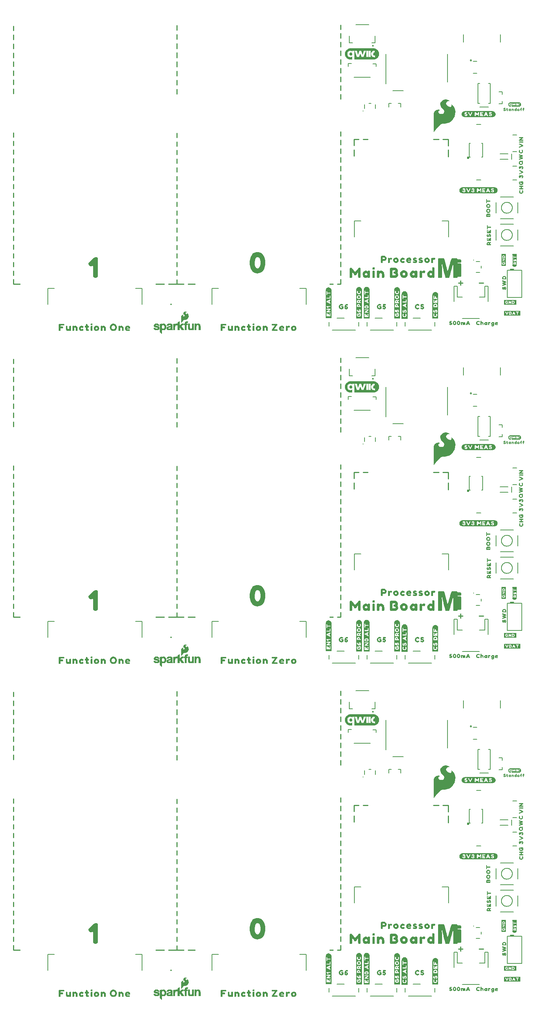
<source format=gto>
G04 EAGLE Gerber RS-274X export*
G75*
%MOMM*%
%FSLAX34Y34*%
%LPD*%
%INSilkscreen Top*%
%IPPOS*%
%AMOC8*
5,1,8,0,0,1.08239X$1,22.5*%
G01*
%ADD10C,0.279400*%
%ADD11C,0.254000*%
%ADD12C,0.203200*%
%ADD13C,0.406400*%
%ADD14C,0.152400*%
%ADD15C,0.254000*%
%ADD16C,0.127000*%
%ADD17C,0.600000*%
%ADD18C,0.359206*%

G36*
X1030406Y2035655D02*
X1030406Y2035655D01*
X1030433Y2035651D01*
X1030633Y2035851D01*
X1030634Y2035857D01*
X1030638Y2035857D01*
X1031136Y2036555D01*
X1032035Y2037553D01*
X1032035Y2037554D01*
X1032036Y2037554D01*
X1033136Y2038854D01*
X1033136Y2038855D01*
X1034435Y2040454D01*
X1035935Y2042153D01*
X1037635Y2044053D01*
X1039434Y2045952D01*
X1039434Y2045953D01*
X1039435Y2045953D01*
X1041335Y2048053D01*
X1043034Y2049953D01*
X1044632Y2051550D01*
X1046129Y2052948D01*
X1047624Y2054044D01*
X1049215Y2054839D01*
X1051003Y2055237D01*
X1056798Y2055237D01*
X1056800Y2055238D01*
X1056804Y2055238D01*
X1056805Y2055237D01*
X1060305Y2055737D01*
X1060308Y2055741D01*
X1060311Y2055739D01*
X1063611Y2056639D01*
X1063614Y2056642D01*
X1063617Y2056641D01*
X1066717Y2057941D01*
X1066720Y2057946D01*
X1066725Y2057945D01*
X1069525Y2059745D01*
X1069526Y2059748D01*
X1069529Y2059748D01*
X1072029Y2061748D01*
X1072030Y2061752D01*
X1072034Y2061752D01*
X1074334Y2064152D01*
X1074334Y2064156D01*
X1074337Y2064156D01*
X1076437Y2066856D01*
X1076437Y2066862D01*
X1076442Y2066863D01*
X1079342Y2072363D01*
X1079340Y2072371D01*
X1079346Y2072373D01*
X1080846Y2077873D01*
X1080843Y2077878D01*
X1080846Y2077880D01*
X1080845Y2077881D01*
X1080847Y2077883D01*
X1081147Y2083083D01*
X1081143Y2083089D01*
X1081147Y2083093D01*
X1080447Y2087993D01*
X1080442Y2087998D01*
X1080445Y2088002D01*
X1078945Y2092302D01*
X1078938Y2092306D01*
X1078940Y2092311D01*
X1076840Y2095811D01*
X1076833Y2095814D01*
X1076834Y2095819D01*
X1074434Y2098419D01*
X1074423Y2098421D01*
X1074421Y2098429D01*
X1071821Y2099829D01*
X1071798Y2099826D01*
X1071774Y2099829D01*
X1071773Y2099822D01*
X1071763Y2099820D01*
X1071768Y2099786D01*
X1071763Y2099751D01*
X1071849Y2099666D01*
X1071849Y2099486D01*
X1071853Y2099480D01*
X1071850Y2099476D01*
X1071949Y2098981D01*
X1071949Y2097394D01*
X1071652Y2096504D01*
X1071257Y2095614D01*
X1070571Y2094929D01*
X1069489Y2094535D01*
X1068503Y2094535D01*
X1067411Y2094734D01*
X1066318Y2095131D01*
X1065223Y2095729D01*
X1063029Y2097125D01*
X1061237Y2098917D01*
X1060540Y2100012D01*
X1059943Y2101007D01*
X1059646Y2101896D01*
X1059548Y2102885D01*
X1059646Y2103675D01*
X1059943Y2104565D01*
X1060438Y2105358D01*
X1061034Y2106152D01*
X1062126Y2107045D01*
X1063416Y2107740D01*
X1064608Y2108038D01*
X1065902Y2108237D01*
X1066895Y2108237D01*
X1067791Y2108137D01*
X1068390Y2108037D01*
X1068395Y2108040D01*
X1068398Y2108037D01*
X1068598Y2108037D01*
X1068611Y2108047D01*
X1068628Y2108047D01*
X1068628Y2108059D01*
X1068645Y2108073D01*
X1068628Y2108096D01*
X1068628Y2108125D01*
X1068228Y2108425D01*
X1068227Y2108425D01*
X1068227Y2108426D01*
X1067127Y2109226D01*
X1067122Y2109226D01*
X1067122Y2109229D01*
X1065322Y2110229D01*
X1065319Y2110229D01*
X1065318Y2110231D01*
X1063118Y2111231D01*
X1063111Y2111229D01*
X1063108Y2111234D01*
X1060308Y2111834D01*
X1060303Y2111832D01*
X1060301Y2111835D01*
X1057301Y2112035D01*
X1057293Y2112030D01*
X1057288Y2112034D01*
X1053988Y2111334D01*
X1053981Y2111327D01*
X1053975Y2111330D01*
X1050575Y2109530D01*
X1050572Y2109522D01*
X1050566Y2109524D01*
X1047966Y2107324D01*
X1047964Y2107314D01*
X1047957Y2107313D01*
X1046357Y2104913D01*
X1046358Y2104904D01*
X1046351Y2104902D01*
X1045551Y2102502D01*
X1045555Y2102491D01*
X1045549Y2102486D01*
X1045549Y2099886D01*
X1045555Y2099878D01*
X1045550Y2099873D01*
X1046250Y2097273D01*
X1046257Y2097268D01*
X1046255Y2097263D01*
X1047655Y2094663D01*
X1047659Y2094661D01*
X1047658Y2094657D01*
X1049558Y2092057D01*
X1049564Y2092055D01*
X1049563Y2092051D01*
X1052161Y2089453D01*
X1054056Y2087160D01*
X1055049Y2084974D01*
X1055148Y2082894D01*
X1054455Y2081011D01*
X1053165Y2079424D01*
X1051378Y2078332D01*
X1049191Y2077735D01*
X1046803Y2077735D01*
X1045213Y2078033D01*
X1043923Y2078629D01*
X1042831Y2079423D01*
X1042038Y2080315D01*
X1041445Y2081304D01*
X1041247Y2082291D01*
X1041247Y2083281D01*
X1041444Y2084166D01*
X1041936Y2084854D01*
X1042531Y2085450D01*
X1043227Y2086046D01*
X1044618Y2086841D01*
X1045214Y2087039D01*
X1045219Y2087047D01*
X1045225Y2087045D01*
X1045523Y2087243D01*
X1045720Y2087342D01*
X1045725Y2087351D01*
X1045734Y2087353D01*
X1045732Y2087366D01*
X1045746Y2087395D01*
X1045725Y2087406D01*
X1045720Y2087430D01*
X1045520Y2087530D01*
X1045511Y2087528D01*
X1045508Y2087534D01*
X1045010Y2087634D01*
X1044312Y2087833D01*
X1044308Y2087832D01*
X1044307Y2087834D01*
X1043207Y2088034D01*
X1043204Y2088033D01*
X1043202Y2088035D01*
X1042002Y2088135D01*
X1041997Y2088132D01*
X1041995Y2088135D01*
X1040595Y2088035D01*
X1040591Y2088032D01*
X1040588Y2088034D01*
X1039088Y2087734D01*
X1039086Y2087732D01*
X1039084Y2087733D01*
X1037384Y2087233D01*
X1037381Y2087230D01*
X1037379Y2087231D01*
X1035979Y2086631D01*
X1035976Y2086626D01*
X1035971Y2086627D01*
X1034571Y2085727D01*
X1034569Y2085722D01*
X1034565Y2085722D01*
X1033365Y2084622D01*
X1033364Y2084616D01*
X1033359Y2084616D01*
X1032259Y2083216D01*
X1032259Y2083208D01*
X1032253Y2083207D01*
X1031453Y2081507D01*
X1031454Y2081504D01*
X1031453Y2081503D01*
X1031452Y2081502D01*
X1030752Y2079502D01*
X1030754Y2079495D01*
X1030749Y2079492D01*
X1030449Y2076992D01*
X1030451Y2076989D01*
X1030449Y2076988D01*
X1030349Y2074088D01*
X1030350Y2074087D01*
X1030349Y2074086D01*
X1030349Y2035686D01*
X1030357Y2035675D01*
X1030355Y2035662D01*
X1030368Y2035660D01*
X1030385Y2035639D01*
X1030406Y2035655D01*
G37*
G36*
X1030406Y1258415D02*
X1030406Y1258415D01*
X1030433Y1258411D01*
X1030633Y1258611D01*
X1030634Y1258617D01*
X1030638Y1258617D01*
X1031136Y1259315D01*
X1032035Y1260313D01*
X1032035Y1260314D01*
X1032036Y1260314D01*
X1033136Y1261614D01*
X1033136Y1261615D01*
X1034435Y1263214D01*
X1035935Y1264913D01*
X1037635Y1266813D01*
X1039434Y1268712D01*
X1039434Y1268713D01*
X1039435Y1268713D01*
X1041335Y1270813D01*
X1043034Y1272713D01*
X1044632Y1274310D01*
X1046129Y1275708D01*
X1047624Y1276804D01*
X1049215Y1277599D01*
X1051003Y1277997D01*
X1056798Y1277997D01*
X1056800Y1277998D01*
X1056804Y1277998D01*
X1056805Y1277997D01*
X1060305Y1278497D01*
X1060308Y1278501D01*
X1060311Y1278499D01*
X1063611Y1279399D01*
X1063614Y1279402D01*
X1063617Y1279401D01*
X1066717Y1280701D01*
X1066720Y1280706D01*
X1066725Y1280705D01*
X1069525Y1282505D01*
X1069526Y1282508D01*
X1069529Y1282508D01*
X1072029Y1284508D01*
X1072030Y1284512D01*
X1072034Y1284512D01*
X1074334Y1286912D01*
X1074334Y1286916D01*
X1074337Y1286916D01*
X1076437Y1289616D01*
X1076437Y1289622D01*
X1076442Y1289623D01*
X1079342Y1295123D01*
X1079340Y1295131D01*
X1079346Y1295133D01*
X1080846Y1300633D01*
X1080843Y1300638D01*
X1080846Y1300640D01*
X1080845Y1300641D01*
X1080847Y1300643D01*
X1081147Y1305843D01*
X1081143Y1305849D01*
X1081147Y1305853D01*
X1080447Y1310753D01*
X1080442Y1310758D01*
X1080445Y1310762D01*
X1078945Y1315062D01*
X1078938Y1315066D01*
X1078940Y1315071D01*
X1076840Y1318571D01*
X1076833Y1318574D01*
X1076834Y1318579D01*
X1074434Y1321179D01*
X1074423Y1321181D01*
X1074421Y1321189D01*
X1071821Y1322589D01*
X1071798Y1322586D01*
X1071774Y1322589D01*
X1071773Y1322582D01*
X1071763Y1322580D01*
X1071768Y1322546D01*
X1071763Y1322511D01*
X1071849Y1322426D01*
X1071849Y1322246D01*
X1071853Y1322240D01*
X1071850Y1322236D01*
X1071949Y1321741D01*
X1071949Y1320154D01*
X1071652Y1319264D01*
X1071257Y1318374D01*
X1070571Y1317689D01*
X1069489Y1317295D01*
X1068503Y1317295D01*
X1067411Y1317494D01*
X1066318Y1317891D01*
X1065223Y1318489D01*
X1063029Y1319885D01*
X1061237Y1321677D01*
X1060540Y1322772D01*
X1059943Y1323767D01*
X1059646Y1324656D01*
X1059548Y1325645D01*
X1059646Y1326435D01*
X1059943Y1327325D01*
X1060438Y1328118D01*
X1061034Y1328912D01*
X1062126Y1329805D01*
X1063416Y1330500D01*
X1064608Y1330798D01*
X1065902Y1330997D01*
X1066895Y1330997D01*
X1067791Y1330897D01*
X1068390Y1330797D01*
X1068395Y1330800D01*
X1068398Y1330797D01*
X1068598Y1330797D01*
X1068611Y1330807D01*
X1068628Y1330807D01*
X1068628Y1330819D01*
X1068645Y1330833D01*
X1068628Y1330856D01*
X1068628Y1330885D01*
X1068228Y1331185D01*
X1068227Y1331185D01*
X1068227Y1331186D01*
X1067127Y1331986D01*
X1067122Y1331986D01*
X1067122Y1331989D01*
X1065322Y1332989D01*
X1065319Y1332989D01*
X1065318Y1332991D01*
X1063118Y1333991D01*
X1063111Y1333989D01*
X1063108Y1333994D01*
X1060308Y1334594D01*
X1060303Y1334592D01*
X1060301Y1334595D01*
X1057301Y1334795D01*
X1057293Y1334790D01*
X1057288Y1334794D01*
X1053988Y1334094D01*
X1053981Y1334087D01*
X1053975Y1334090D01*
X1050575Y1332290D01*
X1050572Y1332282D01*
X1050566Y1332284D01*
X1047966Y1330084D01*
X1047964Y1330074D01*
X1047957Y1330073D01*
X1046357Y1327673D01*
X1046358Y1327664D01*
X1046351Y1327662D01*
X1045551Y1325262D01*
X1045555Y1325251D01*
X1045549Y1325246D01*
X1045549Y1322646D01*
X1045555Y1322638D01*
X1045550Y1322633D01*
X1046250Y1320033D01*
X1046257Y1320028D01*
X1046255Y1320023D01*
X1047655Y1317423D01*
X1047659Y1317421D01*
X1047658Y1317417D01*
X1049558Y1314817D01*
X1049564Y1314815D01*
X1049563Y1314811D01*
X1052161Y1312213D01*
X1054056Y1309920D01*
X1055049Y1307734D01*
X1055148Y1305654D01*
X1054455Y1303771D01*
X1053165Y1302184D01*
X1051378Y1301092D01*
X1049191Y1300495D01*
X1046803Y1300495D01*
X1045213Y1300793D01*
X1043923Y1301389D01*
X1042831Y1302183D01*
X1042038Y1303075D01*
X1041445Y1304064D01*
X1041247Y1305051D01*
X1041247Y1306041D01*
X1041444Y1306926D01*
X1041936Y1307614D01*
X1042531Y1308210D01*
X1043227Y1308806D01*
X1044618Y1309601D01*
X1045214Y1309799D01*
X1045219Y1309807D01*
X1045225Y1309805D01*
X1045523Y1310003D01*
X1045720Y1310102D01*
X1045725Y1310111D01*
X1045734Y1310113D01*
X1045732Y1310126D01*
X1045746Y1310155D01*
X1045725Y1310166D01*
X1045720Y1310190D01*
X1045520Y1310290D01*
X1045511Y1310288D01*
X1045508Y1310294D01*
X1045010Y1310394D01*
X1044312Y1310593D01*
X1044308Y1310592D01*
X1044307Y1310594D01*
X1043207Y1310794D01*
X1043204Y1310793D01*
X1043202Y1310795D01*
X1042002Y1310895D01*
X1041997Y1310892D01*
X1041995Y1310895D01*
X1040595Y1310795D01*
X1040591Y1310792D01*
X1040588Y1310794D01*
X1039088Y1310494D01*
X1039086Y1310492D01*
X1039084Y1310493D01*
X1037384Y1309993D01*
X1037381Y1309990D01*
X1037379Y1309991D01*
X1035979Y1309391D01*
X1035976Y1309386D01*
X1035971Y1309387D01*
X1034571Y1308487D01*
X1034569Y1308482D01*
X1034565Y1308482D01*
X1033365Y1307382D01*
X1033364Y1307376D01*
X1033359Y1307376D01*
X1032259Y1305976D01*
X1032259Y1305968D01*
X1032253Y1305967D01*
X1031453Y1304267D01*
X1031454Y1304264D01*
X1031453Y1304263D01*
X1031452Y1304262D01*
X1030752Y1302262D01*
X1030754Y1302255D01*
X1030749Y1302252D01*
X1030449Y1299752D01*
X1030451Y1299749D01*
X1030449Y1299748D01*
X1030349Y1296848D01*
X1030350Y1296847D01*
X1030349Y1296846D01*
X1030349Y1258446D01*
X1030357Y1258435D01*
X1030355Y1258422D01*
X1030368Y1258420D01*
X1030385Y1258399D01*
X1030406Y1258415D01*
G37*
G36*
X1030406Y481175D02*
X1030406Y481175D01*
X1030433Y481171D01*
X1030633Y481371D01*
X1030634Y481377D01*
X1030638Y481377D01*
X1031136Y482075D01*
X1032035Y483073D01*
X1032035Y483074D01*
X1032036Y483074D01*
X1033136Y484374D01*
X1033136Y484375D01*
X1034435Y485974D01*
X1035935Y487673D01*
X1037635Y489573D01*
X1039434Y491472D01*
X1039434Y491473D01*
X1039435Y491473D01*
X1041335Y493573D01*
X1043034Y495473D01*
X1044632Y497070D01*
X1046129Y498468D01*
X1047624Y499564D01*
X1049215Y500359D01*
X1051003Y500757D01*
X1056798Y500757D01*
X1056800Y500758D01*
X1056804Y500758D01*
X1056805Y500757D01*
X1060305Y501257D01*
X1060308Y501261D01*
X1060311Y501259D01*
X1063611Y502159D01*
X1063614Y502162D01*
X1063617Y502161D01*
X1066717Y503461D01*
X1066720Y503466D01*
X1066725Y503465D01*
X1069525Y505265D01*
X1069526Y505268D01*
X1069529Y505268D01*
X1072029Y507268D01*
X1072030Y507272D01*
X1072034Y507272D01*
X1074334Y509672D01*
X1074334Y509676D01*
X1074337Y509676D01*
X1076437Y512376D01*
X1076437Y512382D01*
X1076442Y512383D01*
X1079342Y517883D01*
X1079340Y517891D01*
X1079346Y517893D01*
X1080846Y523393D01*
X1080843Y523398D01*
X1080846Y523400D01*
X1080845Y523401D01*
X1080847Y523403D01*
X1081147Y528603D01*
X1081143Y528609D01*
X1081147Y528613D01*
X1080447Y533513D01*
X1080442Y533518D01*
X1080445Y533522D01*
X1078945Y537822D01*
X1078938Y537826D01*
X1078940Y537831D01*
X1076840Y541331D01*
X1076833Y541334D01*
X1076834Y541339D01*
X1074434Y543939D01*
X1074423Y543941D01*
X1074421Y543949D01*
X1071821Y545349D01*
X1071798Y545346D01*
X1071774Y545349D01*
X1071773Y545342D01*
X1071763Y545340D01*
X1071768Y545306D01*
X1071763Y545271D01*
X1071849Y545186D01*
X1071849Y545006D01*
X1071853Y545000D01*
X1071850Y544996D01*
X1071949Y544501D01*
X1071949Y542914D01*
X1071652Y542024D01*
X1071257Y541134D01*
X1070571Y540449D01*
X1069489Y540055D01*
X1068503Y540055D01*
X1067411Y540254D01*
X1066318Y540651D01*
X1065223Y541249D01*
X1063029Y542645D01*
X1061237Y544437D01*
X1060540Y545532D01*
X1059943Y546527D01*
X1059646Y547416D01*
X1059548Y548405D01*
X1059646Y549195D01*
X1059943Y550085D01*
X1060438Y550878D01*
X1061034Y551672D01*
X1062126Y552565D01*
X1063416Y553260D01*
X1064608Y553558D01*
X1065902Y553757D01*
X1066895Y553757D01*
X1067791Y553657D01*
X1068390Y553557D01*
X1068395Y553560D01*
X1068398Y553557D01*
X1068598Y553557D01*
X1068611Y553567D01*
X1068628Y553567D01*
X1068628Y553579D01*
X1068645Y553593D01*
X1068628Y553616D01*
X1068628Y553645D01*
X1068228Y553945D01*
X1068227Y553945D01*
X1068227Y553946D01*
X1067127Y554746D01*
X1067122Y554746D01*
X1067122Y554749D01*
X1065322Y555749D01*
X1065319Y555749D01*
X1065318Y555751D01*
X1063118Y556751D01*
X1063111Y556749D01*
X1063108Y556754D01*
X1060308Y557354D01*
X1060303Y557352D01*
X1060301Y557355D01*
X1057301Y557555D01*
X1057293Y557550D01*
X1057288Y557554D01*
X1053988Y556854D01*
X1053981Y556847D01*
X1053975Y556850D01*
X1050575Y555050D01*
X1050572Y555042D01*
X1050566Y555044D01*
X1047966Y552844D01*
X1047964Y552834D01*
X1047957Y552833D01*
X1046357Y550433D01*
X1046358Y550424D01*
X1046351Y550422D01*
X1045551Y548022D01*
X1045555Y548011D01*
X1045549Y548006D01*
X1045549Y545406D01*
X1045555Y545398D01*
X1045550Y545393D01*
X1046250Y542793D01*
X1046257Y542788D01*
X1046255Y542783D01*
X1047655Y540183D01*
X1047659Y540181D01*
X1047658Y540177D01*
X1049558Y537577D01*
X1049564Y537575D01*
X1049563Y537571D01*
X1052161Y534973D01*
X1054056Y532680D01*
X1055049Y530494D01*
X1055148Y528414D01*
X1054455Y526531D01*
X1053165Y524944D01*
X1051378Y523852D01*
X1049191Y523255D01*
X1046803Y523255D01*
X1045213Y523553D01*
X1043923Y524149D01*
X1042831Y524943D01*
X1042038Y525835D01*
X1041445Y526824D01*
X1041247Y527811D01*
X1041247Y528801D01*
X1041444Y529686D01*
X1041936Y530374D01*
X1042531Y530970D01*
X1043227Y531566D01*
X1044618Y532361D01*
X1045214Y532559D01*
X1045219Y532567D01*
X1045225Y532565D01*
X1045523Y532763D01*
X1045720Y532862D01*
X1045725Y532871D01*
X1045734Y532873D01*
X1045732Y532886D01*
X1045746Y532915D01*
X1045725Y532926D01*
X1045720Y532950D01*
X1045520Y533050D01*
X1045511Y533048D01*
X1045508Y533054D01*
X1045010Y533154D01*
X1044312Y533353D01*
X1044308Y533352D01*
X1044307Y533354D01*
X1043207Y533554D01*
X1043204Y533553D01*
X1043202Y533555D01*
X1042002Y533655D01*
X1041997Y533652D01*
X1041995Y533655D01*
X1040595Y533555D01*
X1040591Y533552D01*
X1040588Y533554D01*
X1039088Y533254D01*
X1039086Y533252D01*
X1039084Y533253D01*
X1037384Y532753D01*
X1037381Y532750D01*
X1037379Y532751D01*
X1035979Y532151D01*
X1035976Y532146D01*
X1035971Y532147D01*
X1034571Y531247D01*
X1034569Y531242D01*
X1034565Y531242D01*
X1033365Y530142D01*
X1033364Y530136D01*
X1033359Y530136D01*
X1032259Y528736D01*
X1032259Y528728D01*
X1032253Y528727D01*
X1031453Y527027D01*
X1031454Y527024D01*
X1031453Y527023D01*
X1031452Y527022D01*
X1030752Y525022D01*
X1030754Y525015D01*
X1030749Y525012D01*
X1030449Y522512D01*
X1030451Y522509D01*
X1030449Y522508D01*
X1030349Y519608D01*
X1030350Y519607D01*
X1030349Y519606D01*
X1030349Y481206D01*
X1030357Y481195D01*
X1030355Y481182D01*
X1030368Y481180D01*
X1030385Y481159D01*
X1030406Y481175D01*
G37*
G36*
X1083945Y140618D02*
X1083945Y140618D01*
X1083958Y140617D01*
X1084484Y140642D01*
X1084506Y140648D01*
X1084641Y140676D01*
X1085129Y140865D01*
X1085136Y140869D01*
X1085143Y140871D01*
X1085284Y140960D01*
X1085672Y141312D01*
X1085677Y141318D01*
X1085683Y141322D01*
X1085782Y141456D01*
X1086020Y141923D01*
X1086022Y141929D01*
X1086025Y141934D01*
X1086071Y142094D01*
X1086131Y142616D01*
X1086129Y142633D01*
X1086134Y142655D01*
X1086147Y143056D01*
X1086267Y143263D01*
X1086495Y143372D01*
X1092713Y143389D01*
X1092756Y143398D01*
X1092830Y143403D01*
X1093341Y143529D01*
X1093380Y143547D01*
X1093470Y143580D01*
X1093926Y143842D01*
X1093959Y143871D01*
X1094036Y143927D01*
X1094402Y144304D01*
X1094426Y144341D01*
X1094484Y144415D01*
X1094734Y144877D01*
X1094742Y144906D01*
X1094757Y144930D01*
X1094762Y144959D01*
X1094782Y145009D01*
X1094893Y145522D01*
X1094894Y145564D01*
X1094904Y145628D01*
X1094912Y165667D01*
X1094931Y166185D01*
X1094928Y166202D01*
X1094931Y166220D01*
X1094912Y166300D01*
X1094905Y166340D01*
X1094911Y166357D01*
X1094909Y166387D01*
X1094916Y166426D01*
X1094916Y172241D01*
X1094915Y172245D01*
X1094916Y172249D01*
X1094906Y172778D01*
X1094897Y172819D01*
X1094893Y172883D01*
X1094773Y173396D01*
X1094755Y173435D01*
X1094722Y173526D01*
X1094464Y173985D01*
X1094436Y174018D01*
X1094380Y174096D01*
X1094006Y174466D01*
X1093969Y174490D01*
X1093894Y174549D01*
X1093432Y174802D01*
X1093391Y174815D01*
X1093302Y174851D01*
X1092788Y174966D01*
X1092746Y174967D01*
X1092680Y174978D01*
X1086871Y174986D01*
X1086472Y174996D01*
X1086259Y175114D01*
X1086147Y175337D01*
X1086142Y176173D01*
X1086244Y176411D01*
X1086442Y176535D01*
X1086827Y176553D01*
X1092629Y176559D01*
X1092668Y176566D01*
X1092725Y176568D01*
X1093241Y176669D01*
X1093282Y176686D01*
X1093373Y176714D01*
X1093842Y176954D01*
X1093876Y176981D01*
X1093955Y177034D01*
X1094340Y177393D01*
X1094366Y177429D01*
X1094428Y177501D01*
X1094698Y177954D01*
X1094712Y177991D01*
X1094721Y178006D01*
X1094723Y178017D01*
X1094753Y178084D01*
X1094886Y178594D01*
X1094889Y178637D01*
X1094902Y178706D01*
X1094917Y179234D01*
X1094916Y179240D01*
X1094917Y179248D01*
X1094917Y181362D01*
X1094914Y181378D01*
X1094916Y181398D01*
X1094878Y181924D01*
X1094866Y181967D01*
X1094850Y182056D01*
X1094673Y182552D01*
X1094651Y182590D01*
X1094609Y182675D01*
X1094302Y183103D01*
X1094271Y183133D01*
X1094207Y183204D01*
X1093794Y183531D01*
X1093755Y183551D01*
X1093676Y183601D01*
X1093189Y183803D01*
X1093146Y183811D01*
X1093056Y183838D01*
X1092533Y183899D01*
X1092507Y183897D01*
X1092475Y183902D01*
X1086696Y183904D01*
X1086361Y183952D01*
X1086202Y184093D01*
X1086124Y184417D01*
X1086068Y184910D01*
X1086067Y184915D01*
X1086067Y184921D01*
X1086017Y185080D01*
X1085778Y185548D01*
X1085773Y185554D01*
X1085771Y185561D01*
X1085668Y185691D01*
X1085278Y186043D01*
X1085271Y186048D01*
X1085266Y186054D01*
X1085123Y186139D01*
X1084633Y186328D01*
X1084615Y186331D01*
X1084475Y186361D01*
X1083948Y186383D01*
X1083938Y186382D01*
X1083926Y186384D01*
X1073883Y186384D01*
X1073878Y186383D01*
X1073872Y186384D01*
X1073343Y186371D01*
X1073312Y186364D01*
X1073191Y186344D01*
X1072695Y186171D01*
X1072687Y186167D01*
X1072678Y186165D01*
X1072535Y186080D01*
X1072135Y185739D01*
X1072130Y185732D01*
X1072123Y185728D01*
X1072020Y185597D01*
X1071770Y185136D01*
X1071758Y185098D01*
X1071732Y185047D01*
X1069829Y178996D01*
X1069829Y178995D01*
X1069829Y178994D01*
X1068423Y174449D01*
X1068423Y174447D01*
X1068422Y174445D01*
X1065984Y166347D01*
X1065977Y166266D01*
X1065970Y166225D01*
X1065965Y166212D01*
X1065914Y166107D01*
X1064896Y162554D01*
X1064896Y162551D01*
X1064895Y162548D01*
X1063922Y158983D01*
X1063922Y158978D01*
X1063920Y158972D01*
X1063152Y155899D01*
X1063152Y155893D01*
X1063149Y155887D01*
X1063049Y155436D01*
X1062929Y156033D01*
X1062927Y156037D01*
X1062926Y156043D01*
X1062118Y159649D01*
X1062117Y159653D01*
X1062117Y159657D01*
X1061131Y163764D01*
X1061131Y163765D01*
X1061131Y163767D01*
X1060751Y165304D01*
X1060748Y165309D01*
X1060748Y165316D01*
X1060470Y166335D01*
X1060457Y166360D01*
X1060453Y166399D01*
X1060453Y166413D01*
X1060452Y166415D01*
X1060452Y166417D01*
X1059532Y170001D01*
X1059531Y170003D01*
X1059531Y170006D01*
X1058444Y174094D01*
X1058444Y174095D01*
X1058444Y174097D01*
X1057748Y176647D01*
X1057747Y176649D01*
X1057747Y176651D01*
X1056600Y180722D01*
X1056599Y180725D01*
X1056598Y180728D01*
X1055404Y184786D01*
X1055398Y184798D01*
X1055395Y184814D01*
X1055216Y185310D01*
X1055208Y185323D01*
X1055136Y185452D01*
X1054808Y185863D01*
X1054800Y185870D01*
X1054795Y185879D01*
X1054667Y185985D01*
X1054211Y186246D01*
X1054201Y186249D01*
X1054193Y186256D01*
X1054035Y186307D01*
X1053515Y186384D01*
X1053484Y186382D01*
X1053443Y186389D01*
X1042339Y186394D01*
X1042303Y186387D01*
X1042250Y186386D01*
X1041733Y186292D01*
X1041724Y186289D01*
X1041715Y186289D01*
X1041560Y186226D01*
X1041113Y185951D01*
X1041108Y185946D01*
X1041101Y185943D01*
X1040979Y185830D01*
X1040659Y185414D01*
X1040655Y185406D01*
X1040649Y185400D01*
X1040576Y185251D01*
X1040427Y184747D01*
X1040423Y184705D01*
X1040407Y184606D01*
X1040398Y166629D01*
X1040407Y166586D01*
X1040412Y166511D01*
X1040440Y166397D01*
X1040431Y166383D01*
X1040430Y166374D01*
X1040425Y166367D01*
X1040398Y166203D01*
X1040408Y142389D01*
X1040416Y142352D01*
X1040430Y142243D01*
X1040585Y141740D01*
X1040589Y141733D01*
X1040591Y141724D01*
X1040670Y141578D01*
X1040996Y141165D01*
X1041002Y141160D01*
X1041006Y141153D01*
X1041132Y141045D01*
X1041584Y140776D01*
X1041592Y140773D01*
X1041598Y140768D01*
X1041755Y140713D01*
X1042273Y140624D01*
X1042309Y140625D01*
X1042358Y140616D01*
X1047650Y140616D01*
X1047668Y140620D01*
X1047690Y140618D01*
X1048215Y140659D01*
X1048218Y140660D01*
X1048220Y140660D01*
X1048381Y140702D01*
X1048861Y140917D01*
X1048867Y140922D01*
X1048875Y140924D01*
X1049010Y141021D01*
X1049381Y141395D01*
X1049386Y141402D01*
X1049393Y141407D01*
X1049484Y141546D01*
X1049695Y142028D01*
X1049695Y142029D01*
X1049696Y142030D01*
X1049735Y142191D01*
X1049774Y142717D01*
X1049772Y142734D01*
X1049776Y142754D01*
X1049773Y158630D01*
X1049773Y158632D01*
X1049773Y158633D01*
X1049749Y162867D01*
X1049749Y162869D01*
X1049749Y162871D01*
X1049701Y166046D01*
X1049681Y166139D01*
X1049659Y166239D01*
X1049659Y166240D01*
X1049643Y166262D01*
X1049657Y166283D01*
X1049660Y166300D01*
X1049668Y166314D01*
X1049692Y166479D01*
X1049599Y170708D01*
X1049599Y170710D01*
X1049599Y170712D01*
X1049568Y171712D01*
X1049553Y172211D01*
X1049537Y172710D01*
X1049537Y172711D01*
X1049522Y173210D01*
X1049501Y173883D01*
X1049500Y173886D01*
X1049500Y173890D01*
X1049422Y175668D01*
X1049837Y173787D01*
X1049838Y173785D01*
X1049838Y173781D01*
X1051517Y166572D01*
X1051523Y166558D01*
X1051526Y166538D01*
X1051629Y166203D01*
X1051634Y166137D01*
X1051631Y166094D01*
X1051639Y166071D01*
X1051641Y166040D01*
X1053262Y159371D01*
X1053263Y159370D01*
X1053263Y159368D01*
X1054669Y153734D01*
X1054670Y153733D01*
X1054670Y153731D01*
X1056505Y146571D01*
X1056506Y146570D01*
X1056506Y146567D01*
X1057722Y141974D01*
X1057741Y141936D01*
X1057749Y141905D01*
X1057756Y141895D01*
X1057767Y141863D01*
X1058019Y141403D01*
X1058025Y141395D01*
X1058028Y141387D01*
X1058135Y141260D01*
X1058537Y140922D01*
X1058543Y140919D01*
X1058547Y140914D01*
X1058693Y140833D01*
X1059188Y140659D01*
X1059218Y140654D01*
X1059341Y140631D01*
X1059868Y140617D01*
X1059874Y140618D01*
X1059881Y140617D01*
X1065160Y140617D01*
X1065182Y140621D01*
X1065211Y140619D01*
X1065733Y140673D01*
X1065739Y140674D01*
X1065744Y140674D01*
X1065904Y140722D01*
X1066374Y140954D01*
X1066381Y140959D01*
X1066389Y140962D01*
X1066521Y141064D01*
X1066876Y141450D01*
X1066879Y141455D01*
X1066883Y141458D01*
X1066970Y141599D01*
X1067169Y142086D01*
X1067173Y142107D01*
X1067185Y142131D01*
X1068705Y147187D01*
X1068706Y147189D01*
X1068707Y147191D01*
X1070771Y154288D01*
X1070772Y154290D01*
X1070773Y154292D01*
X1072343Y159883D01*
X1072343Y159885D01*
X1072344Y159888D01*
X1074001Y166002D01*
X1074003Y166037D01*
X1074015Y166070D01*
X1074010Y166136D01*
X1074014Y166201D01*
X1074010Y166213D01*
X1074036Y166239D01*
X1074069Y166312D01*
X1074092Y166350D01*
X1074095Y166369D01*
X1074104Y166391D01*
X1074907Y169459D01*
X1074907Y169461D01*
X1074908Y169463D01*
X1075941Y173564D01*
X1075941Y173566D01*
X1075942Y173569D01*
X1076559Y176139D01*
X1076559Y176142D01*
X1076560Y176145D01*
X1076484Y172779D01*
X1076484Y172777D01*
X1076484Y172775D01*
X1076392Y166433D01*
X1076402Y166379D01*
X1076402Y166324D01*
X1076420Y166282D01*
X1076429Y166237D01*
X1076459Y166191D01*
X1076481Y166141D01*
X1076482Y166139D01*
X1076422Y165931D01*
X1076418Y165888D01*
X1076402Y165795D01*
X1076377Y162630D01*
X1076377Y162628D01*
X1076377Y162626D01*
X1076364Y142578D01*
X1076371Y142543D01*
X1076372Y142493D01*
X1076460Y141976D01*
X1076463Y141969D01*
X1076463Y141962D01*
X1076523Y141806D01*
X1076790Y141355D01*
X1076795Y141349D01*
X1076798Y141342D01*
X1076862Y141270D01*
X1076881Y141244D01*
X1076890Y141239D01*
X1076909Y141218D01*
X1077320Y140892D01*
X1077328Y140888D01*
X1077333Y140882D01*
X1077482Y140806D01*
X1077982Y140650D01*
X1078026Y140646D01*
X1078120Y140628D01*
X1078647Y140616D01*
X1078652Y140617D01*
X1078658Y140616D01*
X1083934Y140616D01*
X1083945Y140618D01*
G37*
G36*
X1083945Y1695098D02*
X1083945Y1695098D01*
X1083958Y1695097D01*
X1084484Y1695122D01*
X1084506Y1695128D01*
X1084641Y1695156D01*
X1085129Y1695345D01*
X1085136Y1695349D01*
X1085143Y1695351D01*
X1085284Y1695440D01*
X1085672Y1695792D01*
X1085677Y1695798D01*
X1085683Y1695802D01*
X1085782Y1695936D01*
X1086020Y1696403D01*
X1086022Y1696409D01*
X1086025Y1696414D01*
X1086071Y1696574D01*
X1086131Y1697096D01*
X1086129Y1697113D01*
X1086134Y1697135D01*
X1086147Y1697536D01*
X1086267Y1697743D01*
X1086495Y1697852D01*
X1092713Y1697869D01*
X1092756Y1697878D01*
X1092830Y1697883D01*
X1093341Y1698009D01*
X1093380Y1698027D01*
X1093470Y1698060D01*
X1093926Y1698322D01*
X1093959Y1698351D01*
X1094036Y1698407D01*
X1094402Y1698784D01*
X1094426Y1698821D01*
X1094484Y1698895D01*
X1094734Y1699357D01*
X1094742Y1699386D01*
X1094757Y1699410D01*
X1094762Y1699439D01*
X1094782Y1699489D01*
X1094893Y1700002D01*
X1094894Y1700044D01*
X1094904Y1700108D01*
X1094912Y1720147D01*
X1094931Y1720665D01*
X1094928Y1720682D01*
X1094931Y1720700D01*
X1094912Y1720780D01*
X1094905Y1720820D01*
X1094911Y1720837D01*
X1094909Y1720867D01*
X1094916Y1720906D01*
X1094916Y1726721D01*
X1094915Y1726725D01*
X1094916Y1726729D01*
X1094906Y1727258D01*
X1094897Y1727299D01*
X1094893Y1727363D01*
X1094773Y1727876D01*
X1094755Y1727915D01*
X1094722Y1728006D01*
X1094464Y1728465D01*
X1094436Y1728498D01*
X1094380Y1728576D01*
X1094006Y1728946D01*
X1093969Y1728970D01*
X1093894Y1729029D01*
X1093432Y1729282D01*
X1093391Y1729295D01*
X1093302Y1729331D01*
X1092788Y1729446D01*
X1092746Y1729447D01*
X1092680Y1729458D01*
X1086871Y1729466D01*
X1086472Y1729476D01*
X1086259Y1729594D01*
X1086147Y1729817D01*
X1086142Y1730653D01*
X1086244Y1730891D01*
X1086442Y1731015D01*
X1086827Y1731033D01*
X1092629Y1731039D01*
X1092668Y1731046D01*
X1092725Y1731048D01*
X1093241Y1731149D01*
X1093282Y1731166D01*
X1093373Y1731194D01*
X1093842Y1731434D01*
X1093876Y1731461D01*
X1093955Y1731514D01*
X1094340Y1731873D01*
X1094366Y1731909D01*
X1094428Y1731981D01*
X1094698Y1732434D01*
X1094712Y1732471D01*
X1094721Y1732486D01*
X1094723Y1732497D01*
X1094753Y1732564D01*
X1094886Y1733074D01*
X1094889Y1733117D01*
X1094902Y1733186D01*
X1094917Y1733714D01*
X1094916Y1733720D01*
X1094917Y1733728D01*
X1094917Y1735842D01*
X1094914Y1735858D01*
X1094916Y1735878D01*
X1094878Y1736404D01*
X1094866Y1736447D01*
X1094850Y1736536D01*
X1094673Y1737032D01*
X1094651Y1737070D01*
X1094609Y1737155D01*
X1094302Y1737583D01*
X1094271Y1737613D01*
X1094207Y1737684D01*
X1093794Y1738011D01*
X1093755Y1738031D01*
X1093676Y1738081D01*
X1093189Y1738283D01*
X1093146Y1738291D01*
X1093056Y1738318D01*
X1092533Y1738379D01*
X1092507Y1738377D01*
X1092475Y1738382D01*
X1086696Y1738384D01*
X1086361Y1738432D01*
X1086202Y1738573D01*
X1086124Y1738897D01*
X1086068Y1739390D01*
X1086067Y1739395D01*
X1086067Y1739401D01*
X1086017Y1739560D01*
X1085778Y1740028D01*
X1085773Y1740034D01*
X1085771Y1740041D01*
X1085668Y1740171D01*
X1085278Y1740523D01*
X1085271Y1740528D01*
X1085266Y1740534D01*
X1085123Y1740619D01*
X1084633Y1740808D01*
X1084615Y1740811D01*
X1084475Y1740841D01*
X1083948Y1740863D01*
X1083938Y1740862D01*
X1083926Y1740864D01*
X1073883Y1740864D01*
X1073878Y1740863D01*
X1073872Y1740864D01*
X1073343Y1740851D01*
X1073312Y1740844D01*
X1073191Y1740824D01*
X1072695Y1740651D01*
X1072687Y1740647D01*
X1072678Y1740645D01*
X1072535Y1740560D01*
X1072135Y1740219D01*
X1072130Y1740212D01*
X1072123Y1740208D01*
X1072020Y1740077D01*
X1071770Y1739616D01*
X1071758Y1739578D01*
X1071732Y1739527D01*
X1069829Y1733476D01*
X1069829Y1733475D01*
X1069829Y1733474D01*
X1068423Y1728929D01*
X1068423Y1728927D01*
X1068422Y1728925D01*
X1065984Y1720827D01*
X1065977Y1720746D01*
X1065970Y1720705D01*
X1065965Y1720692D01*
X1065914Y1720587D01*
X1064896Y1717034D01*
X1064896Y1717031D01*
X1064895Y1717028D01*
X1063922Y1713463D01*
X1063922Y1713458D01*
X1063920Y1713452D01*
X1063152Y1710379D01*
X1063152Y1710373D01*
X1063149Y1710367D01*
X1063049Y1709916D01*
X1062929Y1710513D01*
X1062927Y1710517D01*
X1062926Y1710523D01*
X1062118Y1714129D01*
X1062117Y1714133D01*
X1062117Y1714137D01*
X1061131Y1718244D01*
X1061131Y1718245D01*
X1061131Y1718247D01*
X1060751Y1719784D01*
X1060748Y1719789D01*
X1060748Y1719796D01*
X1060470Y1720815D01*
X1060457Y1720840D01*
X1060453Y1720879D01*
X1060453Y1720893D01*
X1060452Y1720895D01*
X1060452Y1720897D01*
X1059532Y1724481D01*
X1059531Y1724483D01*
X1059531Y1724486D01*
X1058444Y1728574D01*
X1058444Y1728575D01*
X1058444Y1728577D01*
X1057748Y1731127D01*
X1057747Y1731129D01*
X1057747Y1731131D01*
X1056600Y1735202D01*
X1056599Y1735205D01*
X1056598Y1735208D01*
X1055404Y1739266D01*
X1055398Y1739278D01*
X1055395Y1739294D01*
X1055216Y1739790D01*
X1055208Y1739803D01*
X1055136Y1739932D01*
X1054808Y1740343D01*
X1054800Y1740350D01*
X1054795Y1740359D01*
X1054667Y1740465D01*
X1054211Y1740726D01*
X1054201Y1740729D01*
X1054193Y1740736D01*
X1054035Y1740787D01*
X1053515Y1740864D01*
X1053484Y1740862D01*
X1053443Y1740869D01*
X1042339Y1740874D01*
X1042303Y1740867D01*
X1042250Y1740866D01*
X1041733Y1740772D01*
X1041724Y1740769D01*
X1041715Y1740769D01*
X1041560Y1740706D01*
X1041113Y1740431D01*
X1041108Y1740426D01*
X1041101Y1740423D01*
X1040979Y1740310D01*
X1040659Y1739894D01*
X1040655Y1739886D01*
X1040649Y1739880D01*
X1040576Y1739731D01*
X1040427Y1739227D01*
X1040423Y1739185D01*
X1040407Y1739086D01*
X1040398Y1721109D01*
X1040407Y1721066D01*
X1040412Y1720991D01*
X1040440Y1720877D01*
X1040431Y1720863D01*
X1040430Y1720854D01*
X1040425Y1720847D01*
X1040398Y1720683D01*
X1040408Y1696869D01*
X1040416Y1696832D01*
X1040430Y1696723D01*
X1040585Y1696220D01*
X1040589Y1696213D01*
X1040591Y1696204D01*
X1040670Y1696058D01*
X1040996Y1695645D01*
X1041002Y1695640D01*
X1041006Y1695633D01*
X1041132Y1695525D01*
X1041584Y1695256D01*
X1041592Y1695253D01*
X1041598Y1695248D01*
X1041755Y1695193D01*
X1042273Y1695104D01*
X1042309Y1695105D01*
X1042358Y1695096D01*
X1047650Y1695096D01*
X1047668Y1695100D01*
X1047690Y1695098D01*
X1048215Y1695139D01*
X1048218Y1695140D01*
X1048220Y1695140D01*
X1048381Y1695182D01*
X1048861Y1695397D01*
X1048867Y1695402D01*
X1048875Y1695404D01*
X1049010Y1695501D01*
X1049381Y1695875D01*
X1049386Y1695882D01*
X1049393Y1695887D01*
X1049484Y1696026D01*
X1049695Y1696508D01*
X1049695Y1696509D01*
X1049696Y1696510D01*
X1049735Y1696671D01*
X1049774Y1697197D01*
X1049772Y1697214D01*
X1049776Y1697234D01*
X1049773Y1713110D01*
X1049773Y1713112D01*
X1049773Y1713113D01*
X1049749Y1717347D01*
X1049749Y1717349D01*
X1049749Y1717351D01*
X1049701Y1720526D01*
X1049681Y1720619D01*
X1049659Y1720719D01*
X1049659Y1720720D01*
X1049643Y1720742D01*
X1049657Y1720763D01*
X1049660Y1720780D01*
X1049668Y1720794D01*
X1049692Y1720959D01*
X1049599Y1725188D01*
X1049599Y1725190D01*
X1049599Y1725192D01*
X1049568Y1726192D01*
X1049553Y1726691D01*
X1049537Y1727190D01*
X1049537Y1727191D01*
X1049522Y1727690D01*
X1049501Y1728363D01*
X1049500Y1728366D01*
X1049500Y1728370D01*
X1049422Y1730148D01*
X1049837Y1728267D01*
X1049838Y1728265D01*
X1049838Y1728261D01*
X1051517Y1721052D01*
X1051523Y1721038D01*
X1051526Y1721018D01*
X1051629Y1720683D01*
X1051634Y1720617D01*
X1051631Y1720574D01*
X1051639Y1720551D01*
X1051641Y1720520D01*
X1053262Y1713851D01*
X1053263Y1713850D01*
X1053263Y1713848D01*
X1054669Y1708214D01*
X1054670Y1708213D01*
X1054670Y1708211D01*
X1056505Y1701051D01*
X1056506Y1701050D01*
X1056506Y1701047D01*
X1057722Y1696454D01*
X1057741Y1696416D01*
X1057749Y1696385D01*
X1057756Y1696375D01*
X1057767Y1696343D01*
X1058019Y1695883D01*
X1058025Y1695875D01*
X1058028Y1695867D01*
X1058135Y1695740D01*
X1058537Y1695402D01*
X1058543Y1695399D01*
X1058547Y1695394D01*
X1058693Y1695313D01*
X1059188Y1695139D01*
X1059218Y1695134D01*
X1059341Y1695111D01*
X1059868Y1695097D01*
X1059874Y1695098D01*
X1059881Y1695097D01*
X1065160Y1695097D01*
X1065182Y1695101D01*
X1065211Y1695099D01*
X1065733Y1695153D01*
X1065739Y1695154D01*
X1065744Y1695154D01*
X1065904Y1695202D01*
X1066374Y1695434D01*
X1066381Y1695439D01*
X1066389Y1695442D01*
X1066521Y1695544D01*
X1066876Y1695930D01*
X1066879Y1695935D01*
X1066883Y1695938D01*
X1066970Y1696079D01*
X1067169Y1696566D01*
X1067173Y1696587D01*
X1067185Y1696611D01*
X1068705Y1701667D01*
X1068706Y1701669D01*
X1068707Y1701671D01*
X1070771Y1708768D01*
X1070772Y1708770D01*
X1070773Y1708772D01*
X1072343Y1714363D01*
X1072343Y1714365D01*
X1072344Y1714368D01*
X1074001Y1720482D01*
X1074003Y1720517D01*
X1074015Y1720550D01*
X1074010Y1720616D01*
X1074014Y1720681D01*
X1074010Y1720693D01*
X1074036Y1720719D01*
X1074069Y1720792D01*
X1074092Y1720830D01*
X1074095Y1720849D01*
X1074104Y1720871D01*
X1074907Y1723939D01*
X1074907Y1723941D01*
X1074908Y1723943D01*
X1075941Y1728044D01*
X1075941Y1728046D01*
X1075942Y1728049D01*
X1076559Y1730619D01*
X1076559Y1730622D01*
X1076560Y1730625D01*
X1076484Y1727259D01*
X1076484Y1727257D01*
X1076484Y1727255D01*
X1076392Y1720913D01*
X1076402Y1720859D01*
X1076402Y1720804D01*
X1076420Y1720762D01*
X1076429Y1720717D01*
X1076459Y1720671D01*
X1076481Y1720621D01*
X1076482Y1720619D01*
X1076422Y1720411D01*
X1076418Y1720368D01*
X1076402Y1720275D01*
X1076377Y1717110D01*
X1076377Y1717108D01*
X1076377Y1717106D01*
X1076364Y1697058D01*
X1076371Y1697023D01*
X1076372Y1696973D01*
X1076460Y1696456D01*
X1076463Y1696449D01*
X1076463Y1696442D01*
X1076523Y1696286D01*
X1076790Y1695835D01*
X1076795Y1695829D01*
X1076798Y1695822D01*
X1076862Y1695750D01*
X1076881Y1695724D01*
X1076890Y1695719D01*
X1076909Y1695698D01*
X1077320Y1695372D01*
X1077328Y1695368D01*
X1077333Y1695362D01*
X1077482Y1695286D01*
X1077982Y1695130D01*
X1078026Y1695126D01*
X1078120Y1695108D01*
X1078647Y1695096D01*
X1078652Y1695097D01*
X1078658Y1695096D01*
X1083934Y1695096D01*
X1083945Y1695098D01*
G37*
G36*
X1083945Y917858D02*
X1083945Y917858D01*
X1083958Y917857D01*
X1084484Y917882D01*
X1084506Y917888D01*
X1084641Y917916D01*
X1085129Y918105D01*
X1085136Y918109D01*
X1085143Y918111D01*
X1085284Y918200D01*
X1085672Y918552D01*
X1085677Y918558D01*
X1085683Y918562D01*
X1085782Y918696D01*
X1086020Y919163D01*
X1086022Y919169D01*
X1086025Y919174D01*
X1086071Y919334D01*
X1086131Y919856D01*
X1086129Y919873D01*
X1086134Y919895D01*
X1086147Y920296D01*
X1086267Y920503D01*
X1086495Y920612D01*
X1092713Y920629D01*
X1092756Y920638D01*
X1092830Y920643D01*
X1093341Y920769D01*
X1093380Y920787D01*
X1093470Y920820D01*
X1093926Y921082D01*
X1093959Y921111D01*
X1094036Y921167D01*
X1094402Y921544D01*
X1094426Y921581D01*
X1094484Y921655D01*
X1094734Y922117D01*
X1094742Y922146D01*
X1094757Y922170D01*
X1094762Y922199D01*
X1094782Y922249D01*
X1094893Y922762D01*
X1094894Y922804D01*
X1094904Y922868D01*
X1094912Y942907D01*
X1094931Y943425D01*
X1094928Y943442D01*
X1094931Y943460D01*
X1094912Y943540D01*
X1094905Y943580D01*
X1094911Y943597D01*
X1094909Y943627D01*
X1094916Y943666D01*
X1094916Y949481D01*
X1094915Y949485D01*
X1094916Y949489D01*
X1094906Y950018D01*
X1094897Y950059D01*
X1094893Y950123D01*
X1094773Y950636D01*
X1094755Y950675D01*
X1094722Y950766D01*
X1094464Y951225D01*
X1094436Y951258D01*
X1094380Y951336D01*
X1094006Y951706D01*
X1093969Y951730D01*
X1093894Y951789D01*
X1093432Y952042D01*
X1093391Y952055D01*
X1093302Y952091D01*
X1092788Y952206D01*
X1092746Y952207D01*
X1092680Y952218D01*
X1086871Y952226D01*
X1086472Y952236D01*
X1086259Y952354D01*
X1086147Y952577D01*
X1086142Y953413D01*
X1086244Y953651D01*
X1086442Y953775D01*
X1086827Y953793D01*
X1092629Y953799D01*
X1092668Y953806D01*
X1092725Y953808D01*
X1093241Y953909D01*
X1093282Y953926D01*
X1093373Y953954D01*
X1093842Y954194D01*
X1093876Y954221D01*
X1093955Y954274D01*
X1094340Y954633D01*
X1094366Y954669D01*
X1094428Y954741D01*
X1094698Y955194D01*
X1094712Y955231D01*
X1094721Y955246D01*
X1094723Y955257D01*
X1094753Y955324D01*
X1094886Y955834D01*
X1094889Y955877D01*
X1094902Y955946D01*
X1094917Y956474D01*
X1094916Y956480D01*
X1094917Y956488D01*
X1094917Y958602D01*
X1094914Y958618D01*
X1094916Y958638D01*
X1094878Y959164D01*
X1094866Y959207D01*
X1094850Y959296D01*
X1094673Y959792D01*
X1094651Y959830D01*
X1094609Y959915D01*
X1094302Y960343D01*
X1094271Y960373D01*
X1094207Y960444D01*
X1093794Y960771D01*
X1093755Y960791D01*
X1093676Y960841D01*
X1093189Y961043D01*
X1093146Y961051D01*
X1093056Y961078D01*
X1092533Y961139D01*
X1092507Y961137D01*
X1092475Y961142D01*
X1086696Y961144D01*
X1086361Y961192D01*
X1086202Y961333D01*
X1086124Y961657D01*
X1086068Y962150D01*
X1086067Y962155D01*
X1086067Y962161D01*
X1086017Y962320D01*
X1085778Y962788D01*
X1085773Y962794D01*
X1085771Y962801D01*
X1085668Y962931D01*
X1085278Y963283D01*
X1085271Y963288D01*
X1085266Y963294D01*
X1085123Y963379D01*
X1084633Y963568D01*
X1084615Y963571D01*
X1084475Y963601D01*
X1083948Y963623D01*
X1083938Y963622D01*
X1083926Y963624D01*
X1073883Y963624D01*
X1073878Y963623D01*
X1073872Y963624D01*
X1073343Y963611D01*
X1073312Y963604D01*
X1073191Y963584D01*
X1072695Y963411D01*
X1072687Y963407D01*
X1072678Y963405D01*
X1072535Y963320D01*
X1072135Y962979D01*
X1072130Y962972D01*
X1072123Y962968D01*
X1072020Y962837D01*
X1071770Y962376D01*
X1071758Y962338D01*
X1071732Y962287D01*
X1069829Y956236D01*
X1069829Y956235D01*
X1069829Y956234D01*
X1068423Y951689D01*
X1068423Y951687D01*
X1068422Y951685D01*
X1065984Y943587D01*
X1065977Y943506D01*
X1065970Y943465D01*
X1065965Y943452D01*
X1065914Y943347D01*
X1064896Y939794D01*
X1064896Y939791D01*
X1064895Y939788D01*
X1063922Y936223D01*
X1063922Y936218D01*
X1063920Y936212D01*
X1063152Y933139D01*
X1063152Y933133D01*
X1063149Y933127D01*
X1063049Y932676D01*
X1062929Y933273D01*
X1062927Y933277D01*
X1062926Y933283D01*
X1062118Y936889D01*
X1062117Y936893D01*
X1062117Y936897D01*
X1061131Y941004D01*
X1061131Y941005D01*
X1061131Y941007D01*
X1060751Y942544D01*
X1060748Y942549D01*
X1060748Y942556D01*
X1060470Y943575D01*
X1060457Y943600D01*
X1060453Y943639D01*
X1060453Y943653D01*
X1060452Y943655D01*
X1060452Y943657D01*
X1059532Y947241D01*
X1059531Y947243D01*
X1059531Y947246D01*
X1058444Y951334D01*
X1058444Y951335D01*
X1058444Y951337D01*
X1057748Y953887D01*
X1057747Y953889D01*
X1057747Y953891D01*
X1056600Y957962D01*
X1056599Y957965D01*
X1056598Y957968D01*
X1055404Y962026D01*
X1055398Y962038D01*
X1055395Y962054D01*
X1055216Y962550D01*
X1055208Y962563D01*
X1055136Y962692D01*
X1054808Y963103D01*
X1054800Y963110D01*
X1054795Y963119D01*
X1054667Y963225D01*
X1054211Y963486D01*
X1054201Y963489D01*
X1054193Y963496D01*
X1054035Y963547D01*
X1053515Y963624D01*
X1053484Y963622D01*
X1053443Y963629D01*
X1042339Y963634D01*
X1042303Y963627D01*
X1042250Y963626D01*
X1041733Y963532D01*
X1041724Y963529D01*
X1041715Y963529D01*
X1041560Y963466D01*
X1041113Y963191D01*
X1041108Y963186D01*
X1041101Y963183D01*
X1040979Y963070D01*
X1040659Y962654D01*
X1040655Y962646D01*
X1040649Y962640D01*
X1040576Y962491D01*
X1040427Y961987D01*
X1040423Y961945D01*
X1040407Y961846D01*
X1040398Y943869D01*
X1040407Y943826D01*
X1040412Y943751D01*
X1040440Y943637D01*
X1040431Y943623D01*
X1040430Y943614D01*
X1040425Y943607D01*
X1040398Y943443D01*
X1040408Y919629D01*
X1040416Y919592D01*
X1040430Y919483D01*
X1040585Y918980D01*
X1040589Y918973D01*
X1040591Y918964D01*
X1040670Y918818D01*
X1040996Y918405D01*
X1041002Y918400D01*
X1041006Y918393D01*
X1041132Y918285D01*
X1041584Y918016D01*
X1041592Y918013D01*
X1041598Y918008D01*
X1041755Y917953D01*
X1042273Y917864D01*
X1042309Y917865D01*
X1042358Y917856D01*
X1047650Y917856D01*
X1047668Y917860D01*
X1047690Y917858D01*
X1048215Y917899D01*
X1048218Y917900D01*
X1048220Y917900D01*
X1048381Y917942D01*
X1048861Y918157D01*
X1048867Y918162D01*
X1048875Y918164D01*
X1049010Y918261D01*
X1049381Y918635D01*
X1049386Y918642D01*
X1049393Y918647D01*
X1049484Y918786D01*
X1049695Y919268D01*
X1049695Y919269D01*
X1049696Y919270D01*
X1049735Y919431D01*
X1049774Y919957D01*
X1049772Y919974D01*
X1049776Y919994D01*
X1049773Y935870D01*
X1049773Y935872D01*
X1049773Y935873D01*
X1049749Y940107D01*
X1049749Y940109D01*
X1049749Y940111D01*
X1049701Y943286D01*
X1049681Y943379D01*
X1049659Y943479D01*
X1049659Y943480D01*
X1049643Y943502D01*
X1049657Y943523D01*
X1049660Y943540D01*
X1049668Y943554D01*
X1049692Y943719D01*
X1049599Y947948D01*
X1049599Y947950D01*
X1049599Y947952D01*
X1049568Y948952D01*
X1049553Y949451D01*
X1049537Y949950D01*
X1049537Y949951D01*
X1049522Y950450D01*
X1049501Y951123D01*
X1049500Y951126D01*
X1049500Y951130D01*
X1049422Y952908D01*
X1049837Y951027D01*
X1049838Y951025D01*
X1049838Y951021D01*
X1051517Y943812D01*
X1051523Y943798D01*
X1051526Y943778D01*
X1051629Y943443D01*
X1051634Y943377D01*
X1051631Y943334D01*
X1051639Y943311D01*
X1051641Y943280D01*
X1053262Y936611D01*
X1053263Y936610D01*
X1053263Y936608D01*
X1054669Y930974D01*
X1054670Y930973D01*
X1054670Y930971D01*
X1056505Y923811D01*
X1056506Y923810D01*
X1056506Y923807D01*
X1057722Y919214D01*
X1057741Y919176D01*
X1057749Y919145D01*
X1057756Y919135D01*
X1057767Y919103D01*
X1058019Y918643D01*
X1058025Y918635D01*
X1058028Y918627D01*
X1058135Y918500D01*
X1058537Y918162D01*
X1058543Y918159D01*
X1058547Y918154D01*
X1058693Y918073D01*
X1059188Y917899D01*
X1059218Y917894D01*
X1059341Y917871D01*
X1059868Y917857D01*
X1059874Y917858D01*
X1059881Y917857D01*
X1065160Y917857D01*
X1065182Y917861D01*
X1065211Y917859D01*
X1065733Y917913D01*
X1065739Y917914D01*
X1065744Y917914D01*
X1065904Y917962D01*
X1066374Y918194D01*
X1066381Y918199D01*
X1066389Y918202D01*
X1066521Y918304D01*
X1066876Y918690D01*
X1066879Y918695D01*
X1066883Y918698D01*
X1066970Y918839D01*
X1067169Y919326D01*
X1067173Y919347D01*
X1067185Y919371D01*
X1068705Y924427D01*
X1068706Y924429D01*
X1068707Y924431D01*
X1070771Y931528D01*
X1070772Y931530D01*
X1070773Y931532D01*
X1072343Y937123D01*
X1072343Y937125D01*
X1072344Y937128D01*
X1074001Y943242D01*
X1074003Y943277D01*
X1074015Y943310D01*
X1074010Y943376D01*
X1074014Y943441D01*
X1074010Y943453D01*
X1074036Y943479D01*
X1074069Y943552D01*
X1074092Y943590D01*
X1074095Y943609D01*
X1074104Y943631D01*
X1074907Y946699D01*
X1074907Y946701D01*
X1074908Y946703D01*
X1075941Y950804D01*
X1075941Y950806D01*
X1075942Y950809D01*
X1076559Y953379D01*
X1076559Y953382D01*
X1076560Y953385D01*
X1076484Y950019D01*
X1076484Y950017D01*
X1076484Y950015D01*
X1076392Y943673D01*
X1076402Y943619D01*
X1076402Y943564D01*
X1076420Y943522D01*
X1076429Y943477D01*
X1076459Y943431D01*
X1076481Y943381D01*
X1076482Y943379D01*
X1076422Y943171D01*
X1076418Y943128D01*
X1076402Y943035D01*
X1076377Y939870D01*
X1076377Y939868D01*
X1076377Y939866D01*
X1076364Y919818D01*
X1076371Y919783D01*
X1076372Y919733D01*
X1076460Y919216D01*
X1076463Y919209D01*
X1076463Y919202D01*
X1076523Y919046D01*
X1076790Y918595D01*
X1076795Y918589D01*
X1076798Y918582D01*
X1076862Y918510D01*
X1076881Y918484D01*
X1076890Y918479D01*
X1076909Y918458D01*
X1077320Y918132D01*
X1077328Y918128D01*
X1077333Y918122D01*
X1077482Y918046D01*
X1077982Y917890D01*
X1078026Y917886D01*
X1078120Y917868D01*
X1078647Y917856D01*
X1078652Y917857D01*
X1078658Y917856D01*
X1083934Y917856D01*
X1083945Y917858D01*
G37*
G36*
X866761Y2205281D02*
X866761Y2205281D01*
X866765Y2205282D01*
X866773Y2205278D01*
X889962Y2205279D01*
X889964Y2205281D01*
X889967Y2205280D01*
X892487Y2205500D01*
X892491Y2205502D01*
X892497Y2205501D01*
X893047Y2205641D01*
X893050Y2205643D01*
X893061Y2205642D01*
X895051Y2206262D01*
X895053Y2206265D01*
X895060Y2206266D01*
X895530Y2206496D01*
X895530Y2206497D01*
X895532Y2206497D01*
X897442Y2207547D01*
X897445Y2207552D01*
X897452Y2207554D01*
X898752Y2208634D01*
X899132Y2208954D01*
X899133Y2208956D01*
X899136Y2208957D01*
X899476Y2209287D01*
X899476Y2209290D01*
X899480Y2209292D01*
X900360Y2210362D01*
X900790Y2210882D01*
X900791Y2210886D01*
X900796Y2210889D01*
X901076Y2211349D01*
X901076Y2211351D01*
X901077Y2211352D01*
X901357Y2211872D01*
X902087Y2213202D01*
X902087Y2213205D01*
X902089Y2213206D01*
X902089Y2213210D01*
X902092Y2213214D01*
X902462Y2214434D01*
X902460Y2214440D01*
X902469Y2214446D01*
X902469Y2214450D01*
X902472Y2214454D01*
X902862Y2215774D01*
X902861Y2215779D01*
X902864Y2215786D01*
X903114Y2218376D01*
X903112Y2218381D01*
X903114Y2218389D01*
X902834Y2220969D01*
X902831Y2220973D01*
X902832Y2220981D01*
X902732Y2221301D01*
X902721Y2221310D01*
X902721Y2221312D01*
X902722Y2221321D01*
X902162Y2223121D01*
X902159Y2223123D01*
X902159Y2223129D01*
X901799Y2223889D01*
X901797Y2223890D01*
X901797Y2223892D01*
X901307Y2224792D01*
X901307Y2224793D01*
X900917Y2225493D01*
X900913Y2225495D01*
X900911Y2225501D01*
X900021Y2226601D01*
X900020Y2226602D01*
X899858Y2226796D01*
X899250Y2227522D01*
X899245Y2227524D01*
X899242Y2227531D01*
X897292Y2229111D01*
X897286Y2229111D01*
X897282Y2229117D01*
X895452Y2230117D01*
X895449Y2230117D01*
X895447Y2230120D01*
X894897Y2230360D01*
X894894Y2230359D01*
X894891Y2230362D01*
X893053Y2230931D01*
X893048Y2230939D01*
X893024Y2230936D01*
X893017Y2230937D01*
X893014Y2230939D01*
X893008Y2230949D01*
X893002Y2230948D01*
X892995Y2230953D01*
X892515Y2231053D01*
X892512Y2231052D01*
X892508Y2231054D01*
X890158Y2231294D01*
X890156Y2231293D01*
X890152Y2231295D01*
X883422Y2231295D01*
X883412Y2231288D01*
X883408Y2231288D01*
X883392Y2231295D01*
X876292Y2231295D01*
X876288Y2231292D01*
X876282Y2231295D01*
X861352Y2231293D01*
X861348Y2231299D01*
X861335Y2231297D01*
X861324Y2231305D01*
X861315Y2231299D01*
X861302Y2231305D01*
X840062Y2231305D01*
X840043Y2231293D01*
X840038Y2231292D01*
X840032Y2231295D01*
X836092Y2231295D01*
X836090Y2231293D01*
X836086Y2231294D01*
X833516Y2231044D01*
X833512Y2231041D01*
X833504Y2231042D01*
X832284Y2230672D01*
X832280Y2230667D01*
X832276Y2230668D01*
X832268Y2230675D01*
X832259Y2230670D01*
X832243Y2230672D01*
X830933Y2230252D01*
X830929Y2230248D01*
X830922Y2230247D01*
X829592Y2229517D01*
X829591Y2229517D01*
X828681Y2229007D01*
X828679Y2229002D01*
X828672Y2229000D01*
X827872Y2228330D01*
X827012Y2227620D01*
X827011Y2227617D01*
X827006Y2227615D01*
X826576Y2227155D01*
X826576Y2227153D01*
X826574Y2227152D01*
X825904Y2226352D01*
X825903Y2226352D01*
X825383Y2225712D01*
X825383Y2225708D01*
X825379Y2225705D01*
X825149Y2225335D01*
X825149Y2225334D01*
X825147Y2225332D01*
X824597Y2224342D01*
X824597Y2224341D01*
X824067Y2223341D01*
X824067Y2223337D01*
X824062Y2223332D01*
X823872Y2222752D01*
X823873Y2222751D01*
X823872Y2222751D01*
X823452Y2221401D01*
X823453Y2221399D01*
X823451Y2221396D01*
X823271Y2220626D01*
X823272Y2220623D01*
X823270Y2220619D01*
X823130Y2219329D01*
X823060Y2218679D01*
X823061Y2218677D01*
X823059Y2218674D01*
X823039Y2218034D01*
X823040Y2218033D01*
X823039Y2218032D01*
X823039Y2218022D01*
X823050Y2218006D01*
X823260Y2215976D01*
X823261Y2215974D01*
X823260Y2215971D01*
X823360Y2215421D01*
X823363Y2215418D01*
X823362Y2215413D01*
X823982Y2213433D01*
X823986Y2213430D01*
X823986Y2213424D01*
X823995Y2213405D01*
X824265Y2212816D01*
X824267Y2212815D01*
X824267Y2212812D01*
X824677Y2212062D01*
X824977Y2211522D01*
X825207Y2211092D01*
X825217Y2211087D01*
X825224Y2211062D01*
X825454Y2210782D01*
X826153Y2209922D01*
X826154Y2209922D01*
X826154Y2209921D01*
X826226Y2209838D01*
X826279Y2209775D01*
X826386Y2209649D01*
X826493Y2209524D01*
X826546Y2209461D01*
X826653Y2209336D01*
X826707Y2209273D01*
X826814Y2209147D01*
X826867Y2209085D01*
X826904Y2209041D01*
X826909Y2209040D01*
X826912Y2209034D01*
X827342Y2208674D01*
X828252Y2207914D01*
X828253Y2207914D01*
X828254Y2207912D01*
X828584Y2207662D01*
X828585Y2207662D01*
X828586Y2207660D01*
X829006Y2207370D01*
X829009Y2207370D01*
X829012Y2207367D01*
X830822Y2206377D01*
X830826Y2206377D01*
X830830Y2206373D01*
X831350Y2206183D01*
X831352Y2206184D01*
X831354Y2206182D01*
X831693Y2206082D01*
X833383Y2205552D01*
X833408Y2205559D01*
X833410Y2205559D01*
X833425Y2205550D01*
X835965Y2205280D01*
X835976Y2205285D01*
X835986Y2205286D01*
X836002Y2205279D01*
X840042Y2205279D01*
X840061Y2205291D01*
X840083Y2205295D01*
X840090Y2205310D01*
X840099Y2205316D01*
X840098Y2205326D01*
X840105Y2205342D01*
X840105Y2212572D01*
X840096Y2212585D01*
X840098Y2212600D01*
X840080Y2212611D01*
X840068Y2212629D01*
X840053Y2212627D01*
X840039Y2212635D01*
X840012Y2212621D01*
X840001Y2212619D01*
X839998Y2212614D01*
X839993Y2212611D01*
X839914Y2212512D01*
X839786Y2212365D01*
X839557Y2212116D01*
X839229Y2211808D01*
X839012Y2211611D01*
X838796Y2211453D01*
X838579Y2211305D01*
X838205Y2211099D01*
X837949Y2210990D01*
X837602Y2210861D01*
X837275Y2210752D01*
X836939Y2210673D01*
X836492Y2210594D01*
X836246Y2210555D01*
X836000Y2210545D01*
X835993Y2210540D01*
X835982Y2210545D01*
X835972Y2210545D01*
X835972Y2210544D01*
X835634Y2210535D01*
X834099Y2210694D01*
X834084Y2210687D01*
X834075Y2210689D01*
X834061Y2210702D01*
X833711Y2210812D01*
X833132Y2210991D01*
X832559Y2211209D01*
X832053Y2211497D01*
X831678Y2211714D01*
X831044Y2212249D01*
X830520Y2212763D01*
X829973Y2213519D01*
X829956Y2213525D01*
X829949Y2213535D01*
X829948Y2213550D01*
X829211Y2215054D01*
X828834Y2216542D01*
X828717Y2218105D01*
X828720Y2218107D01*
X828718Y2218116D01*
X828725Y2218128D01*
X828824Y2219713D01*
X829182Y2221252D01*
X829817Y2222640D01*
X830460Y2223541D01*
X831183Y2224225D01*
X831608Y2224580D01*
X832411Y2225036D01*
X833004Y2225303D01*
X834020Y2225602D01*
X834034Y2225618D01*
X834057Y2225609D01*
X835633Y2225739D01*
X836116Y2225710D01*
X836642Y2225640D01*
X837010Y2225571D01*
X837235Y2225521D01*
X837670Y2225373D01*
X838175Y2225165D01*
X838597Y2224929D01*
X838924Y2224682D01*
X839310Y2224375D01*
X839608Y2224087D01*
X839988Y2223717D01*
X840000Y2223715D01*
X840006Y2223705D01*
X840031Y2223708D01*
X840055Y2223704D01*
X840062Y2223713D01*
X840073Y2223715D01*
X840091Y2223753D01*
X840095Y2223759D01*
X840094Y2223760D01*
X840095Y2223762D01*
X840095Y2225591D01*
X844929Y2225590D01*
X844929Y2217072D01*
X844939Y2213512D01*
X844929Y2210782D01*
X844929Y2205342D01*
X844941Y2205323D01*
X844945Y2205301D01*
X844960Y2205294D01*
X844966Y2205285D01*
X844976Y2205286D01*
X844992Y2205279D01*
X850951Y2205279D01*
X850953Y2205276D01*
X850964Y2205277D01*
X850982Y2205269D01*
X866742Y2205269D01*
X866761Y2205281D01*
G37*
G36*
X866761Y1428041D02*
X866761Y1428041D01*
X866765Y1428042D01*
X866773Y1428038D01*
X889962Y1428039D01*
X889964Y1428041D01*
X889967Y1428040D01*
X892487Y1428260D01*
X892491Y1428262D01*
X892497Y1428261D01*
X893047Y1428401D01*
X893050Y1428403D01*
X893061Y1428402D01*
X895051Y1429022D01*
X895053Y1429025D01*
X895060Y1429026D01*
X895530Y1429256D01*
X895530Y1429257D01*
X895532Y1429257D01*
X897442Y1430307D01*
X897445Y1430312D01*
X897452Y1430314D01*
X898752Y1431394D01*
X899132Y1431714D01*
X899133Y1431716D01*
X899136Y1431717D01*
X899476Y1432047D01*
X899476Y1432050D01*
X899480Y1432052D01*
X900360Y1433122D01*
X900790Y1433642D01*
X900791Y1433646D01*
X900796Y1433649D01*
X901076Y1434109D01*
X901076Y1434111D01*
X901077Y1434112D01*
X901357Y1434632D01*
X902087Y1435962D01*
X902087Y1435965D01*
X902089Y1435966D01*
X902089Y1435970D01*
X902092Y1435974D01*
X902462Y1437194D01*
X902460Y1437200D01*
X902469Y1437206D01*
X902469Y1437210D01*
X902472Y1437214D01*
X902862Y1438534D01*
X902861Y1438539D01*
X902864Y1438546D01*
X903114Y1441136D01*
X903112Y1441141D01*
X903114Y1441149D01*
X902834Y1443729D01*
X902831Y1443733D01*
X902832Y1443741D01*
X902732Y1444061D01*
X902721Y1444070D01*
X902721Y1444072D01*
X902722Y1444081D01*
X902162Y1445881D01*
X902159Y1445883D01*
X902159Y1445889D01*
X901799Y1446649D01*
X901797Y1446650D01*
X901797Y1446652D01*
X901307Y1447552D01*
X901307Y1447553D01*
X900917Y1448253D01*
X900913Y1448255D01*
X900911Y1448261D01*
X900021Y1449361D01*
X900020Y1449362D01*
X899858Y1449556D01*
X899250Y1450282D01*
X899245Y1450284D01*
X899242Y1450291D01*
X897292Y1451871D01*
X897286Y1451871D01*
X897282Y1451877D01*
X895452Y1452877D01*
X895449Y1452877D01*
X895447Y1452880D01*
X894897Y1453120D01*
X894894Y1453119D01*
X894891Y1453122D01*
X893053Y1453691D01*
X893048Y1453699D01*
X893024Y1453696D01*
X893017Y1453697D01*
X893014Y1453699D01*
X893008Y1453709D01*
X893002Y1453708D01*
X892995Y1453713D01*
X892515Y1453813D01*
X892512Y1453812D01*
X892508Y1453814D01*
X890158Y1454054D01*
X890156Y1454053D01*
X890152Y1454055D01*
X883422Y1454055D01*
X883412Y1454048D01*
X883408Y1454048D01*
X883392Y1454055D01*
X876292Y1454055D01*
X876288Y1454052D01*
X876282Y1454055D01*
X861352Y1454053D01*
X861348Y1454059D01*
X861335Y1454057D01*
X861324Y1454065D01*
X861315Y1454059D01*
X861302Y1454065D01*
X840062Y1454065D01*
X840043Y1454053D01*
X840038Y1454052D01*
X840032Y1454055D01*
X836092Y1454055D01*
X836090Y1454053D01*
X836086Y1454054D01*
X833516Y1453804D01*
X833512Y1453801D01*
X833504Y1453802D01*
X832284Y1453432D01*
X832280Y1453427D01*
X832276Y1453428D01*
X832268Y1453435D01*
X832259Y1453430D01*
X832243Y1453432D01*
X830933Y1453012D01*
X830929Y1453008D01*
X830922Y1453007D01*
X829592Y1452277D01*
X829591Y1452277D01*
X828681Y1451767D01*
X828679Y1451762D01*
X828672Y1451760D01*
X827872Y1451090D01*
X827012Y1450380D01*
X827011Y1450377D01*
X827006Y1450375D01*
X826576Y1449915D01*
X826576Y1449913D01*
X826574Y1449912D01*
X825904Y1449112D01*
X825903Y1449112D01*
X825383Y1448472D01*
X825383Y1448468D01*
X825379Y1448465D01*
X825149Y1448095D01*
X825149Y1448094D01*
X825147Y1448092D01*
X824597Y1447102D01*
X824597Y1447101D01*
X824067Y1446101D01*
X824067Y1446097D01*
X824062Y1446092D01*
X823872Y1445512D01*
X823873Y1445511D01*
X823872Y1445511D01*
X823452Y1444161D01*
X823453Y1444159D01*
X823451Y1444156D01*
X823271Y1443386D01*
X823272Y1443383D01*
X823270Y1443379D01*
X823130Y1442089D01*
X823060Y1441439D01*
X823061Y1441437D01*
X823059Y1441434D01*
X823039Y1440794D01*
X823040Y1440793D01*
X823039Y1440792D01*
X823039Y1440782D01*
X823050Y1440766D01*
X823260Y1438736D01*
X823261Y1438734D01*
X823260Y1438731D01*
X823360Y1438181D01*
X823363Y1438178D01*
X823362Y1438173D01*
X823982Y1436193D01*
X823986Y1436190D01*
X823986Y1436184D01*
X823995Y1436165D01*
X824265Y1435576D01*
X824267Y1435575D01*
X824267Y1435572D01*
X824677Y1434822D01*
X824977Y1434282D01*
X825207Y1433852D01*
X825217Y1433847D01*
X825224Y1433822D01*
X825454Y1433542D01*
X826153Y1432682D01*
X826154Y1432682D01*
X826154Y1432681D01*
X826226Y1432598D01*
X826279Y1432535D01*
X826386Y1432409D01*
X826493Y1432284D01*
X826546Y1432221D01*
X826653Y1432096D01*
X826707Y1432033D01*
X826814Y1431907D01*
X826867Y1431845D01*
X826904Y1431801D01*
X826909Y1431800D01*
X826912Y1431794D01*
X827342Y1431434D01*
X828252Y1430674D01*
X828253Y1430674D01*
X828254Y1430672D01*
X828584Y1430422D01*
X828585Y1430422D01*
X828586Y1430420D01*
X829006Y1430130D01*
X829009Y1430130D01*
X829012Y1430127D01*
X830822Y1429137D01*
X830826Y1429137D01*
X830830Y1429133D01*
X831350Y1428943D01*
X831352Y1428944D01*
X831354Y1428942D01*
X831693Y1428842D01*
X833383Y1428312D01*
X833408Y1428319D01*
X833410Y1428319D01*
X833425Y1428310D01*
X835965Y1428040D01*
X835976Y1428045D01*
X835986Y1428046D01*
X836002Y1428039D01*
X840042Y1428039D01*
X840061Y1428051D01*
X840083Y1428055D01*
X840090Y1428070D01*
X840099Y1428076D01*
X840098Y1428086D01*
X840105Y1428102D01*
X840105Y1435332D01*
X840096Y1435345D01*
X840098Y1435360D01*
X840080Y1435371D01*
X840068Y1435389D01*
X840053Y1435387D01*
X840039Y1435395D01*
X840012Y1435381D01*
X840001Y1435379D01*
X839998Y1435374D01*
X839993Y1435371D01*
X839914Y1435272D01*
X839786Y1435125D01*
X839557Y1434876D01*
X839229Y1434568D01*
X839012Y1434371D01*
X838796Y1434213D01*
X838579Y1434065D01*
X838205Y1433859D01*
X837949Y1433750D01*
X837602Y1433621D01*
X837275Y1433512D01*
X836939Y1433433D01*
X836492Y1433354D01*
X836246Y1433315D01*
X836000Y1433305D01*
X835993Y1433300D01*
X835982Y1433305D01*
X835972Y1433305D01*
X835972Y1433304D01*
X835634Y1433295D01*
X834099Y1433454D01*
X834084Y1433447D01*
X834075Y1433449D01*
X834061Y1433462D01*
X833711Y1433572D01*
X833132Y1433751D01*
X832559Y1433969D01*
X832053Y1434257D01*
X831678Y1434474D01*
X831044Y1435009D01*
X830520Y1435523D01*
X829973Y1436279D01*
X829956Y1436285D01*
X829949Y1436295D01*
X829948Y1436310D01*
X829211Y1437814D01*
X828834Y1439302D01*
X828717Y1440865D01*
X828720Y1440867D01*
X828718Y1440876D01*
X828725Y1440888D01*
X828824Y1442473D01*
X829182Y1444012D01*
X829817Y1445400D01*
X830460Y1446301D01*
X831183Y1446985D01*
X831608Y1447340D01*
X832411Y1447796D01*
X833004Y1448063D01*
X834020Y1448362D01*
X834034Y1448378D01*
X834057Y1448369D01*
X835633Y1448499D01*
X836116Y1448470D01*
X836642Y1448400D01*
X837010Y1448331D01*
X837235Y1448281D01*
X837670Y1448133D01*
X838175Y1447925D01*
X838597Y1447689D01*
X838924Y1447442D01*
X839310Y1447135D01*
X839608Y1446847D01*
X839988Y1446477D01*
X840000Y1446475D01*
X840006Y1446465D01*
X840031Y1446468D01*
X840055Y1446464D01*
X840062Y1446473D01*
X840073Y1446475D01*
X840091Y1446513D01*
X840095Y1446519D01*
X840094Y1446520D01*
X840095Y1446522D01*
X840095Y1448351D01*
X844929Y1448350D01*
X844929Y1439832D01*
X844939Y1436272D01*
X844929Y1433542D01*
X844929Y1428102D01*
X844941Y1428083D01*
X844945Y1428061D01*
X844960Y1428054D01*
X844966Y1428045D01*
X844976Y1428046D01*
X844992Y1428039D01*
X850951Y1428039D01*
X850953Y1428036D01*
X850964Y1428037D01*
X850982Y1428029D01*
X866742Y1428029D01*
X866761Y1428041D01*
G37*
G36*
X866761Y650801D02*
X866761Y650801D01*
X866765Y650802D01*
X866773Y650798D01*
X889962Y650799D01*
X889964Y650801D01*
X889967Y650800D01*
X892487Y651020D01*
X892491Y651022D01*
X892497Y651021D01*
X893047Y651161D01*
X893050Y651163D01*
X893061Y651162D01*
X895051Y651782D01*
X895053Y651785D01*
X895060Y651786D01*
X895530Y652016D01*
X895530Y652017D01*
X895532Y652017D01*
X897442Y653067D01*
X897445Y653072D01*
X897452Y653074D01*
X898752Y654154D01*
X899132Y654474D01*
X899133Y654476D01*
X899136Y654477D01*
X899476Y654807D01*
X899476Y654810D01*
X899480Y654812D01*
X900360Y655882D01*
X900790Y656402D01*
X900791Y656406D01*
X900796Y656409D01*
X901076Y656869D01*
X901076Y656871D01*
X901077Y656872D01*
X901357Y657392D01*
X902087Y658722D01*
X902087Y658725D01*
X902089Y658726D01*
X902089Y658730D01*
X902092Y658734D01*
X902462Y659954D01*
X902460Y659960D01*
X902469Y659966D01*
X902469Y659970D01*
X902472Y659974D01*
X902862Y661294D01*
X902861Y661299D01*
X902864Y661306D01*
X903114Y663896D01*
X903112Y663901D01*
X903114Y663909D01*
X902834Y666489D01*
X902831Y666493D01*
X902832Y666501D01*
X902732Y666821D01*
X902721Y666830D01*
X902721Y666832D01*
X902722Y666841D01*
X902162Y668641D01*
X902159Y668643D01*
X902159Y668649D01*
X901799Y669409D01*
X901797Y669410D01*
X901797Y669412D01*
X901307Y670312D01*
X901307Y670313D01*
X900917Y671013D01*
X900913Y671015D01*
X900911Y671021D01*
X900021Y672121D01*
X900020Y672122D01*
X899858Y672316D01*
X899250Y673042D01*
X899245Y673044D01*
X899242Y673051D01*
X897292Y674631D01*
X897286Y674631D01*
X897282Y674637D01*
X895452Y675637D01*
X895449Y675637D01*
X895447Y675640D01*
X894897Y675880D01*
X894894Y675879D01*
X894891Y675882D01*
X893053Y676451D01*
X893048Y676459D01*
X893024Y676456D01*
X893017Y676457D01*
X893014Y676459D01*
X893008Y676469D01*
X893002Y676468D01*
X892995Y676473D01*
X892515Y676573D01*
X892512Y676572D01*
X892508Y676574D01*
X890158Y676814D01*
X890156Y676813D01*
X890152Y676815D01*
X883422Y676815D01*
X883412Y676808D01*
X883408Y676808D01*
X883392Y676815D01*
X876292Y676815D01*
X876288Y676812D01*
X876282Y676815D01*
X861352Y676813D01*
X861348Y676819D01*
X861335Y676817D01*
X861324Y676825D01*
X861315Y676819D01*
X861302Y676825D01*
X840062Y676825D01*
X840043Y676813D01*
X840038Y676812D01*
X840032Y676815D01*
X836092Y676815D01*
X836090Y676813D01*
X836086Y676814D01*
X833516Y676564D01*
X833512Y676561D01*
X833504Y676562D01*
X832284Y676192D01*
X832280Y676187D01*
X832276Y676188D01*
X832268Y676195D01*
X832259Y676190D01*
X832243Y676192D01*
X830933Y675772D01*
X830929Y675768D01*
X830922Y675767D01*
X829592Y675037D01*
X829591Y675037D01*
X828681Y674527D01*
X828679Y674522D01*
X828672Y674520D01*
X827872Y673850D01*
X827012Y673140D01*
X827011Y673137D01*
X827006Y673135D01*
X826576Y672675D01*
X826576Y672673D01*
X826574Y672672D01*
X825904Y671872D01*
X825903Y671872D01*
X825383Y671232D01*
X825383Y671228D01*
X825379Y671225D01*
X825149Y670855D01*
X825149Y670854D01*
X825147Y670852D01*
X824597Y669862D01*
X824597Y669861D01*
X824067Y668861D01*
X824067Y668857D01*
X824062Y668852D01*
X823872Y668272D01*
X823873Y668271D01*
X823872Y668271D01*
X823452Y666921D01*
X823453Y666919D01*
X823451Y666916D01*
X823271Y666146D01*
X823272Y666143D01*
X823270Y666139D01*
X823130Y664849D01*
X823060Y664199D01*
X823061Y664197D01*
X823059Y664194D01*
X823039Y663554D01*
X823040Y663553D01*
X823039Y663552D01*
X823039Y663542D01*
X823050Y663526D01*
X823260Y661496D01*
X823261Y661494D01*
X823260Y661491D01*
X823360Y660941D01*
X823363Y660938D01*
X823362Y660933D01*
X823982Y658953D01*
X823986Y658950D01*
X823986Y658944D01*
X823995Y658925D01*
X824265Y658336D01*
X824267Y658335D01*
X824267Y658332D01*
X824677Y657582D01*
X824977Y657042D01*
X825207Y656612D01*
X825217Y656607D01*
X825224Y656582D01*
X825454Y656302D01*
X826153Y655442D01*
X826154Y655442D01*
X826154Y655441D01*
X826226Y655358D01*
X826279Y655295D01*
X826386Y655169D01*
X826493Y655044D01*
X826546Y654981D01*
X826653Y654856D01*
X826707Y654793D01*
X826814Y654667D01*
X826867Y654605D01*
X826904Y654561D01*
X826909Y654560D01*
X826912Y654554D01*
X827342Y654194D01*
X828252Y653434D01*
X828253Y653434D01*
X828254Y653432D01*
X828584Y653182D01*
X828585Y653182D01*
X828586Y653180D01*
X829006Y652890D01*
X829009Y652890D01*
X829012Y652887D01*
X830822Y651897D01*
X830826Y651897D01*
X830830Y651893D01*
X831350Y651703D01*
X831352Y651704D01*
X831354Y651702D01*
X831693Y651602D01*
X833383Y651072D01*
X833408Y651079D01*
X833410Y651079D01*
X833425Y651070D01*
X835965Y650800D01*
X835976Y650805D01*
X835986Y650806D01*
X836002Y650799D01*
X840042Y650799D01*
X840061Y650811D01*
X840083Y650815D01*
X840090Y650830D01*
X840099Y650836D01*
X840098Y650846D01*
X840105Y650862D01*
X840105Y658092D01*
X840096Y658105D01*
X840098Y658120D01*
X840080Y658131D01*
X840068Y658149D01*
X840053Y658147D01*
X840039Y658155D01*
X840012Y658141D01*
X840001Y658139D01*
X839998Y658134D01*
X839993Y658131D01*
X839914Y658032D01*
X839786Y657885D01*
X839557Y657636D01*
X839229Y657328D01*
X839012Y657131D01*
X838796Y656973D01*
X838579Y656825D01*
X838205Y656619D01*
X837949Y656510D01*
X837602Y656381D01*
X837275Y656272D01*
X836939Y656193D01*
X836492Y656114D01*
X836246Y656075D01*
X836000Y656065D01*
X835993Y656060D01*
X835982Y656065D01*
X835972Y656065D01*
X835972Y656064D01*
X835634Y656055D01*
X834099Y656214D01*
X834084Y656207D01*
X834075Y656209D01*
X834061Y656222D01*
X833711Y656332D01*
X833132Y656511D01*
X832559Y656729D01*
X832053Y657017D01*
X831678Y657234D01*
X831044Y657769D01*
X830520Y658283D01*
X829973Y659039D01*
X829956Y659045D01*
X829949Y659055D01*
X829948Y659070D01*
X829211Y660574D01*
X828834Y662062D01*
X828717Y663625D01*
X828720Y663627D01*
X828718Y663636D01*
X828725Y663648D01*
X828824Y665233D01*
X829182Y666772D01*
X829817Y668160D01*
X830460Y669061D01*
X831183Y669745D01*
X831608Y670100D01*
X832411Y670556D01*
X833004Y670823D01*
X834020Y671122D01*
X834034Y671138D01*
X834057Y671129D01*
X835633Y671259D01*
X836116Y671230D01*
X836642Y671160D01*
X837010Y671091D01*
X837235Y671041D01*
X837670Y670893D01*
X838175Y670685D01*
X838597Y670449D01*
X838924Y670202D01*
X839310Y669895D01*
X839608Y669607D01*
X839988Y669237D01*
X840000Y669235D01*
X840006Y669225D01*
X840031Y669228D01*
X840055Y669224D01*
X840062Y669233D01*
X840073Y669235D01*
X840091Y669273D01*
X840095Y669279D01*
X840094Y669280D01*
X840095Y669282D01*
X840095Y671111D01*
X844929Y671110D01*
X844929Y662592D01*
X844939Y659032D01*
X844929Y656302D01*
X844929Y650862D01*
X844941Y650843D01*
X844945Y650821D01*
X844960Y650814D01*
X844966Y650805D01*
X844976Y650806D01*
X844992Y650799D01*
X850951Y650799D01*
X850953Y650796D01*
X850964Y650797D01*
X850982Y650789D01*
X866742Y650789D01*
X866761Y650801D01*
G37*
G36*
X622003Y928951D02*
X622003Y928951D01*
X622008Y928955D01*
X622012Y928952D01*
X625212Y929752D01*
X625218Y929759D01*
X625223Y929757D01*
X628223Y931357D01*
X628226Y931363D01*
X628231Y931362D01*
X630831Y933462D01*
X630833Y933470D01*
X630839Y933470D01*
X632739Y935970D01*
X632739Y935975D01*
X632743Y935975D01*
X634243Y938575D01*
X634242Y938581D01*
X634246Y938582D01*
X635446Y941582D01*
X635444Y941587D01*
X635448Y941588D01*
X636248Y944788D01*
X636247Y944791D01*
X636249Y944792D01*
X636849Y948392D01*
X636847Y948396D01*
X636849Y948397D01*
X637049Y952197D01*
X637048Y952199D01*
X637049Y952200D01*
X637049Y955900D01*
X637047Y955904D01*
X637049Y955906D01*
X636649Y959206D01*
X636647Y959208D01*
X636648Y959209D01*
X636048Y962509D01*
X636005Y962549D01*
X635998Y962542D01*
X635991Y962548D01*
X636010Y962552D01*
X636049Y962597D01*
X636040Y962604D01*
X636047Y962613D01*
X635147Y965813D01*
X635144Y965816D01*
X635146Y965818D01*
X633846Y969118D01*
X633840Y969122D01*
X633841Y969127D01*
X632041Y971927D01*
X632034Y971929D01*
X632035Y971935D01*
X629735Y974235D01*
X629730Y974236D01*
X629730Y974239D01*
X626930Y976339D01*
X626921Y976339D01*
X626920Y976345D01*
X623920Y977645D01*
X623911Y977643D01*
X623909Y977649D01*
X620509Y978249D01*
X620506Y978247D01*
X620500Y978247D01*
X620499Y978249D01*
X616899Y978149D01*
X616898Y978148D01*
X616896Y978148D01*
X616893Y978147D01*
X616891Y978149D01*
X613491Y977549D01*
X613485Y977542D01*
X613480Y977545D01*
X610580Y976245D01*
X610578Y976242D01*
X610576Y976243D01*
X607576Y974543D01*
X607570Y974530D01*
X607561Y974530D01*
X606161Y972730D01*
X606161Y972726D01*
X606158Y972726D01*
X604558Y970126D01*
X604558Y970122D01*
X604556Y970121D01*
X603056Y967021D01*
X603057Y967016D01*
X603053Y967015D01*
X601953Y963615D01*
X601954Y963612D01*
X601952Y963611D01*
X601252Y960511D01*
X601254Y960507D01*
X601251Y960506D01*
X600851Y957006D01*
X600853Y957003D01*
X600851Y957001D01*
X600751Y953301D01*
X600752Y953300D01*
X600751Y953299D01*
X600851Y949599D01*
X600853Y949596D01*
X600851Y949594D01*
X601251Y946194D01*
X601253Y946192D01*
X601252Y946191D01*
X601852Y942991D01*
X601855Y942988D01*
X601853Y942985D01*
X602853Y939785D01*
X602857Y939782D01*
X602856Y939779D01*
X604356Y936679D01*
X604361Y936676D01*
X604360Y936672D01*
X606160Y934072D01*
X606167Y934069D01*
X606167Y934064D01*
X608567Y931864D01*
X608576Y931863D01*
X608577Y931857D01*
X611777Y930157D01*
X611783Y930158D01*
X611785Y930153D01*
X614885Y929153D01*
X614892Y929156D01*
X614894Y929151D01*
X618394Y928751D01*
X618400Y928754D01*
X618403Y928751D01*
X622003Y928951D01*
G37*
G36*
X622003Y151711D02*
X622003Y151711D01*
X622008Y151715D01*
X622012Y151712D01*
X625212Y152512D01*
X625218Y152519D01*
X625223Y152517D01*
X628223Y154117D01*
X628226Y154123D01*
X628231Y154122D01*
X630831Y156222D01*
X630833Y156230D01*
X630839Y156230D01*
X632739Y158730D01*
X632739Y158735D01*
X632743Y158735D01*
X634243Y161335D01*
X634242Y161341D01*
X634246Y161342D01*
X635446Y164342D01*
X635444Y164347D01*
X635448Y164348D01*
X636248Y167548D01*
X636247Y167551D01*
X636249Y167552D01*
X636849Y171152D01*
X636847Y171156D01*
X636849Y171157D01*
X637049Y174957D01*
X637048Y174959D01*
X637049Y174960D01*
X637049Y178660D01*
X637047Y178664D01*
X637049Y178666D01*
X636649Y181966D01*
X636647Y181968D01*
X636648Y181969D01*
X636048Y185269D01*
X636005Y185309D01*
X635998Y185302D01*
X635991Y185308D01*
X636010Y185312D01*
X636049Y185357D01*
X636040Y185364D01*
X636047Y185373D01*
X635147Y188573D01*
X635144Y188576D01*
X635146Y188578D01*
X633846Y191878D01*
X633840Y191882D01*
X633841Y191887D01*
X632041Y194687D01*
X632034Y194689D01*
X632035Y194695D01*
X629735Y196995D01*
X629730Y196996D01*
X629730Y196999D01*
X626930Y199099D01*
X626921Y199099D01*
X626920Y199105D01*
X623920Y200405D01*
X623911Y200403D01*
X623909Y200409D01*
X620509Y201009D01*
X620506Y201007D01*
X620500Y201007D01*
X620499Y201009D01*
X616899Y200909D01*
X616898Y200909D01*
X616896Y200909D01*
X616893Y200907D01*
X616891Y200909D01*
X613491Y200309D01*
X613485Y200302D01*
X613480Y200305D01*
X610580Y199005D01*
X610578Y199002D01*
X610576Y199003D01*
X607576Y197303D01*
X607570Y197290D01*
X607561Y197290D01*
X606161Y195490D01*
X606161Y195486D01*
X606158Y195486D01*
X604558Y192886D01*
X604558Y192882D01*
X604556Y192881D01*
X603056Y189781D01*
X603057Y189776D01*
X603053Y189775D01*
X601953Y186375D01*
X601954Y186372D01*
X601952Y186371D01*
X601252Y183271D01*
X601254Y183267D01*
X601251Y183266D01*
X600851Y179766D01*
X600853Y179763D01*
X600851Y179761D01*
X600751Y176061D01*
X600752Y176060D01*
X600751Y176059D01*
X600851Y172359D01*
X600853Y172356D01*
X600851Y172354D01*
X601251Y168954D01*
X601253Y168952D01*
X601252Y168951D01*
X601852Y165751D01*
X601855Y165748D01*
X601853Y165745D01*
X602853Y162545D01*
X602857Y162542D01*
X602856Y162539D01*
X604356Y159439D01*
X604361Y159436D01*
X604360Y159432D01*
X606160Y156832D01*
X606167Y156829D01*
X606167Y156824D01*
X608567Y154624D01*
X608576Y154623D01*
X608577Y154617D01*
X611777Y152917D01*
X611783Y152918D01*
X611785Y152913D01*
X614885Y151913D01*
X614892Y151916D01*
X614894Y151911D01*
X618394Y151511D01*
X618400Y151514D01*
X618403Y151511D01*
X622003Y151711D01*
G37*
G36*
X622003Y1706191D02*
X622003Y1706191D01*
X622008Y1706195D01*
X622012Y1706192D01*
X625212Y1706992D01*
X625218Y1706999D01*
X625223Y1706997D01*
X628223Y1708597D01*
X628226Y1708603D01*
X628231Y1708602D01*
X630831Y1710702D01*
X630833Y1710710D01*
X630839Y1710710D01*
X632739Y1713210D01*
X632739Y1713215D01*
X632743Y1713215D01*
X634243Y1715815D01*
X634242Y1715821D01*
X634246Y1715822D01*
X635446Y1718822D01*
X635444Y1718827D01*
X635448Y1718828D01*
X636248Y1722028D01*
X636247Y1722031D01*
X636249Y1722032D01*
X636849Y1725632D01*
X636847Y1725636D01*
X636849Y1725637D01*
X637049Y1729437D01*
X637048Y1729439D01*
X637049Y1729440D01*
X637049Y1733140D01*
X637047Y1733144D01*
X637049Y1733146D01*
X636649Y1736446D01*
X636647Y1736448D01*
X636648Y1736449D01*
X636048Y1739749D01*
X636005Y1739789D01*
X635998Y1739782D01*
X635991Y1739788D01*
X636010Y1739792D01*
X636049Y1739837D01*
X636040Y1739844D01*
X636047Y1739853D01*
X635147Y1743053D01*
X635144Y1743056D01*
X635146Y1743058D01*
X633846Y1746358D01*
X633840Y1746362D01*
X633841Y1746367D01*
X632041Y1749167D01*
X632034Y1749169D01*
X632035Y1749175D01*
X629735Y1751475D01*
X629730Y1751476D01*
X629730Y1751479D01*
X626930Y1753579D01*
X626921Y1753579D01*
X626920Y1753585D01*
X623920Y1754885D01*
X623911Y1754883D01*
X623909Y1754889D01*
X620509Y1755489D01*
X620506Y1755487D01*
X620500Y1755487D01*
X620499Y1755489D01*
X616899Y1755389D01*
X616898Y1755389D01*
X616896Y1755389D01*
X616893Y1755387D01*
X616891Y1755389D01*
X613491Y1754789D01*
X613485Y1754782D01*
X613480Y1754785D01*
X610580Y1753485D01*
X610578Y1753482D01*
X610576Y1753483D01*
X607576Y1751783D01*
X607570Y1751770D01*
X607561Y1751770D01*
X606161Y1749970D01*
X606161Y1749966D01*
X606158Y1749966D01*
X604558Y1747366D01*
X604558Y1747362D01*
X604556Y1747361D01*
X603056Y1744261D01*
X603057Y1744256D01*
X603053Y1744255D01*
X601953Y1740855D01*
X601954Y1740852D01*
X601952Y1740851D01*
X601252Y1737751D01*
X601254Y1737747D01*
X601251Y1737746D01*
X600851Y1734246D01*
X600853Y1734243D01*
X600851Y1734241D01*
X600751Y1730541D01*
X600752Y1730540D01*
X600751Y1730539D01*
X600851Y1726839D01*
X600853Y1726836D01*
X600851Y1726834D01*
X601251Y1723434D01*
X601253Y1723432D01*
X601252Y1723431D01*
X601852Y1720231D01*
X601855Y1720228D01*
X601853Y1720225D01*
X602853Y1717025D01*
X602857Y1717022D01*
X602856Y1717019D01*
X604356Y1713919D01*
X604361Y1713916D01*
X604360Y1713912D01*
X606160Y1711312D01*
X606167Y1711309D01*
X606167Y1711304D01*
X608567Y1709104D01*
X608576Y1709103D01*
X608577Y1709097D01*
X611777Y1707397D01*
X611783Y1707398D01*
X611785Y1707393D01*
X614885Y1706393D01*
X614892Y1706396D01*
X614894Y1706391D01*
X618394Y1705991D01*
X618400Y1705994D01*
X618403Y1705991D01*
X622003Y1706191D01*
G37*
G36*
X1173631Y1115834D02*
X1173631Y1115834D01*
X1173634Y1115831D01*
X1174234Y1115931D01*
X1174237Y1115935D01*
X1174240Y1115933D01*
X1174940Y1116133D01*
X1174941Y1116134D01*
X1174942Y1116133D01*
X1175542Y1116333D01*
X1175543Y1116336D01*
X1175545Y1116335D01*
X1176245Y1116635D01*
X1176248Y1116639D01*
X1176251Y1116638D01*
X1176751Y1116938D01*
X1176752Y1116939D01*
X1176753Y1116939D01*
X1177353Y1117339D01*
X1177354Y1117342D01*
X1177357Y1117342D01*
X1177857Y1117742D01*
X1177858Y1117746D01*
X1177861Y1117745D01*
X1178361Y1118245D01*
X1178362Y1118252D01*
X1178367Y1118253D01*
X1178767Y1118853D01*
X1178767Y1118855D01*
X1178768Y1118855D01*
X1179068Y1119355D01*
X1179068Y1119358D01*
X1179070Y1119358D01*
X1179370Y1119958D01*
X1179370Y1119960D01*
X1179371Y1119961D01*
X1179671Y1120661D01*
X1179669Y1120669D01*
X1179675Y1120672D01*
X1179775Y1121272D01*
X1179774Y1121273D01*
X1179775Y1121273D01*
X1179975Y1122673D01*
X1179970Y1122682D01*
X1179975Y1122687D01*
X1179875Y1123387D01*
X1179874Y1123388D01*
X1179875Y1123388D01*
X1179775Y1123988D01*
X1179675Y1124687D01*
X1179667Y1124695D01*
X1179670Y1124702D01*
X1179372Y1125299D01*
X1179173Y1125896D01*
X1179165Y1125901D01*
X1179167Y1125907D01*
X1178767Y1126507D01*
X1178764Y1126508D01*
X1178764Y1126511D01*
X1178364Y1127011D01*
X1178360Y1127012D01*
X1178361Y1127015D01*
X1177361Y1128015D01*
X1177357Y1128015D01*
X1177357Y1128018D01*
X1176857Y1128418D01*
X1176849Y1128419D01*
X1176848Y1128424D01*
X1175648Y1129024D01*
X1175641Y1129023D01*
X1175640Y1129027D01*
X1174941Y1129227D01*
X1174342Y1129427D01*
X1174335Y1129425D01*
X1174333Y1129429D01*
X1173633Y1129529D01*
X1173628Y1129526D01*
X1173626Y1129529D01*
X1096926Y1129529D01*
X1096922Y1129526D01*
X1096919Y1129529D01*
X1095519Y1129329D01*
X1095516Y1129325D01*
X1095514Y1129325D01*
X1095513Y1129325D01*
X1095510Y1129327D01*
X1094910Y1129127D01*
X1094909Y1129124D01*
X1094907Y1129125D01*
X1094207Y1128825D01*
X1094205Y1128823D01*
X1094204Y1128824D01*
X1093604Y1128524D01*
X1093603Y1128521D01*
X1093601Y1128522D01*
X1093101Y1128222D01*
X1093097Y1128214D01*
X1093091Y1128215D01*
X1092091Y1127215D01*
X1092091Y1127211D01*
X1092088Y1127211D01*
X1091288Y1126211D01*
X1091287Y1126203D01*
X1091282Y1126202D01*
X1090982Y1125602D01*
X1090982Y1125600D01*
X1090981Y1125599D01*
X1090681Y1124899D01*
X1090682Y1124896D01*
X1090679Y1124896D01*
X1090479Y1124296D01*
X1090481Y1124289D01*
X1090477Y1124287D01*
X1090277Y1122887D01*
X1090280Y1122882D01*
X1090277Y1122880D01*
X1090277Y1122280D01*
X1090280Y1122276D01*
X1090277Y1122273D01*
X1090377Y1121573D01*
X1090381Y1121569D01*
X1090379Y1121566D01*
X1090579Y1120866D01*
X1090580Y1120865D01*
X1090579Y1120864D01*
X1090979Y1119664D01*
X1090987Y1119659D01*
X1090985Y1119653D01*
X1091785Y1118453D01*
X1091788Y1118452D01*
X1091788Y1118449D01*
X1092188Y1117949D01*
X1092195Y1117947D01*
X1092195Y1117942D01*
X1092693Y1117543D01*
X1093191Y1117045D01*
X1093203Y1117044D01*
X1093204Y1117036D01*
X1094404Y1116436D01*
X1094406Y1116436D01*
X1094407Y1116435D01*
X1095107Y1116135D01*
X1095115Y1116137D01*
X1095118Y1116131D01*
X1095718Y1116031D01*
X1095719Y1116032D01*
X1095719Y1116031D01*
X1097119Y1115831D01*
X1097124Y1115834D01*
X1097126Y1115831D01*
X1173626Y1115831D01*
X1173631Y1115834D01*
G37*
G36*
X1173631Y1893074D02*
X1173631Y1893074D01*
X1173634Y1893071D01*
X1174234Y1893171D01*
X1174237Y1893175D01*
X1174240Y1893173D01*
X1174940Y1893373D01*
X1174941Y1893374D01*
X1174942Y1893373D01*
X1175542Y1893573D01*
X1175543Y1893576D01*
X1175545Y1893575D01*
X1176245Y1893875D01*
X1176248Y1893879D01*
X1176251Y1893878D01*
X1176751Y1894178D01*
X1176752Y1894179D01*
X1176753Y1894179D01*
X1177353Y1894579D01*
X1177354Y1894582D01*
X1177357Y1894582D01*
X1177857Y1894982D01*
X1177858Y1894986D01*
X1177861Y1894985D01*
X1178361Y1895485D01*
X1178362Y1895492D01*
X1178367Y1895493D01*
X1178767Y1896093D01*
X1178767Y1896095D01*
X1178768Y1896095D01*
X1179068Y1896595D01*
X1179068Y1896598D01*
X1179070Y1896598D01*
X1179370Y1897198D01*
X1179370Y1897200D01*
X1179371Y1897201D01*
X1179671Y1897901D01*
X1179669Y1897909D01*
X1179675Y1897912D01*
X1179775Y1898512D01*
X1179774Y1898513D01*
X1179775Y1898513D01*
X1179975Y1899913D01*
X1179970Y1899922D01*
X1179975Y1899927D01*
X1179875Y1900627D01*
X1179874Y1900628D01*
X1179875Y1900628D01*
X1179775Y1901228D01*
X1179675Y1901927D01*
X1179667Y1901935D01*
X1179670Y1901942D01*
X1179372Y1902539D01*
X1179173Y1903136D01*
X1179165Y1903141D01*
X1179167Y1903147D01*
X1178767Y1903747D01*
X1178764Y1903748D01*
X1178764Y1903751D01*
X1178364Y1904251D01*
X1178360Y1904252D01*
X1178361Y1904255D01*
X1177361Y1905255D01*
X1177357Y1905255D01*
X1177357Y1905258D01*
X1176857Y1905658D01*
X1176849Y1905659D01*
X1176848Y1905664D01*
X1175648Y1906264D01*
X1175641Y1906263D01*
X1175640Y1906267D01*
X1174941Y1906467D01*
X1174342Y1906667D01*
X1174335Y1906665D01*
X1174333Y1906669D01*
X1173633Y1906769D01*
X1173628Y1906766D01*
X1173626Y1906769D01*
X1096926Y1906769D01*
X1096922Y1906766D01*
X1096919Y1906769D01*
X1095519Y1906569D01*
X1095516Y1906565D01*
X1095514Y1906565D01*
X1095513Y1906565D01*
X1095510Y1906567D01*
X1094910Y1906367D01*
X1094909Y1906364D01*
X1094907Y1906365D01*
X1094207Y1906065D01*
X1094205Y1906063D01*
X1094204Y1906064D01*
X1093604Y1905764D01*
X1093603Y1905761D01*
X1093601Y1905762D01*
X1093101Y1905462D01*
X1093097Y1905454D01*
X1093091Y1905455D01*
X1092091Y1904455D01*
X1092091Y1904451D01*
X1092088Y1904451D01*
X1091288Y1903451D01*
X1091287Y1903443D01*
X1091282Y1903442D01*
X1090982Y1902842D01*
X1090982Y1902840D01*
X1090981Y1902839D01*
X1090681Y1902139D01*
X1090682Y1902136D01*
X1090679Y1902136D01*
X1090479Y1901536D01*
X1090481Y1901529D01*
X1090477Y1901527D01*
X1090277Y1900127D01*
X1090280Y1900122D01*
X1090277Y1900120D01*
X1090277Y1899520D01*
X1090280Y1899516D01*
X1090277Y1899513D01*
X1090377Y1898813D01*
X1090381Y1898809D01*
X1090379Y1898806D01*
X1090579Y1898106D01*
X1090580Y1898105D01*
X1090579Y1898104D01*
X1090979Y1896904D01*
X1090987Y1896899D01*
X1090985Y1896893D01*
X1091785Y1895693D01*
X1091788Y1895692D01*
X1091788Y1895689D01*
X1092188Y1895189D01*
X1092195Y1895187D01*
X1092195Y1895182D01*
X1092693Y1894783D01*
X1093191Y1894285D01*
X1093203Y1894284D01*
X1093204Y1894276D01*
X1094404Y1893676D01*
X1094406Y1893676D01*
X1094407Y1893675D01*
X1095107Y1893375D01*
X1095115Y1893377D01*
X1095118Y1893371D01*
X1095718Y1893271D01*
X1095719Y1893272D01*
X1095719Y1893271D01*
X1097119Y1893071D01*
X1097124Y1893074D01*
X1097126Y1893071D01*
X1173626Y1893071D01*
X1173631Y1893074D01*
G37*
G36*
X1173631Y338594D02*
X1173631Y338594D01*
X1173634Y338591D01*
X1174234Y338691D01*
X1174237Y338695D01*
X1174240Y338693D01*
X1174940Y338893D01*
X1174941Y338894D01*
X1174942Y338893D01*
X1175542Y339093D01*
X1175543Y339096D01*
X1175545Y339095D01*
X1176245Y339395D01*
X1176248Y339399D01*
X1176251Y339398D01*
X1176751Y339698D01*
X1176752Y339699D01*
X1176753Y339699D01*
X1177353Y340099D01*
X1177354Y340102D01*
X1177357Y340102D01*
X1177857Y340502D01*
X1177858Y340506D01*
X1177861Y340505D01*
X1178361Y341005D01*
X1178362Y341012D01*
X1178367Y341013D01*
X1178767Y341613D01*
X1178767Y341615D01*
X1178768Y341615D01*
X1179068Y342115D01*
X1179068Y342118D01*
X1179070Y342118D01*
X1179370Y342718D01*
X1179370Y342720D01*
X1179371Y342721D01*
X1179671Y343421D01*
X1179669Y343429D01*
X1179675Y343432D01*
X1179775Y344032D01*
X1179774Y344033D01*
X1179775Y344033D01*
X1179975Y345433D01*
X1179970Y345442D01*
X1179975Y345447D01*
X1179875Y346147D01*
X1179874Y346148D01*
X1179875Y346148D01*
X1179775Y346748D01*
X1179675Y347447D01*
X1179667Y347455D01*
X1179670Y347462D01*
X1179372Y348059D01*
X1179173Y348656D01*
X1179165Y348661D01*
X1179167Y348667D01*
X1178767Y349267D01*
X1178764Y349268D01*
X1178764Y349271D01*
X1178364Y349771D01*
X1178360Y349772D01*
X1178361Y349775D01*
X1177361Y350775D01*
X1177357Y350775D01*
X1177357Y350778D01*
X1176857Y351178D01*
X1176849Y351179D01*
X1176848Y351184D01*
X1175648Y351784D01*
X1175641Y351783D01*
X1175640Y351787D01*
X1174941Y351987D01*
X1174342Y352187D01*
X1174335Y352185D01*
X1174333Y352189D01*
X1173633Y352289D01*
X1173628Y352286D01*
X1173626Y352289D01*
X1096926Y352289D01*
X1096922Y352286D01*
X1096919Y352289D01*
X1095519Y352089D01*
X1095516Y352085D01*
X1095514Y352085D01*
X1095513Y352085D01*
X1095510Y352087D01*
X1094910Y351887D01*
X1094909Y351884D01*
X1094907Y351885D01*
X1094207Y351585D01*
X1094205Y351583D01*
X1094204Y351584D01*
X1093604Y351284D01*
X1093603Y351281D01*
X1093601Y351282D01*
X1093101Y350982D01*
X1093097Y350974D01*
X1093091Y350975D01*
X1092091Y349975D01*
X1092091Y349971D01*
X1092088Y349971D01*
X1091288Y348971D01*
X1091287Y348963D01*
X1091282Y348962D01*
X1090982Y348362D01*
X1090982Y348360D01*
X1090981Y348359D01*
X1090681Y347659D01*
X1090682Y347656D01*
X1090679Y347656D01*
X1090479Y347056D01*
X1090481Y347049D01*
X1090477Y347047D01*
X1090277Y345647D01*
X1090280Y345642D01*
X1090277Y345640D01*
X1090277Y345040D01*
X1090280Y345036D01*
X1090277Y345033D01*
X1090377Y344333D01*
X1090381Y344329D01*
X1090379Y344326D01*
X1090579Y343626D01*
X1090580Y343625D01*
X1090579Y343624D01*
X1090979Y342424D01*
X1090987Y342419D01*
X1090985Y342413D01*
X1091785Y341213D01*
X1091788Y341212D01*
X1091788Y341209D01*
X1092188Y340709D01*
X1092195Y340707D01*
X1092195Y340702D01*
X1092693Y340303D01*
X1093191Y339805D01*
X1093203Y339804D01*
X1093204Y339796D01*
X1094404Y339196D01*
X1094406Y339196D01*
X1094407Y339195D01*
X1095107Y338895D01*
X1095115Y338897D01*
X1095118Y338891D01*
X1095718Y338791D01*
X1095719Y338792D01*
X1095719Y338791D01*
X1097119Y338591D01*
X1097124Y338594D01*
X1097126Y338591D01*
X1173626Y338591D01*
X1173631Y338594D01*
G37*
G36*
X1168784Y516394D02*
X1168784Y516394D01*
X1168787Y516391D01*
X1169487Y516491D01*
X1169492Y516496D01*
X1169496Y516493D01*
X1170095Y516693D01*
X1170794Y516893D01*
X1170798Y516898D01*
X1170802Y516896D01*
X1172002Y517496D01*
X1172005Y517503D01*
X1172011Y517502D01*
X1173011Y518302D01*
X1173012Y518306D01*
X1173015Y518305D01*
X1173515Y518805D01*
X1173516Y518812D01*
X1173521Y518813D01*
X1173920Y519411D01*
X1174318Y519909D01*
X1174319Y519919D01*
X1174325Y519923D01*
X1174325Y519924D01*
X1174327Y519924D01*
X1174526Y520522D01*
X1174825Y521221D01*
X1174825Y521224D01*
X1174827Y521224D01*
X1175027Y521824D01*
X1175025Y521831D01*
X1175029Y521833D01*
X1175129Y522533D01*
X1175126Y522538D01*
X1175129Y522540D01*
X1175129Y523940D01*
X1175126Y523945D01*
X1175129Y523948D01*
X1175029Y524548D01*
X1175025Y524551D01*
X1175027Y524554D01*
X1174827Y525254D01*
X1174826Y525255D01*
X1174827Y525256D01*
X1174627Y525856D01*
X1174622Y525859D01*
X1174624Y525862D01*
X1174324Y526462D01*
X1174320Y526464D01*
X1174321Y526467D01*
X1173921Y527067D01*
X1173918Y527068D01*
X1173918Y527071D01*
X1173118Y528071D01*
X1173114Y528072D01*
X1173115Y528075D01*
X1172615Y528575D01*
X1172608Y528576D01*
X1172607Y528581D01*
X1172007Y528981D01*
X1172003Y528981D01*
X1172002Y528984D01*
X1170802Y529584D01*
X1170797Y529583D01*
X1170796Y529587D01*
X1170196Y529787D01*
X1170194Y529786D01*
X1170194Y529787D01*
X1169494Y529987D01*
X1169489Y529986D01*
X1169487Y529989D01*
X1168787Y530089D01*
X1168782Y530086D01*
X1168780Y530089D01*
X1102180Y530089D01*
X1102175Y530086D01*
X1102172Y530089D01*
X1101572Y529989D01*
X1100873Y529889D01*
X1100870Y529885D01*
X1100869Y529885D01*
X1100866Y529887D01*
X1100166Y529687D01*
X1100162Y529682D01*
X1100158Y529684D01*
X1098958Y529084D01*
X1098957Y529081D01*
X1098955Y529082D01*
X1098455Y528782D01*
X1098453Y528777D01*
X1098448Y528778D01*
X1097848Y528278D01*
X1097847Y528271D01*
X1097842Y528271D01*
X1097443Y527773D01*
X1096945Y527275D01*
X1096944Y527266D01*
X1096938Y527265D01*
X1096638Y526766D01*
X1096239Y526167D01*
X1096240Y526160D01*
X1096234Y526156D01*
X1096235Y526154D01*
X1096233Y526154D01*
X1096033Y525455D01*
X1095833Y524856D01*
X1095835Y524849D01*
X1095831Y524847D01*
X1095631Y523447D01*
X1095634Y523442D01*
X1095631Y523440D01*
X1095631Y522840D01*
X1095634Y522836D01*
X1095631Y522833D01*
X1095831Y521433D01*
X1095839Y521425D01*
X1095836Y521418D01*
X1096134Y520821D01*
X1096333Y520224D01*
X1096341Y520219D01*
X1096339Y520213D01*
X1096737Y519615D01*
X1097036Y519018D01*
X1097046Y519013D01*
X1097045Y519005D01*
X1098045Y518005D01*
X1098049Y518005D01*
X1098049Y518002D01*
X1098549Y517602D01*
X1098557Y517601D01*
X1098558Y517596D01*
X1100358Y516696D01*
X1100369Y516698D01*
X1100373Y516691D01*
X1101073Y516591D01*
X1101772Y516491D01*
X1102372Y516391D01*
X1102377Y516394D01*
X1102380Y516391D01*
X1168780Y516391D01*
X1168784Y516394D01*
G37*
G36*
X1168784Y2070874D02*
X1168784Y2070874D01*
X1168787Y2070871D01*
X1169487Y2070971D01*
X1169492Y2070976D01*
X1169496Y2070973D01*
X1170095Y2071173D01*
X1170794Y2071373D01*
X1170798Y2071378D01*
X1170802Y2071376D01*
X1172002Y2071976D01*
X1172005Y2071983D01*
X1172011Y2071982D01*
X1173011Y2072782D01*
X1173012Y2072786D01*
X1173015Y2072785D01*
X1173515Y2073285D01*
X1173516Y2073292D01*
X1173521Y2073293D01*
X1173920Y2073891D01*
X1174318Y2074389D01*
X1174319Y2074399D01*
X1174325Y2074403D01*
X1174325Y2074404D01*
X1174327Y2074404D01*
X1174526Y2075002D01*
X1174825Y2075701D01*
X1174825Y2075704D01*
X1174827Y2075704D01*
X1175027Y2076304D01*
X1175025Y2076311D01*
X1175029Y2076313D01*
X1175129Y2077013D01*
X1175126Y2077018D01*
X1175129Y2077020D01*
X1175129Y2078420D01*
X1175126Y2078425D01*
X1175129Y2078428D01*
X1175029Y2079028D01*
X1175025Y2079031D01*
X1175027Y2079034D01*
X1174827Y2079734D01*
X1174826Y2079735D01*
X1174827Y2079736D01*
X1174627Y2080336D01*
X1174622Y2080339D01*
X1174624Y2080342D01*
X1174324Y2080942D01*
X1174320Y2080944D01*
X1174321Y2080947D01*
X1173921Y2081547D01*
X1173918Y2081548D01*
X1173918Y2081551D01*
X1173118Y2082551D01*
X1173114Y2082552D01*
X1173115Y2082555D01*
X1172615Y2083055D01*
X1172608Y2083056D01*
X1172607Y2083061D01*
X1172007Y2083461D01*
X1172003Y2083461D01*
X1172002Y2083464D01*
X1170802Y2084064D01*
X1170797Y2084063D01*
X1170796Y2084067D01*
X1170196Y2084267D01*
X1170194Y2084266D01*
X1170194Y2084267D01*
X1169494Y2084467D01*
X1169489Y2084466D01*
X1169487Y2084469D01*
X1168787Y2084569D01*
X1168782Y2084566D01*
X1168780Y2084569D01*
X1102180Y2084569D01*
X1102175Y2084566D01*
X1102172Y2084569D01*
X1101572Y2084469D01*
X1100873Y2084369D01*
X1100870Y2084365D01*
X1100869Y2084365D01*
X1100866Y2084367D01*
X1100166Y2084167D01*
X1100162Y2084162D01*
X1100158Y2084164D01*
X1098958Y2083564D01*
X1098957Y2083561D01*
X1098955Y2083562D01*
X1098455Y2083262D01*
X1098453Y2083257D01*
X1098448Y2083258D01*
X1097848Y2082758D01*
X1097847Y2082751D01*
X1097842Y2082751D01*
X1097443Y2082253D01*
X1096945Y2081755D01*
X1096944Y2081746D01*
X1096938Y2081745D01*
X1096638Y2081246D01*
X1096239Y2080647D01*
X1096240Y2080640D01*
X1096234Y2080636D01*
X1096235Y2080634D01*
X1096233Y2080634D01*
X1096033Y2079935D01*
X1095833Y2079336D01*
X1095835Y2079329D01*
X1095831Y2079327D01*
X1095631Y2077927D01*
X1095634Y2077922D01*
X1095631Y2077920D01*
X1095631Y2077320D01*
X1095634Y2077316D01*
X1095631Y2077313D01*
X1095831Y2075913D01*
X1095839Y2075905D01*
X1095836Y2075898D01*
X1096134Y2075301D01*
X1096333Y2074704D01*
X1096341Y2074699D01*
X1096339Y2074693D01*
X1096737Y2074095D01*
X1097036Y2073498D01*
X1097046Y2073493D01*
X1097045Y2073485D01*
X1098045Y2072485D01*
X1098049Y2072485D01*
X1098049Y2072482D01*
X1098549Y2072082D01*
X1098557Y2072081D01*
X1098558Y2072076D01*
X1100358Y2071176D01*
X1100369Y2071178D01*
X1100373Y2071171D01*
X1101073Y2071071D01*
X1101772Y2070971D01*
X1102372Y2070871D01*
X1102377Y2070874D01*
X1102380Y2070871D01*
X1168780Y2070871D01*
X1168784Y2070874D01*
G37*
G36*
X1168784Y1293634D02*
X1168784Y1293634D01*
X1168787Y1293631D01*
X1169487Y1293731D01*
X1169492Y1293736D01*
X1169496Y1293733D01*
X1170095Y1293933D01*
X1170794Y1294133D01*
X1170798Y1294138D01*
X1170802Y1294136D01*
X1172002Y1294736D01*
X1172005Y1294743D01*
X1172011Y1294742D01*
X1173011Y1295542D01*
X1173012Y1295546D01*
X1173015Y1295545D01*
X1173515Y1296045D01*
X1173516Y1296052D01*
X1173521Y1296053D01*
X1173920Y1296651D01*
X1174318Y1297149D01*
X1174319Y1297159D01*
X1174325Y1297163D01*
X1174325Y1297164D01*
X1174327Y1297164D01*
X1174526Y1297762D01*
X1174825Y1298461D01*
X1174825Y1298464D01*
X1174827Y1298464D01*
X1175027Y1299064D01*
X1175025Y1299071D01*
X1175029Y1299073D01*
X1175129Y1299773D01*
X1175126Y1299778D01*
X1175129Y1299780D01*
X1175129Y1301180D01*
X1175126Y1301185D01*
X1175129Y1301188D01*
X1175029Y1301788D01*
X1175025Y1301791D01*
X1175027Y1301794D01*
X1174827Y1302494D01*
X1174826Y1302495D01*
X1174827Y1302496D01*
X1174627Y1303096D01*
X1174622Y1303099D01*
X1174624Y1303102D01*
X1174324Y1303702D01*
X1174320Y1303704D01*
X1174321Y1303707D01*
X1173921Y1304307D01*
X1173918Y1304308D01*
X1173918Y1304311D01*
X1173118Y1305311D01*
X1173114Y1305312D01*
X1173115Y1305315D01*
X1172615Y1305815D01*
X1172608Y1305816D01*
X1172607Y1305821D01*
X1172007Y1306221D01*
X1172003Y1306221D01*
X1172002Y1306224D01*
X1170802Y1306824D01*
X1170797Y1306823D01*
X1170796Y1306827D01*
X1170196Y1307027D01*
X1170194Y1307026D01*
X1170194Y1307027D01*
X1169494Y1307227D01*
X1169489Y1307226D01*
X1169487Y1307229D01*
X1168787Y1307329D01*
X1168782Y1307326D01*
X1168780Y1307329D01*
X1102180Y1307329D01*
X1102175Y1307326D01*
X1102172Y1307329D01*
X1101572Y1307229D01*
X1100873Y1307129D01*
X1100870Y1307125D01*
X1100869Y1307125D01*
X1100866Y1307127D01*
X1100166Y1306927D01*
X1100162Y1306922D01*
X1100158Y1306924D01*
X1098958Y1306324D01*
X1098957Y1306321D01*
X1098955Y1306322D01*
X1098455Y1306022D01*
X1098453Y1306017D01*
X1098448Y1306018D01*
X1097848Y1305518D01*
X1097847Y1305511D01*
X1097842Y1305511D01*
X1097443Y1305013D01*
X1096945Y1304515D01*
X1096944Y1304506D01*
X1096938Y1304505D01*
X1096638Y1304006D01*
X1096239Y1303407D01*
X1096240Y1303400D01*
X1096234Y1303396D01*
X1096235Y1303394D01*
X1096233Y1303394D01*
X1096033Y1302695D01*
X1095833Y1302096D01*
X1095835Y1302089D01*
X1095831Y1302087D01*
X1095631Y1300687D01*
X1095634Y1300682D01*
X1095631Y1300680D01*
X1095631Y1300080D01*
X1095634Y1300076D01*
X1095631Y1300073D01*
X1095831Y1298673D01*
X1095839Y1298665D01*
X1095836Y1298658D01*
X1096134Y1298061D01*
X1096333Y1297464D01*
X1096341Y1297459D01*
X1096339Y1297453D01*
X1096737Y1296855D01*
X1097036Y1296258D01*
X1097046Y1296253D01*
X1097045Y1296245D01*
X1098045Y1295245D01*
X1098049Y1295245D01*
X1098049Y1295242D01*
X1098549Y1294842D01*
X1098557Y1294841D01*
X1098558Y1294836D01*
X1100358Y1293936D01*
X1100369Y1293938D01*
X1100373Y1293931D01*
X1101073Y1293831D01*
X1101772Y1293731D01*
X1102372Y1293631D01*
X1102377Y1293634D01*
X1102380Y1293631D01*
X1168780Y1293631D01*
X1168784Y1293634D01*
G37*
G36*
X880178Y45844D02*
X880178Y45844D01*
X880190Y45841D01*
X880590Y46141D01*
X880594Y46157D01*
X880601Y46162D01*
X880597Y46168D01*
X880599Y46172D01*
X880609Y46180D01*
X880609Y113180D01*
X880606Y113184D01*
X880609Y113187D01*
X880509Y113883D01*
X880509Y114580D01*
X880502Y114589D01*
X880507Y114596D01*
X880307Y115195D01*
X880107Y115894D01*
X880102Y115898D01*
X880104Y115902D01*
X879804Y116502D01*
X879800Y116504D01*
X879801Y116507D01*
X879401Y117107D01*
X879398Y117108D01*
X879398Y117111D01*
X878598Y118111D01*
X878594Y118112D01*
X878595Y118115D01*
X878095Y118615D01*
X878088Y118616D01*
X878087Y118621D01*
X877487Y119021D01*
X877483Y119021D01*
X877482Y119024D01*
X876282Y119624D01*
X876277Y119623D01*
X876276Y119627D01*
X875676Y119827D01*
X875674Y119826D01*
X875674Y119827D01*
X874974Y120027D01*
X874969Y120026D01*
X874967Y120029D01*
X874267Y120129D01*
X874262Y120126D01*
X874260Y120129D01*
X873660Y120129D01*
X873656Y120126D01*
X873653Y120129D01*
X872253Y119929D01*
X872248Y119924D01*
X872244Y119927D01*
X871645Y119727D01*
X870946Y119527D01*
X870942Y119522D01*
X870938Y119524D01*
X870338Y119224D01*
X870335Y119217D01*
X870329Y119218D01*
X869831Y118820D01*
X869233Y118421D01*
X869230Y118414D01*
X869225Y118415D01*
X868725Y117915D01*
X868725Y117911D01*
X868722Y117911D01*
X868322Y117411D01*
X868321Y117407D01*
X868319Y117407D01*
X867919Y116807D01*
X867919Y116806D01*
X867918Y116805D01*
X867618Y116305D01*
X867618Y116300D01*
X867615Y116299D01*
X867315Y115599D01*
X867316Y115596D01*
X867313Y115596D01*
X867113Y114996D01*
X867114Y114993D01*
X867112Y114991D01*
X867114Y114989D01*
X867111Y114987D01*
X866911Y113587D01*
X866914Y113582D01*
X866911Y113580D01*
X866911Y46280D01*
X866924Y46262D01*
X866921Y46250D01*
X867221Y45850D01*
X867252Y45842D01*
X867260Y45831D01*
X880160Y45831D01*
X880178Y45844D01*
G37*
G36*
X880178Y823084D02*
X880178Y823084D01*
X880190Y823081D01*
X880590Y823381D01*
X880594Y823397D01*
X880601Y823402D01*
X880597Y823408D01*
X880599Y823412D01*
X880609Y823420D01*
X880609Y890420D01*
X880606Y890424D01*
X880609Y890427D01*
X880509Y891123D01*
X880509Y891820D01*
X880502Y891829D01*
X880507Y891836D01*
X880307Y892435D01*
X880107Y893134D01*
X880102Y893138D01*
X880104Y893142D01*
X879804Y893742D01*
X879800Y893744D01*
X879801Y893747D01*
X879401Y894347D01*
X879398Y894348D01*
X879398Y894351D01*
X878598Y895351D01*
X878594Y895352D01*
X878595Y895355D01*
X878095Y895855D01*
X878088Y895856D01*
X878087Y895861D01*
X877487Y896261D01*
X877483Y896261D01*
X877482Y896264D01*
X876282Y896864D01*
X876277Y896863D01*
X876276Y896867D01*
X875676Y897067D01*
X875674Y897066D01*
X875674Y897067D01*
X874974Y897267D01*
X874969Y897266D01*
X874967Y897269D01*
X874267Y897369D01*
X874262Y897366D01*
X874260Y897369D01*
X873660Y897369D01*
X873656Y897366D01*
X873653Y897369D01*
X872253Y897169D01*
X872248Y897164D01*
X872244Y897167D01*
X871645Y896967D01*
X870946Y896767D01*
X870942Y896762D01*
X870938Y896764D01*
X870338Y896464D01*
X870335Y896457D01*
X870329Y896458D01*
X869831Y896060D01*
X869233Y895661D01*
X869230Y895654D01*
X869225Y895655D01*
X868725Y895155D01*
X868725Y895151D01*
X868722Y895151D01*
X868322Y894651D01*
X868321Y894647D01*
X868319Y894647D01*
X867919Y894047D01*
X867919Y894046D01*
X867918Y894045D01*
X867618Y893545D01*
X867618Y893540D01*
X867615Y893539D01*
X867315Y892839D01*
X867316Y892836D01*
X867313Y892836D01*
X867113Y892236D01*
X867114Y892233D01*
X867112Y892231D01*
X867114Y892229D01*
X867111Y892227D01*
X866911Y890827D01*
X866914Y890822D01*
X866911Y890820D01*
X866911Y823520D01*
X866924Y823502D01*
X866921Y823490D01*
X867221Y823090D01*
X867252Y823082D01*
X867260Y823071D01*
X880160Y823071D01*
X880178Y823084D01*
G37*
G36*
X880178Y1600324D02*
X880178Y1600324D01*
X880190Y1600321D01*
X880590Y1600621D01*
X880594Y1600637D01*
X880601Y1600642D01*
X880597Y1600648D01*
X880599Y1600652D01*
X880609Y1600660D01*
X880609Y1667660D01*
X880606Y1667664D01*
X880609Y1667667D01*
X880509Y1668363D01*
X880509Y1669060D01*
X880502Y1669069D01*
X880507Y1669076D01*
X880307Y1669675D01*
X880107Y1670374D01*
X880102Y1670378D01*
X880104Y1670382D01*
X879804Y1670982D01*
X879800Y1670984D01*
X879801Y1670987D01*
X879401Y1671587D01*
X879398Y1671588D01*
X879398Y1671591D01*
X878598Y1672591D01*
X878594Y1672592D01*
X878595Y1672595D01*
X878095Y1673095D01*
X878088Y1673096D01*
X878087Y1673101D01*
X877487Y1673501D01*
X877483Y1673501D01*
X877482Y1673504D01*
X876282Y1674104D01*
X876277Y1674103D01*
X876276Y1674107D01*
X875676Y1674307D01*
X875674Y1674306D01*
X875674Y1674307D01*
X874974Y1674507D01*
X874969Y1674506D01*
X874967Y1674509D01*
X874267Y1674609D01*
X874262Y1674606D01*
X874260Y1674609D01*
X873660Y1674609D01*
X873656Y1674606D01*
X873653Y1674609D01*
X872253Y1674409D01*
X872248Y1674404D01*
X872244Y1674407D01*
X871645Y1674207D01*
X870946Y1674007D01*
X870942Y1674002D01*
X870938Y1674004D01*
X870338Y1673704D01*
X870335Y1673697D01*
X870329Y1673698D01*
X869831Y1673300D01*
X869233Y1672901D01*
X869230Y1672894D01*
X869225Y1672895D01*
X868725Y1672395D01*
X868725Y1672391D01*
X868722Y1672391D01*
X868322Y1671891D01*
X868321Y1671887D01*
X868319Y1671887D01*
X867919Y1671287D01*
X867919Y1671286D01*
X867918Y1671285D01*
X867618Y1670785D01*
X867618Y1670780D01*
X867615Y1670779D01*
X867315Y1670079D01*
X867316Y1670076D01*
X867313Y1670076D01*
X867113Y1669476D01*
X867114Y1669473D01*
X867112Y1669471D01*
X867114Y1669469D01*
X867111Y1669467D01*
X866911Y1668067D01*
X866914Y1668062D01*
X866911Y1668060D01*
X866911Y1600760D01*
X866924Y1600742D01*
X866921Y1600730D01*
X867221Y1600330D01*
X867252Y1600322D01*
X867260Y1600311D01*
X880160Y1600311D01*
X880178Y1600324D01*
G37*
G36*
X862506Y46350D02*
X862506Y46350D01*
X862519Y46350D01*
X862819Y46750D01*
X862819Y46758D01*
X862823Y46761D01*
X862819Y46765D01*
X862819Y46772D01*
X862829Y46780D01*
X862829Y113180D01*
X862826Y113185D01*
X862829Y113188D01*
X862729Y113788D01*
X862629Y114487D01*
X862624Y114492D01*
X862627Y114496D01*
X862427Y115096D01*
X862424Y115097D01*
X862425Y115099D01*
X862125Y115799D01*
X862123Y115801D01*
X862124Y115802D01*
X861824Y116402D01*
X861817Y116405D01*
X861818Y116411D01*
X861018Y117411D01*
X861014Y117412D01*
X861015Y117415D01*
X860515Y117915D01*
X860508Y117916D01*
X860507Y117921D01*
X859909Y118320D01*
X859411Y118718D01*
X859403Y118719D01*
X859402Y118724D01*
X858802Y119024D01*
X858800Y119024D01*
X858799Y119025D01*
X858099Y119325D01*
X858091Y119323D01*
X858088Y119329D01*
X857491Y119428D01*
X856794Y119627D01*
X856784Y119624D01*
X856780Y119629D01*
X855480Y119629D01*
X855476Y119626D01*
X855473Y119629D01*
X854773Y119529D01*
X854769Y119525D01*
X854766Y119527D01*
X854066Y119327D01*
X854065Y119326D01*
X854064Y119327D01*
X853464Y119127D01*
X853461Y119122D01*
X853458Y119124D01*
X852258Y118524D01*
X852255Y118517D01*
X852249Y118518D01*
X851751Y118120D01*
X851153Y117721D01*
X851149Y117711D01*
X851142Y117711D01*
X850742Y117211D01*
X850741Y117207D01*
X850739Y117207D01*
X849939Y116007D01*
X849939Y116003D01*
X849936Y116002D01*
X849636Y115402D01*
X849637Y115397D01*
X849633Y115396D01*
X849433Y114796D01*
X849435Y114789D01*
X849431Y114787D01*
X849331Y114088D01*
X849231Y113488D01*
X849232Y113487D01*
X849231Y113487D01*
X849131Y112787D01*
X849133Y112783D01*
X849133Y112782D01*
X849131Y112780D01*
X849131Y46680D01*
X849150Y46654D01*
X849150Y46641D01*
X849550Y46341D01*
X849572Y46341D01*
X849580Y46331D01*
X862480Y46331D01*
X862506Y46350D01*
G37*
G36*
X862506Y823590D02*
X862506Y823590D01*
X862519Y823590D01*
X862819Y823990D01*
X862819Y823998D01*
X862823Y824001D01*
X862819Y824005D01*
X862819Y824012D01*
X862829Y824020D01*
X862829Y890420D01*
X862826Y890425D01*
X862829Y890428D01*
X862729Y891028D01*
X862629Y891727D01*
X862624Y891732D01*
X862627Y891736D01*
X862427Y892336D01*
X862424Y892337D01*
X862425Y892339D01*
X862125Y893039D01*
X862123Y893041D01*
X862124Y893042D01*
X861824Y893642D01*
X861817Y893645D01*
X861818Y893651D01*
X861018Y894651D01*
X861014Y894652D01*
X861015Y894655D01*
X860515Y895155D01*
X860508Y895156D01*
X860507Y895161D01*
X859909Y895560D01*
X859411Y895958D01*
X859403Y895959D01*
X859402Y895964D01*
X858802Y896264D01*
X858800Y896264D01*
X858799Y896265D01*
X858099Y896565D01*
X858091Y896563D01*
X858088Y896569D01*
X857491Y896668D01*
X856794Y896867D01*
X856784Y896864D01*
X856780Y896869D01*
X855480Y896869D01*
X855476Y896866D01*
X855473Y896869D01*
X854773Y896769D01*
X854769Y896765D01*
X854766Y896767D01*
X854066Y896567D01*
X854065Y896566D01*
X854064Y896567D01*
X853464Y896367D01*
X853461Y896362D01*
X853458Y896364D01*
X852258Y895764D01*
X852255Y895757D01*
X852249Y895758D01*
X851751Y895360D01*
X851153Y894961D01*
X851149Y894951D01*
X851142Y894951D01*
X850742Y894451D01*
X850741Y894447D01*
X850739Y894447D01*
X849939Y893247D01*
X849939Y893243D01*
X849936Y893242D01*
X849636Y892642D01*
X849637Y892637D01*
X849633Y892636D01*
X849433Y892036D01*
X849435Y892029D01*
X849431Y892027D01*
X849331Y891328D01*
X849231Y890728D01*
X849232Y890727D01*
X849231Y890727D01*
X849131Y890027D01*
X849133Y890023D01*
X849133Y890022D01*
X849131Y890020D01*
X849131Y823920D01*
X849150Y823894D01*
X849150Y823881D01*
X849550Y823581D01*
X849572Y823581D01*
X849580Y823571D01*
X862480Y823571D01*
X862506Y823590D01*
G37*
G36*
X862506Y1600830D02*
X862506Y1600830D01*
X862519Y1600830D01*
X862819Y1601230D01*
X862819Y1601238D01*
X862823Y1601241D01*
X862819Y1601245D01*
X862819Y1601252D01*
X862829Y1601260D01*
X862829Y1667660D01*
X862826Y1667665D01*
X862829Y1667668D01*
X862729Y1668268D01*
X862629Y1668967D01*
X862624Y1668972D01*
X862627Y1668976D01*
X862427Y1669576D01*
X862424Y1669577D01*
X862425Y1669579D01*
X862125Y1670279D01*
X862123Y1670281D01*
X862124Y1670282D01*
X861824Y1670882D01*
X861817Y1670885D01*
X861818Y1670891D01*
X861018Y1671891D01*
X861014Y1671892D01*
X861015Y1671895D01*
X860515Y1672395D01*
X860508Y1672396D01*
X860507Y1672401D01*
X859909Y1672800D01*
X859411Y1673198D01*
X859403Y1673199D01*
X859402Y1673204D01*
X858802Y1673504D01*
X858800Y1673504D01*
X858799Y1673505D01*
X858099Y1673805D01*
X858091Y1673803D01*
X858088Y1673809D01*
X857491Y1673908D01*
X856794Y1674107D01*
X856784Y1674104D01*
X856780Y1674109D01*
X855480Y1674109D01*
X855476Y1674106D01*
X855473Y1674109D01*
X854773Y1674009D01*
X854769Y1674005D01*
X854766Y1674007D01*
X854066Y1673807D01*
X854065Y1673806D01*
X854064Y1673807D01*
X853464Y1673607D01*
X853461Y1673602D01*
X853458Y1673604D01*
X852258Y1673004D01*
X852255Y1672997D01*
X852249Y1672998D01*
X851751Y1672600D01*
X851153Y1672201D01*
X851149Y1672191D01*
X851142Y1672191D01*
X850742Y1671691D01*
X850741Y1671687D01*
X850739Y1671687D01*
X849939Y1670487D01*
X849939Y1670483D01*
X849936Y1670482D01*
X849636Y1669882D01*
X849637Y1669877D01*
X849633Y1669876D01*
X849433Y1669276D01*
X849435Y1669269D01*
X849431Y1669267D01*
X849331Y1668568D01*
X849231Y1667968D01*
X849232Y1667967D01*
X849231Y1667967D01*
X849131Y1667267D01*
X849133Y1667263D01*
X849133Y1667262D01*
X849131Y1667260D01*
X849131Y1601160D01*
X849150Y1601134D01*
X849150Y1601121D01*
X849550Y1600821D01*
X849572Y1600821D01*
X849580Y1600811D01*
X862480Y1600811D01*
X862506Y1600830D01*
G37*
G36*
X951627Y823707D02*
X951627Y823707D01*
X951625Y823710D01*
X951629Y823712D01*
X951729Y824312D01*
X951726Y824317D01*
X951729Y824320D01*
X951729Y890020D01*
X951726Y890025D01*
X951729Y890028D01*
X951629Y890628D01*
X951529Y891327D01*
X951525Y891331D01*
X951527Y891334D01*
X951327Y892034D01*
X951326Y892035D01*
X951327Y892036D01*
X951127Y892636D01*
X951122Y892639D01*
X951124Y892642D01*
X950824Y893242D01*
X950820Y893244D01*
X950821Y893247D01*
X950421Y893847D01*
X950418Y893848D01*
X950418Y893851D01*
X949618Y894851D01*
X949608Y894853D01*
X949607Y894861D01*
X949009Y895260D01*
X948511Y895658D01*
X948507Y895659D01*
X948507Y895661D01*
X947907Y896061D01*
X947898Y896060D01*
X947896Y896067D01*
X947296Y896267D01*
X947294Y896266D01*
X947294Y896267D01*
X946595Y896467D01*
X945996Y896667D01*
X945989Y896665D01*
X945987Y896669D01*
X945287Y896769D01*
X945282Y896766D01*
X945280Y896769D01*
X944580Y896769D01*
X944576Y896766D01*
X944573Y896769D01*
X943873Y896669D01*
X943872Y896668D01*
X943872Y896669D01*
X943272Y896569D01*
X943269Y896565D01*
X943266Y896567D01*
X942566Y896367D01*
X942562Y896362D01*
X942558Y896364D01*
X941358Y895764D01*
X941356Y895760D01*
X941353Y895761D01*
X940753Y895361D01*
X940752Y895358D01*
X940749Y895358D01*
X940249Y894958D01*
X940247Y894951D01*
X940242Y894951D01*
X939843Y894453D01*
X939345Y893955D01*
X939344Y893943D01*
X939336Y893942D01*
X939037Y893345D01*
X938639Y892747D01*
X938640Y892738D01*
X938639Y892737D01*
X938633Y892736D01*
X938433Y892136D01*
X938434Y892134D01*
X938433Y892134D01*
X938233Y891434D01*
X938234Y891430D01*
X938231Y891428D01*
X938131Y890828D01*
X938132Y890827D01*
X938131Y890827D01*
X938031Y890127D01*
X938033Y890123D01*
X938033Y890122D01*
X938031Y890120D01*
X938031Y823820D01*
X938067Y823773D01*
X938070Y823775D01*
X938072Y823771D01*
X938672Y823671D01*
X938677Y823674D01*
X938680Y823671D01*
X951580Y823671D01*
X951627Y823707D01*
G37*
G36*
X951627Y1600947D02*
X951627Y1600947D01*
X951625Y1600950D01*
X951629Y1600952D01*
X951729Y1601552D01*
X951726Y1601557D01*
X951729Y1601560D01*
X951729Y1667260D01*
X951726Y1667265D01*
X951729Y1667268D01*
X951629Y1667868D01*
X951529Y1668567D01*
X951525Y1668571D01*
X951527Y1668574D01*
X951327Y1669274D01*
X951326Y1669275D01*
X951327Y1669276D01*
X951127Y1669876D01*
X951122Y1669879D01*
X951124Y1669882D01*
X950824Y1670482D01*
X950820Y1670484D01*
X950821Y1670487D01*
X950421Y1671087D01*
X950418Y1671088D01*
X950418Y1671091D01*
X949618Y1672091D01*
X949608Y1672093D01*
X949607Y1672101D01*
X949009Y1672500D01*
X948511Y1672898D01*
X948507Y1672899D01*
X948507Y1672901D01*
X947907Y1673301D01*
X947898Y1673300D01*
X947896Y1673307D01*
X947296Y1673507D01*
X947294Y1673506D01*
X947294Y1673507D01*
X946595Y1673707D01*
X945996Y1673907D01*
X945989Y1673905D01*
X945987Y1673909D01*
X945287Y1674009D01*
X945282Y1674006D01*
X945280Y1674009D01*
X944580Y1674009D01*
X944576Y1674006D01*
X944573Y1674009D01*
X943873Y1673909D01*
X943872Y1673908D01*
X943872Y1673909D01*
X943272Y1673809D01*
X943269Y1673805D01*
X943266Y1673807D01*
X942566Y1673607D01*
X942562Y1673602D01*
X942558Y1673604D01*
X941358Y1673004D01*
X941356Y1673000D01*
X941353Y1673001D01*
X940753Y1672601D01*
X940752Y1672598D01*
X940749Y1672598D01*
X940249Y1672198D01*
X940247Y1672191D01*
X940242Y1672191D01*
X939843Y1671693D01*
X939345Y1671195D01*
X939344Y1671183D01*
X939336Y1671182D01*
X939037Y1670585D01*
X938639Y1669987D01*
X938640Y1669978D01*
X938639Y1669977D01*
X938633Y1669976D01*
X938433Y1669376D01*
X938434Y1669374D01*
X938433Y1669374D01*
X938233Y1668674D01*
X938234Y1668670D01*
X938231Y1668668D01*
X938131Y1668068D01*
X938132Y1668067D01*
X938131Y1668067D01*
X938031Y1667367D01*
X938033Y1667363D01*
X938033Y1667362D01*
X938031Y1667360D01*
X938031Y1601060D01*
X938067Y1601013D01*
X938070Y1601015D01*
X938072Y1601011D01*
X938672Y1600911D01*
X938677Y1600914D01*
X938680Y1600911D01*
X951580Y1600911D01*
X951627Y1600947D01*
G37*
G36*
X951627Y46467D02*
X951627Y46467D01*
X951625Y46470D01*
X951629Y46472D01*
X951729Y47072D01*
X951726Y47077D01*
X951729Y47080D01*
X951729Y112780D01*
X951726Y112785D01*
X951729Y112788D01*
X951629Y113388D01*
X951529Y114087D01*
X951525Y114091D01*
X951527Y114094D01*
X951327Y114794D01*
X951326Y114795D01*
X951327Y114796D01*
X951127Y115396D01*
X951122Y115399D01*
X951124Y115402D01*
X950824Y116002D01*
X950820Y116004D01*
X950821Y116007D01*
X950421Y116607D01*
X950418Y116608D01*
X950418Y116611D01*
X949618Y117611D01*
X949608Y117613D01*
X949607Y117621D01*
X949009Y118020D01*
X948511Y118418D01*
X948507Y118419D01*
X948507Y118421D01*
X947907Y118821D01*
X947898Y118820D01*
X947896Y118827D01*
X947296Y119027D01*
X947294Y119026D01*
X947294Y119027D01*
X946595Y119227D01*
X945996Y119427D01*
X945989Y119425D01*
X945987Y119429D01*
X945287Y119529D01*
X945282Y119526D01*
X945280Y119529D01*
X944580Y119529D01*
X944576Y119526D01*
X944573Y119529D01*
X943873Y119429D01*
X943872Y119428D01*
X943872Y119429D01*
X943272Y119329D01*
X943269Y119325D01*
X943266Y119327D01*
X942566Y119127D01*
X942562Y119122D01*
X942558Y119124D01*
X941358Y118524D01*
X941356Y118520D01*
X941353Y118521D01*
X940753Y118121D01*
X940752Y118118D01*
X940749Y118118D01*
X940249Y117718D01*
X940247Y117711D01*
X940242Y117711D01*
X939843Y117213D01*
X939345Y116715D01*
X939344Y116703D01*
X939336Y116702D01*
X939037Y116105D01*
X938639Y115507D01*
X938640Y115498D01*
X938639Y115497D01*
X938633Y115496D01*
X938433Y114896D01*
X938434Y114894D01*
X938433Y114894D01*
X938233Y114194D01*
X938234Y114190D01*
X938231Y114188D01*
X938131Y113588D01*
X938132Y113587D01*
X938131Y113587D01*
X938031Y112887D01*
X938033Y112883D01*
X938033Y112882D01*
X938031Y112880D01*
X938031Y46580D01*
X938067Y46533D01*
X938070Y46535D01*
X938072Y46531D01*
X938672Y46431D01*
X938677Y46434D01*
X938680Y46431D01*
X951580Y46431D01*
X951627Y46467D01*
G37*
G36*
X791166Y47235D02*
X791166Y47235D01*
X791170Y47232D01*
X791670Y47332D01*
X791698Y47364D01*
X791700Y47365D01*
X791700Y47366D01*
X791709Y47376D01*
X791707Y47378D01*
X791709Y47380D01*
X791709Y112480D01*
X791706Y112484D01*
X791709Y112487D01*
X791609Y113187D01*
X791604Y113192D01*
X791607Y113196D01*
X791407Y113795D01*
X791207Y114494D01*
X791202Y114498D01*
X791204Y114502D01*
X790604Y115702D01*
X790597Y115705D01*
X790598Y115711D01*
X790198Y116211D01*
X790194Y116212D01*
X790195Y116215D01*
X789195Y117215D01*
X789191Y117215D01*
X789191Y117218D01*
X788691Y117618D01*
X788683Y117619D01*
X788682Y117624D01*
X787482Y118224D01*
X787475Y118223D01*
X787474Y118227D01*
X786775Y118427D01*
X786176Y118627D01*
X786169Y118625D01*
X786167Y118629D01*
X785467Y118729D01*
X785462Y118726D01*
X785460Y118729D01*
X784060Y118729D01*
X784055Y118726D01*
X784052Y118729D01*
X783452Y118629D01*
X783449Y118625D01*
X783446Y118627D01*
X782746Y118427D01*
X782745Y118426D01*
X782744Y118427D01*
X782144Y118227D01*
X782139Y118219D01*
X782133Y118221D01*
X781535Y117823D01*
X780938Y117524D01*
X780935Y117517D01*
X780929Y117518D01*
X780429Y117118D01*
X780428Y117114D01*
X780425Y117115D01*
X779425Y116115D01*
X779424Y116103D01*
X779416Y116102D01*
X779117Y115505D01*
X778719Y114907D01*
X778720Y114898D01*
X778713Y114896D01*
X778514Y114299D01*
X778216Y113702D01*
X778218Y113691D01*
X778211Y113687D01*
X778011Y112287D01*
X778014Y112282D01*
X778011Y112280D01*
X778011Y111680D01*
X778031Y111654D01*
X778031Y111640D01*
X778059Y111619D01*
X778029Y111618D01*
X778030Y111594D01*
X778011Y111580D01*
X778011Y50680D01*
X778012Y50678D01*
X778011Y50676D01*
X778016Y50673D01*
X778047Y50633D01*
X778061Y50644D01*
X778072Y50637D01*
X778043Y50626D01*
X778030Y50607D01*
X778013Y50593D01*
X778018Y50587D01*
X778016Y50584D01*
X778011Y50580D01*
X778011Y47780D01*
X778019Y47769D01*
X778014Y47762D01*
X778214Y47262D01*
X778255Y47237D01*
X778260Y47231D01*
X791160Y47231D01*
X791166Y47235D01*
G37*
G36*
X791166Y824475D02*
X791166Y824475D01*
X791170Y824472D01*
X791670Y824572D01*
X791698Y824604D01*
X791700Y824605D01*
X791700Y824606D01*
X791709Y824616D01*
X791707Y824618D01*
X791709Y824620D01*
X791709Y889720D01*
X791706Y889724D01*
X791709Y889727D01*
X791609Y890427D01*
X791604Y890432D01*
X791607Y890436D01*
X791407Y891035D01*
X791207Y891734D01*
X791202Y891738D01*
X791204Y891742D01*
X790604Y892942D01*
X790597Y892945D01*
X790598Y892951D01*
X790198Y893451D01*
X790194Y893452D01*
X790195Y893455D01*
X789195Y894455D01*
X789191Y894455D01*
X789191Y894458D01*
X788691Y894858D01*
X788683Y894859D01*
X788682Y894864D01*
X787482Y895464D01*
X787475Y895463D01*
X787474Y895467D01*
X786775Y895667D01*
X786176Y895867D01*
X786169Y895865D01*
X786167Y895869D01*
X785467Y895969D01*
X785462Y895966D01*
X785460Y895969D01*
X784060Y895969D01*
X784055Y895966D01*
X784052Y895969D01*
X783452Y895869D01*
X783449Y895865D01*
X783446Y895867D01*
X782746Y895667D01*
X782745Y895666D01*
X782744Y895667D01*
X782144Y895467D01*
X782139Y895459D01*
X782133Y895461D01*
X781535Y895063D01*
X780938Y894764D01*
X780935Y894757D01*
X780929Y894758D01*
X780429Y894358D01*
X780428Y894354D01*
X780425Y894355D01*
X779425Y893355D01*
X779424Y893343D01*
X779416Y893342D01*
X779117Y892745D01*
X778719Y892147D01*
X778720Y892138D01*
X778713Y892136D01*
X778514Y891539D01*
X778216Y890942D01*
X778218Y890931D01*
X778211Y890927D01*
X778011Y889527D01*
X778014Y889522D01*
X778011Y889520D01*
X778011Y888920D01*
X778031Y888894D01*
X778031Y888880D01*
X778059Y888859D01*
X778029Y888858D01*
X778030Y888834D01*
X778011Y888820D01*
X778011Y827920D01*
X778012Y827918D01*
X778011Y827916D01*
X778016Y827913D01*
X778047Y827873D01*
X778061Y827884D01*
X778072Y827877D01*
X778043Y827866D01*
X778030Y827847D01*
X778013Y827833D01*
X778018Y827827D01*
X778016Y827824D01*
X778011Y827820D01*
X778011Y825020D01*
X778019Y825009D01*
X778014Y825002D01*
X778214Y824502D01*
X778255Y824477D01*
X778260Y824471D01*
X791160Y824471D01*
X791166Y824475D01*
G37*
G36*
X791166Y1601715D02*
X791166Y1601715D01*
X791170Y1601712D01*
X791670Y1601812D01*
X791698Y1601844D01*
X791700Y1601845D01*
X791700Y1601846D01*
X791709Y1601856D01*
X791707Y1601858D01*
X791709Y1601860D01*
X791709Y1666960D01*
X791706Y1666964D01*
X791709Y1666967D01*
X791609Y1667667D01*
X791604Y1667672D01*
X791607Y1667676D01*
X791407Y1668275D01*
X791207Y1668974D01*
X791202Y1668978D01*
X791204Y1668982D01*
X790604Y1670182D01*
X790597Y1670185D01*
X790598Y1670191D01*
X790198Y1670691D01*
X790194Y1670692D01*
X790195Y1670695D01*
X789195Y1671695D01*
X789191Y1671695D01*
X789191Y1671698D01*
X788691Y1672098D01*
X788683Y1672099D01*
X788682Y1672104D01*
X787482Y1672704D01*
X787475Y1672703D01*
X787474Y1672707D01*
X786775Y1672907D01*
X786176Y1673107D01*
X786169Y1673105D01*
X786167Y1673109D01*
X785467Y1673209D01*
X785462Y1673206D01*
X785460Y1673209D01*
X784060Y1673209D01*
X784055Y1673206D01*
X784052Y1673209D01*
X783452Y1673109D01*
X783449Y1673105D01*
X783446Y1673107D01*
X782746Y1672907D01*
X782745Y1672906D01*
X782744Y1672907D01*
X782144Y1672707D01*
X782139Y1672699D01*
X782133Y1672701D01*
X781535Y1672303D01*
X780938Y1672004D01*
X780935Y1671997D01*
X780929Y1671998D01*
X780429Y1671598D01*
X780428Y1671594D01*
X780425Y1671595D01*
X779425Y1670595D01*
X779424Y1670583D01*
X779416Y1670582D01*
X779117Y1669985D01*
X778719Y1669387D01*
X778720Y1669378D01*
X778713Y1669376D01*
X778514Y1668779D01*
X778216Y1668182D01*
X778218Y1668171D01*
X778211Y1668167D01*
X778011Y1666767D01*
X778014Y1666762D01*
X778011Y1666760D01*
X778011Y1666160D01*
X778031Y1666134D01*
X778031Y1666120D01*
X778059Y1666099D01*
X778029Y1666098D01*
X778030Y1666074D01*
X778011Y1666060D01*
X778011Y1605160D01*
X778012Y1605158D01*
X778011Y1605156D01*
X778016Y1605153D01*
X778047Y1605113D01*
X778061Y1605124D01*
X778072Y1605117D01*
X778043Y1605106D01*
X778030Y1605087D01*
X778013Y1605073D01*
X778018Y1605067D01*
X778016Y1605064D01*
X778011Y1605060D01*
X778011Y1602260D01*
X778019Y1602249D01*
X778014Y1602242D01*
X778214Y1601742D01*
X778255Y1601717D01*
X778260Y1601711D01*
X791160Y1601711D01*
X791166Y1601715D01*
G37*
G36*
X969253Y822773D02*
X969253Y822773D01*
X969248Y822780D01*
X969255Y822786D01*
X969255Y880386D01*
X969252Y880391D01*
X969255Y880394D01*
X969155Y880994D01*
X969055Y881693D01*
X969051Y881697D01*
X969053Y881700D01*
X968853Y882400D01*
X968852Y882401D01*
X968853Y882402D01*
X968653Y883002D01*
X968648Y883005D01*
X968650Y883008D01*
X968350Y883608D01*
X968346Y883610D01*
X968347Y883613D01*
X967947Y884213D01*
X967944Y884214D01*
X967944Y884217D01*
X967544Y884717D01*
X967540Y884718D01*
X967541Y884721D01*
X967041Y885221D01*
X967037Y885221D01*
X967037Y885224D01*
X966537Y885624D01*
X966533Y885625D01*
X966533Y885627D01*
X965933Y886027D01*
X965929Y886027D01*
X965928Y886030D01*
X964728Y886630D01*
X964723Y886629D01*
X964722Y886633D01*
X964122Y886833D01*
X964115Y886831D01*
X964113Y886835D01*
X962713Y887035D01*
X962708Y887032D01*
X962706Y887035D01*
X962106Y887035D01*
X962102Y887032D01*
X962099Y887035D01*
X960699Y886835D01*
X960694Y886830D01*
X960690Y886833D01*
X960090Y886633D01*
X960087Y886628D01*
X960084Y886630D01*
X958884Y886030D01*
X958882Y886026D01*
X958879Y886027D01*
X958279Y885627D01*
X958278Y885624D01*
X958275Y885624D01*
X957775Y885224D01*
X957774Y885220D01*
X957771Y885221D01*
X957271Y884721D01*
X957271Y884717D01*
X957268Y884717D01*
X956868Y884217D01*
X956867Y884213D01*
X956865Y884213D01*
X956465Y883613D01*
X956465Y883609D01*
X956462Y883608D01*
X956162Y883008D01*
X956163Y883003D01*
X956159Y883002D01*
X955959Y882402D01*
X955960Y882400D01*
X955959Y882400D01*
X955759Y881700D01*
X955761Y881695D01*
X955757Y881693D01*
X955657Y880994D01*
X955557Y880394D01*
X955560Y880389D01*
X955557Y880386D01*
X955557Y822786D01*
X955593Y822739D01*
X955600Y822744D01*
X955606Y822737D01*
X969206Y822737D01*
X969253Y822773D01*
G37*
G36*
X969253Y45533D02*
X969253Y45533D01*
X969248Y45540D01*
X969255Y45546D01*
X969255Y103146D01*
X969252Y103151D01*
X969255Y103154D01*
X969155Y103754D01*
X969055Y104453D01*
X969051Y104457D01*
X969053Y104460D01*
X968853Y105160D01*
X968852Y105161D01*
X968853Y105162D01*
X968653Y105762D01*
X968648Y105765D01*
X968650Y105768D01*
X968350Y106368D01*
X968346Y106370D01*
X968347Y106373D01*
X967947Y106973D01*
X967944Y106974D01*
X967944Y106977D01*
X967544Y107477D01*
X967540Y107478D01*
X967541Y107481D01*
X967041Y107981D01*
X967037Y107981D01*
X967037Y107984D01*
X966537Y108384D01*
X966533Y108385D01*
X966533Y108387D01*
X965933Y108787D01*
X965929Y108787D01*
X965928Y108790D01*
X964728Y109390D01*
X964723Y109389D01*
X964722Y109393D01*
X964122Y109593D01*
X964115Y109591D01*
X964113Y109595D01*
X962713Y109795D01*
X962708Y109792D01*
X962706Y109795D01*
X962106Y109795D01*
X962102Y109792D01*
X962099Y109795D01*
X960699Y109595D01*
X960694Y109590D01*
X960690Y109593D01*
X960090Y109393D01*
X960087Y109388D01*
X960084Y109390D01*
X958884Y108790D01*
X958882Y108786D01*
X958879Y108787D01*
X958279Y108387D01*
X958278Y108384D01*
X958275Y108384D01*
X957775Y107984D01*
X957774Y107980D01*
X957771Y107981D01*
X957271Y107481D01*
X957271Y107477D01*
X957268Y107477D01*
X956868Y106977D01*
X956867Y106973D01*
X956865Y106973D01*
X956465Y106373D01*
X956465Y106369D01*
X956462Y106368D01*
X956162Y105768D01*
X956163Y105763D01*
X956159Y105762D01*
X955959Y105162D01*
X955960Y105160D01*
X955959Y105160D01*
X955759Y104460D01*
X955761Y104455D01*
X955757Y104453D01*
X955657Y103754D01*
X955557Y103154D01*
X955560Y103149D01*
X955557Y103146D01*
X955557Y45546D01*
X955593Y45499D01*
X955600Y45504D01*
X955606Y45497D01*
X969206Y45497D01*
X969253Y45533D01*
G37*
G36*
X969253Y1600013D02*
X969253Y1600013D01*
X969248Y1600020D01*
X969255Y1600026D01*
X969255Y1657626D01*
X969252Y1657631D01*
X969255Y1657634D01*
X969155Y1658234D01*
X969055Y1658933D01*
X969051Y1658937D01*
X969053Y1658940D01*
X968853Y1659640D01*
X968852Y1659641D01*
X968853Y1659642D01*
X968653Y1660242D01*
X968648Y1660245D01*
X968650Y1660248D01*
X968350Y1660848D01*
X968346Y1660850D01*
X968347Y1660853D01*
X967947Y1661453D01*
X967944Y1661454D01*
X967944Y1661457D01*
X967544Y1661957D01*
X967540Y1661958D01*
X967541Y1661961D01*
X967041Y1662461D01*
X967037Y1662461D01*
X967037Y1662464D01*
X966537Y1662864D01*
X966533Y1662865D01*
X966533Y1662867D01*
X965933Y1663267D01*
X965929Y1663267D01*
X965928Y1663270D01*
X964728Y1663870D01*
X964723Y1663869D01*
X964722Y1663873D01*
X964122Y1664073D01*
X964115Y1664071D01*
X964113Y1664075D01*
X962713Y1664275D01*
X962708Y1664272D01*
X962706Y1664275D01*
X962106Y1664275D01*
X962102Y1664272D01*
X962099Y1664275D01*
X960699Y1664075D01*
X960694Y1664070D01*
X960690Y1664073D01*
X960090Y1663873D01*
X960087Y1663868D01*
X960084Y1663870D01*
X958884Y1663270D01*
X958882Y1663266D01*
X958879Y1663267D01*
X958279Y1662867D01*
X958278Y1662864D01*
X958275Y1662864D01*
X957775Y1662464D01*
X957774Y1662460D01*
X957771Y1662461D01*
X957271Y1661961D01*
X957271Y1661957D01*
X957268Y1661957D01*
X956868Y1661457D01*
X956867Y1661453D01*
X956865Y1661453D01*
X956465Y1660853D01*
X956465Y1660849D01*
X956462Y1660848D01*
X956162Y1660248D01*
X956163Y1660243D01*
X956159Y1660242D01*
X955959Y1659642D01*
X955960Y1659640D01*
X955959Y1659640D01*
X955759Y1658940D01*
X955761Y1658935D01*
X955757Y1658933D01*
X955657Y1658234D01*
X955557Y1657634D01*
X955560Y1657629D01*
X955557Y1657626D01*
X955557Y1600026D01*
X955593Y1599979D01*
X955600Y1599984D01*
X955606Y1599977D01*
X969206Y1599977D01*
X969253Y1600013D01*
G37*
G36*
X1040599Y1600323D02*
X1040599Y1600323D01*
X1040606Y1600318D01*
X1041106Y1600518D01*
X1041121Y1600542D01*
X1041128Y1600548D01*
X1041126Y1600551D01*
X1041131Y1600559D01*
X1041137Y1600564D01*
X1041137Y1655464D01*
X1041134Y1655468D01*
X1041137Y1655471D01*
X1041037Y1656167D01*
X1041037Y1656864D01*
X1041030Y1656873D01*
X1041035Y1656880D01*
X1040835Y1657479D01*
X1040635Y1658178D01*
X1040630Y1658182D01*
X1040632Y1658186D01*
X1040332Y1658786D01*
X1040328Y1658788D01*
X1040329Y1658791D01*
X1039929Y1659391D01*
X1039926Y1659392D01*
X1039926Y1659395D01*
X1039126Y1660395D01*
X1039122Y1660396D01*
X1039123Y1660399D01*
X1038623Y1660899D01*
X1038616Y1660900D01*
X1038615Y1660905D01*
X1038015Y1661305D01*
X1038011Y1661305D01*
X1038010Y1661308D01*
X1036810Y1661908D01*
X1036805Y1661907D01*
X1036804Y1661911D01*
X1036204Y1662111D01*
X1036202Y1662110D01*
X1036202Y1662111D01*
X1035502Y1662311D01*
X1035498Y1662310D01*
X1035496Y1662313D01*
X1034896Y1662413D01*
X1034891Y1662410D01*
X1034888Y1662413D01*
X1034188Y1662413D01*
X1034184Y1662410D01*
X1034181Y1662413D01*
X1032781Y1662213D01*
X1032776Y1662208D01*
X1032772Y1662211D01*
X1031572Y1661811D01*
X1031571Y1661808D01*
X1031569Y1661809D01*
X1030869Y1661509D01*
X1030864Y1661501D01*
X1030857Y1661502D01*
X1030359Y1661104D01*
X1029761Y1660705D01*
X1029757Y1660695D01*
X1029750Y1660695D01*
X1029351Y1660197D01*
X1028853Y1659699D01*
X1028853Y1659695D01*
X1028850Y1659695D01*
X1028450Y1659195D01*
X1028449Y1659187D01*
X1028444Y1659186D01*
X1027844Y1657986D01*
X1027845Y1657979D01*
X1027841Y1657978D01*
X1027641Y1657278D01*
X1027643Y1657273D01*
X1027639Y1657271D01*
X1027539Y1656572D01*
X1027439Y1655972D01*
X1027442Y1655967D01*
X1027439Y1655964D01*
X1027439Y1600864D01*
X1027450Y1600849D01*
X1027446Y1600839D01*
X1027746Y1600339D01*
X1027780Y1600325D01*
X1027788Y1600315D01*
X1040588Y1600315D01*
X1040599Y1600323D01*
G37*
G36*
X1040599Y45843D02*
X1040599Y45843D01*
X1040606Y45838D01*
X1041106Y46038D01*
X1041121Y46062D01*
X1041128Y46068D01*
X1041126Y46071D01*
X1041131Y46079D01*
X1041137Y46084D01*
X1041137Y100984D01*
X1041134Y100988D01*
X1041137Y100991D01*
X1041037Y101687D01*
X1041037Y102384D01*
X1041030Y102393D01*
X1041035Y102400D01*
X1040835Y102999D01*
X1040635Y103698D01*
X1040630Y103702D01*
X1040632Y103706D01*
X1040332Y104306D01*
X1040328Y104308D01*
X1040329Y104311D01*
X1039929Y104911D01*
X1039926Y104912D01*
X1039926Y104915D01*
X1039126Y105915D01*
X1039122Y105916D01*
X1039123Y105919D01*
X1038623Y106419D01*
X1038616Y106420D01*
X1038615Y106425D01*
X1038015Y106825D01*
X1038011Y106825D01*
X1038010Y106828D01*
X1036810Y107428D01*
X1036805Y107427D01*
X1036804Y107431D01*
X1036204Y107631D01*
X1036202Y107630D01*
X1036202Y107631D01*
X1035502Y107831D01*
X1035498Y107830D01*
X1035496Y107833D01*
X1034896Y107933D01*
X1034891Y107930D01*
X1034888Y107933D01*
X1034188Y107933D01*
X1034184Y107930D01*
X1034181Y107933D01*
X1032781Y107733D01*
X1032776Y107728D01*
X1032772Y107731D01*
X1031572Y107331D01*
X1031571Y107328D01*
X1031569Y107329D01*
X1030869Y107029D01*
X1030864Y107021D01*
X1030857Y107022D01*
X1030359Y106624D01*
X1029761Y106225D01*
X1029757Y106215D01*
X1029750Y106215D01*
X1029351Y105717D01*
X1028853Y105219D01*
X1028853Y105215D01*
X1028850Y105215D01*
X1028450Y104715D01*
X1028449Y104707D01*
X1028444Y104706D01*
X1027844Y103506D01*
X1027845Y103499D01*
X1027841Y103498D01*
X1027641Y102798D01*
X1027643Y102793D01*
X1027639Y102791D01*
X1027539Y102092D01*
X1027439Y101492D01*
X1027442Y101487D01*
X1027439Y101484D01*
X1027439Y46384D01*
X1027450Y46369D01*
X1027446Y46359D01*
X1027746Y45859D01*
X1027780Y45845D01*
X1027788Y45835D01*
X1040588Y45835D01*
X1040599Y45843D01*
G37*
G36*
X1040599Y823083D02*
X1040599Y823083D01*
X1040606Y823078D01*
X1041106Y823278D01*
X1041121Y823302D01*
X1041128Y823308D01*
X1041126Y823311D01*
X1041131Y823319D01*
X1041137Y823324D01*
X1041137Y878224D01*
X1041134Y878228D01*
X1041137Y878231D01*
X1041037Y878927D01*
X1041037Y879624D01*
X1041030Y879633D01*
X1041035Y879640D01*
X1040835Y880239D01*
X1040635Y880938D01*
X1040630Y880942D01*
X1040632Y880946D01*
X1040332Y881546D01*
X1040328Y881548D01*
X1040329Y881551D01*
X1039929Y882151D01*
X1039926Y882152D01*
X1039926Y882155D01*
X1039126Y883155D01*
X1039122Y883156D01*
X1039123Y883159D01*
X1038623Y883659D01*
X1038616Y883660D01*
X1038615Y883665D01*
X1038015Y884065D01*
X1038011Y884065D01*
X1038010Y884068D01*
X1036810Y884668D01*
X1036805Y884667D01*
X1036804Y884671D01*
X1036204Y884871D01*
X1036202Y884870D01*
X1036202Y884871D01*
X1035502Y885071D01*
X1035498Y885070D01*
X1035496Y885073D01*
X1034896Y885173D01*
X1034891Y885170D01*
X1034888Y885173D01*
X1034188Y885173D01*
X1034184Y885170D01*
X1034181Y885173D01*
X1032781Y884973D01*
X1032776Y884968D01*
X1032772Y884971D01*
X1031572Y884571D01*
X1031571Y884568D01*
X1031569Y884569D01*
X1030869Y884269D01*
X1030864Y884261D01*
X1030857Y884262D01*
X1030359Y883864D01*
X1029761Y883465D01*
X1029757Y883455D01*
X1029750Y883455D01*
X1029351Y882957D01*
X1028853Y882459D01*
X1028853Y882455D01*
X1028850Y882455D01*
X1028450Y881955D01*
X1028449Y881947D01*
X1028444Y881946D01*
X1027844Y880746D01*
X1027845Y880739D01*
X1027841Y880738D01*
X1027641Y880038D01*
X1027643Y880033D01*
X1027639Y880031D01*
X1027539Y879332D01*
X1027439Y878732D01*
X1027442Y878727D01*
X1027439Y878724D01*
X1027439Y823624D01*
X1027450Y823609D01*
X1027446Y823599D01*
X1027746Y823099D01*
X1027780Y823085D01*
X1027788Y823075D01*
X1040588Y823075D01*
X1040599Y823083D01*
G37*
G36*
X244167Y1696431D02*
X244167Y1696431D01*
X244185Y1696449D01*
X244198Y1696449D01*
X245898Y1698549D01*
X245899Y1698569D01*
X245908Y1698575D01*
X245908Y1698576D01*
X245909Y1698577D01*
X246109Y1701777D01*
X246108Y1701779D01*
X246109Y1701780D01*
X246109Y1738880D01*
X246106Y1738884D01*
X246109Y1738886D01*
X245709Y1741986D01*
X245685Y1742011D01*
X245683Y1742024D01*
X242983Y1743424D01*
X242968Y1743421D01*
X242963Y1743429D01*
X239463Y1743629D01*
X239447Y1743618D01*
X239436Y1743623D01*
X236536Y1742023D01*
X236533Y1742017D01*
X236528Y1742018D01*
X234028Y1739918D01*
X234028Y1739916D01*
X234026Y1739916D01*
X226626Y1733016D01*
X226626Y1733014D01*
X226625Y1733014D01*
X224025Y1730314D01*
X224022Y1730296D01*
X224012Y1730291D01*
X223412Y1727691D01*
X223422Y1727669D01*
X223417Y1727657D01*
X225017Y1724657D01*
X225028Y1724651D01*
X225028Y1724643D01*
X227828Y1722243D01*
X227851Y1722241D01*
X227858Y1722231D01*
X230558Y1722131D01*
X230573Y1722141D01*
X230583Y1722137D01*
X233740Y1723813D01*
X234511Y1722368D01*
X234511Y1702180D01*
X234512Y1702178D01*
X234511Y1702177D01*
X234711Y1698877D01*
X234723Y1698863D01*
X234720Y1698852D01*
X236320Y1696552D01*
X236345Y1696544D01*
X236351Y1696532D01*
X240051Y1695832D01*
X240061Y1695837D01*
X240067Y1695831D01*
X244167Y1696431D01*
G37*
G36*
X244167Y919191D02*
X244167Y919191D01*
X244185Y919209D01*
X244198Y919209D01*
X245898Y921309D01*
X245899Y921329D01*
X245908Y921335D01*
X245908Y921336D01*
X245909Y921337D01*
X246109Y924537D01*
X246108Y924539D01*
X246109Y924540D01*
X246109Y961640D01*
X246106Y961644D01*
X246109Y961646D01*
X245709Y964746D01*
X245685Y964771D01*
X245683Y964784D01*
X242983Y966184D01*
X242968Y966181D01*
X242963Y966189D01*
X239463Y966389D01*
X239447Y966378D01*
X239436Y966383D01*
X236536Y964783D01*
X236533Y964777D01*
X236528Y964778D01*
X234028Y962678D01*
X234028Y962676D01*
X234026Y962676D01*
X226626Y955776D01*
X226626Y955774D01*
X226625Y955774D01*
X224025Y953074D01*
X224022Y953056D01*
X224012Y953051D01*
X223412Y950451D01*
X223422Y950429D01*
X223417Y950417D01*
X225017Y947417D01*
X225028Y947411D01*
X225028Y947403D01*
X227828Y945003D01*
X227851Y945001D01*
X227858Y944991D01*
X230558Y944891D01*
X230573Y944901D01*
X230583Y944897D01*
X233740Y946573D01*
X234511Y945128D01*
X234511Y924940D01*
X234512Y924938D01*
X234511Y924937D01*
X234711Y921637D01*
X234723Y921623D01*
X234720Y921612D01*
X236320Y919312D01*
X236345Y919304D01*
X236351Y919292D01*
X240051Y918592D01*
X240061Y918597D01*
X240067Y918591D01*
X244167Y919191D01*
G37*
G36*
X244167Y141951D02*
X244167Y141951D01*
X244185Y141969D01*
X244198Y141969D01*
X245898Y144069D01*
X245899Y144089D01*
X245908Y144095D01*
X245908Y144096D01*
X245909Y144097D01*
X246109Y147297D01*
X246108Y147299D01*
X246109Y147300D01*
X246109Y184400D01*
X246106Y184404D01*
X246109Y184406D01*
X245709Y187506D01*
X245685Y187531D01*
X245683Y187544D01*
X242983Y188944D01*
X242968Y188941D01*
X242963Y188949D01*
X239463Y189149D01*
X239447Y189138D01*
X239436Y189143D01*
X236536Y187543D01*
X236533Y187537D01*
X236528Y187538D01*
X234028Y185438D01*
X234028Y185436D01*
X234026Y185436D01*
X226626Y178536D01*
X226626Y178534D01*
X226625Y178534D01*
X224025Y175834D01*
X224022Y175816D01*
X224012Y175811D01*
X223412Y173211D01*
X223422Y173189D01*
X223417Y173177D01*
X225017Y170177D01*
X225028Y170171D01*
X225028Y170163D01*
X227828Y167763D01*
X227851Y167761D01*
X227858Y167751D01*
X230558Y167651D01*
X230573Y167661D01*
X230583Y167657D01*
X233740Y169333D01*
X234511Y167888D01*
X234511Y147700D01*
X234512Y147698D01*
X234511Y147697D01*
X234711Y144397D01*
X234723Y144383D01*
X234720Y144372D01*
X236320Y142072D01*
X236345Y142064D01*
X236351Y142052D01*
X240051Y141352D01*
X240061Y141357D01*
X240067Y141351D01*
X244167Y141951D01*
G37*
G36*
X940221Y918045D02*
X940221Y918045D01*
X940224Y918047D01*
X940226Y918045D01*
X941926Y918245D01*
X941934Y918253D01*
X941941Y918249D01*
X943441Y918949D01*
X943444Y918955D01*
X943449Y918954D01*
X944849Y919954D01*
X944851Y919961D01*
X944856Y919961D01*
X946056Y921261D01*
X946057Y921269D01*
X946063Y921270D01*
X946863Y922670D01*
X946861Y922679D01*
X946868Y922682D01*
X947268Y924282D01*
X947267Y924284D01*
X947268Y924285D01*
X947265Y924288D01*
X947269Y924291D01*
X947369Y926091D01*
X947365Y926098D01*
X947369Y926103D01*
X947069Y927803D01*
X947063Y927808D01*
X947066Y927812D01*
X946466Y929312D01*
X946460Y929316D01*
X946461Y929321D01*
X945561Y930721D01*
X945527Y930733D01*
X945554Y930758D01*
X945556Y930770D01*
X945564Y930772D01*
X945864Y931372D01*
X945863Y931375D01*
X945865Y931376D01*
X945866Y931377D01*
X946466Y932977D01*
X946464Y932985D01*
X946469Y932988D01*
X946669Y934688D01*
X946666Y934694D01*
X946669Y934697D01*
X946569Y936397D01*
X946563Y936404D01*
X946567Y936410D01*
X946067Y937910D01*
X946059Y937915D01*
X946061Y937921D01*
X945061Y939421D01*
X945054Y939424D01*
X945055Y939429D01*
X943855Y940629D01*
X943845Y940630D01*
X943844Y940637D01*
X942444Y941437D01*
X942434Y941435D01*
X942431Y941442D01*
X940731Y941842D01*
X940725Y941839D01*
X940723Y941843D01*
X939023Y941943D01*
X939021Y941942D01*
X939020Y941943D01*
X932220Y941943D01*
X932219Y941942D01*
X932218Y941943D01*
X930118Y941843D01*
X930107Y941834D01*
X930098Y941838D01*
X928898Y941238D01*
X928887Y941216D01*
X928879Y941209D01*
X928872Y941207D01*
X928472Y939707D01*
X928476Y939698D01*
X928471Y939694D01*
X928471Y920894D01*
X928473Y920890D01*
X928471Y920888D01*
X928671Y919188D01*
X928688Y919170D01*
X928687Y919157D01*
X929687Y918257D01*
X929707Y918256D01*
X929713Y918245D01*
X931713Y917945D01*
X931718Y917948D01*
X931721Y917945D01*
X940221Y918045D01*
G37*
G36*
X940221Y140805D02*
X940221Y140805D01*
X940224Y140807D01*
X940226Y140805D01*
X941926Y141005D01*
X941934Y141013D01*
X941941Y141009D01*
X943441Y141709D01*
X943444Y141715D01*
X943449Y141714D01*
X944849Y142714D01*
X944851Y142721D01*
X944856Y142721D01*
X946056Y144021D01*
X946057Y144029D01*
X946063Y144030D01*
X946863Y145430D01*
X946861Y145439D01*
X946868Y145442D01*
X947268Y147042D01*
X947267Y147044D01*
X947268Y147045D01*
X947265Y147048D01*
X947269Y147051D01*
X947369Y148851D01*
X947365Y148858D01*
X947369Y148863D01*
X947069Y150563D01*
X947063Y150568D01*
X947066Y150572D01*
X946466Y152072D01*
X946460Y152076D01*
X946461Y152081D01*
X945561Y153481D01*
X945527Y153493D01*
X945554Y153518D01*
X945556Y153530D01*
X945564Y153532D01*
X945864Y154132D01*
X945863Y154135D01*
X945865Y154136D01*
X945866Y154137D01*
X946466Y155737D01*
X946464Y155745D01*
X946469Y155748D01*
X946669Y157448D01*
X946666Y157454D01*
X946669Y157457D01*
X946569Y159157D01*
X946563Y159164D01*
X946567Y159170D01*
X946067Y160670D01*
X946059Y160675D01*
X946061Y160681D01*
X945061Y162181D01*
X945054Y162184D01*
X945055Y162189D01*
X943855Y163389D01*
X943845Y163390D01*
X943844Y163397D01*
X942444Y164197D01*
X942434Y164195D01*
X942431Y164202D01*
X940731Y164602D01*
X940725Y164599D01*
X940723Y164603D01*
X939023Y164703D01*
X939021Y164702D01*
X939020Y164703D01*
X932220Y164703D01*
X932219Y164702D01*
X932218Y164703D01*
X930118Y164603D01*
X930107Y164594D01*
X930098Y164598D01*
X928898Y163998D01*
X928887Y163976D01*
X928879Y163969D01*
X928872Y163967D01*
X928472Y162467D01*
X928476Y162458D01*
X928471Y162454D01*
X928471Y143654D01*
X928473Y143650D01*
X928471Y143648D01*
X928671Y141948D01*
X928688Y141930D01*
X928687Y141917D01*
X929687Y141017D01*
X929707Y141016D01*
X929713Y141005D01*
X931713Y140705D01*
X931718Y140708D01*
X931721Y140705D01*
X940221Y140805D01*
G37*
G36*
X940221Y1695285D02*
X940221Y1695285D01*
X940224Y1695287D01*
X940226Y1695285D01*
X941926Y1695485D01*
X941934Y1695493D01*
X941941Y1695489D01*
X943441Y1696189D01*
X943444Y1696195D01*
X943449Y1696194D01*
X944849Y1697194D01*
X944851Y1697201D01*
X944856Y1697201D01*
X946056Y1698501D01*
X946057Y1698509D01*
X946063Y1698510D01*
X946863Y1699910D01*
X946861Y1699919D01*
X946868Y1699922D01*
X947268Y1701522D01*
X947267Y1701524D01*
X947268Y1701525D01*
X947265Y1701528D01*
X947269Y1701531D01*
X947369Y1703331D01*
X947365Y1703338D01*
X947369Y1703343D01*
X947069Y1705043D01*
X947063Y1705048D01*
X947066Y1705052D01*
X946466Y1706552D01*
X946460Y1706556D01*
X946461Y1706561D01*
X945561Y1707961D01*
X945527Y1707973D01*
X945554Y1707998D01*
X945556Y1708010D01*
X945564Y1708012D01*
X945864Y1708612D01*
X945863Y1708615D01*
X945865Y1708616D01*
X945866Y1708617D01*
X946466Y1710217D01*
X946464Y1710225D01*
X946469Y1710228D01*
X946669Y1711928D01*
X946666Y1711934D01*
X946669Y1711937D01*
X946569Y1713637D01*
X946563Y1713644D01*
X946567Y1713650D01*
X946067Y1715150D01*
X946059Y1715155D01*
X946061Y1715161D01*
X945061Y1716661D01*
X945054Y1716664D01*
X945055Y1716669D01*
X943855Y1717869D01*
X943845Y1717870D01*
X943844Y1717877D01*
X942444Y1718677D01*
X942434Y1718675D01*
X942431Y1718682D01*
X940731Y1719082D01*
X940725Y1719079D01*
X940723Y1719083D01*
X939023Y1719183D01*
X939021Y1719182D01*
X939020Y1719183D01*
X932220Y1719183D01*
X932219Y1719182D01*
X932218Y1719183D01*
X930118Y1719083D01*
X930107Y1719074D01*
X930098Y1719078D01*
X928898Y1718478D01*
X928887Y1718456D01*
X928879Y1718449D01*
X928872Y1718447D01*
X928472Y1716947D01*
X928476Y1716938D01*
X928471Y1716934D01*
X928471Y1698134D01*
X928473Y1698130D01*
X928471Y1698128D01*
X928671Y1696428D01*
X928688Y1696410D01*
X928687Y1696397D01*
X929687Y1695497D01*
X929707Y1695496D01*
X929713Y1695485D01*
X931713Y1695185D01*
X931718Y1695188D01*
X931721Y1695185D01*
X940221Y1695285D01*
G37*
G36*
X1233267Y1607787D02*
X1233267Y1607787D01*
X1233262Y1607794D01*
X1233269Y1607800D01*
X1233269Y1617500D01*
X1233265Y1617506D01*
X1233268Y1617510D01*
X1233168Y1618010D01*
X1233124Y1618049D01*
X1233122Y1618047D01*
X1233120Y1618049D01*
X1195520Y1618049D01*
X1195514Y1618045D01*
X1195510Y1618048D01*
X1195010Y1617948D01*
X1194983Y1617918D01*
X1194973Y1617910D01*
X1194974Y1617907D01*
X1194971Y1617904D01*
X1194973Y1617902D01*
X1194971Y1617900D01*
X1194971Y1608300D01*
X1194975Y1608294D01*
X1194972Y1608290D01*
X1195072Y1607790D01*
X1195116Y1607751D01*
X1195118Y1607753D01*
X1195120Y1607751D01*
X1233220Y1607751D01*
X1233267Y1607787D01*
G37*
G36*
X1233267Y830547D02*
X1233267Y830547D01*
X1233262Y830554D01*
X1233269Y830560D01*
X1233269Y840260D01*
X1233265Y840266D01*
X1233268Y840270D01*
X1233168Y840770D01*
X1233124Y840809D01*
X1233122Y840807D01*
X1233120Y840809D01*
X1195520Y840809D01*
X1195514Y840805D01*
X1195510Y840808D01*
X1195010Y840708D01*
X1194983Y840678D01*
X1194973Y840670D01*
X1194974Y840667D01*
X1194971Y840664D01*
X1194973Y840662D01*
X1194971Y840660D01*
X1194971Y831060D01*
X1194975Y831054D01*
X1194972Y831050D01*
X1195072Y830550D01*
X1195116Y830511D01*
X1195118Y830513D01*
X1195120Y830511D01*
X1233220Y830511D01*
X1233267Y830547D01*
G37*
G36*
X1233267Y53307D02*
X1233267Y53307D01*
X1233262Y53314D01*
X1233269Y53320D01*
X1233269Y63020D01*
X1233265Y63026D01*
X1233268Y63030D01*
X1233168Y63530D01*
X1233124Y63569D01*
X1233122Y63567D01*
X1233120Y63569D01*
X1195520Y63569D01*
X1195514Y63565D01*
X1195510Y63568D01*
X1195010Y63468D01*
X1194983Y63438D01*
X1194973Y63430D01*
X1194974Y63427D01*
X1194971Y63424D01*
X1194973Y63422D01*
X1194971Y63420D01*
X1194971Y53820D01*
X1194975Y53814D01*
X1194972Y53810D01*
X1195072Y53310D01*
X1195116Y53271D01*
X1195118Y53273D01*
X1195120Y53271D01*
X1233220Y53271D01*
X1233267Y53307D01*
G37*
G36*
X858135Y140816D02*
X858135Y140816D01*
X858145Y140811D01*
X859345Y141511D01*
X859355Y141535D01*
X859367Y141540D01*
X859867Y143240D01*
X859864Y143250D01*
X859869Y143254D01*
X859869Y162154D01*
X859864Y162162D01*
X859868Y162167D01*
X859468Y163667D01*
X859452Y163679D01*
X859453Y163691D01*
X858453Y164591D01*
X858432Y164592D01*
X858432Y164593D01*
X858430Y164593D01*
X858422Y164603D01*
X856222Y164703D01*
X856210Y164695D01*
X856202Y164700D01*
X854702Y164100D01*
X854693Y164086D01*
X854683Y164086D01*
X853283Y162486D01*
X853283Y162483D01*
X853280Y162483D01*
X851581Y160184D01*
X847788Y155292D01*
X846534Y154618D01*
X840460Y162783D01*
X840459Y162784D01*
X839459Y164084D01*
X839441Y164089D01*
X839438Y164100D01*
X837938Y164700D01*
X837924Y164696D01*
X837918Y164703D01*
X835918Y164603D01*
X835907Y164595D01*
X835899Y164599D01*
X834599Y163999D01*
X834588Y163978D01*
X834573Y163966D01*
X834572Y163966D01*
X834172Y162366D01*
X834176Y162358D01*
X834171Y162354D01*
X834171Y143654D01*
X834172Y143652D01*
X834171Y143651D01*
X834271Y142051D01*
X834288Y142031D01*
X834287Y142018D01*
X835387Y141018D01*
X835409Y141016D01*
X835415Y141005D01*
X837415Y140805D01*
X837425Y140811D01*
X837431Y140806D01*
X839131Y141206D01*
X839150Y141229D01*
X839163Y141231D01*
X839863Y142531D01*
X839861Y142548D01*
X839869Y142554D01*
X839869Y154256D01*
X840185Y154019D01*
X841381Y152424D01*
X843880Y149025D01*
X844580Y148026D01*
X844590Y148022D01*
X844590Y148015D01*
X845890Y147015D01*
X845909Y147015D01*
X845913Y147010D01*
X845917Y147005D01*
X847617Y146905D01*
X847627Y146912D01*
X847632Y146912D01*
X847636Y146915D01*
X847645Y146912D01*
X849145Y147812D01*
X849151Y147825D01*
X849160Y147825D01*
X849960Y148925D01*
X852260Y152025D01*
X852260Y152026D01*
X852261Y152026D01*
X853971Y154496D01*
X853971Y144454D01*
X853972Y144452D01*
X853971Y144451D01*
X854071Y142751D01*
X854080Y142740D01*
X854076Y142732D01*
X854776Y141332D01*
X854800Y141320D01*
X854804Y141307D01*
X856304Y140807D01*
X856315Y140811D01*
X856320Y140805D01*
X858120Y140805D01*
X858135Y140816D01*
G37*
G36*
X858135Y918056D02*
X858135Y918056D01*
X858145Y918051D01*
X859345Y918751D01*
X859355Y918775D01*
X859367Y918780D01*
X859867Y920480D01*
X859864Y920490D01*
X859869Y920494D01*
X859869Y939394D01*
X859864Y939402D01*
X859868Y939407D01*
X859468Y940907D01*
X859452Y940919D01*
X859453Y940931D01*
X858453Y941831D01*
X858432Y941832D01*
X858432Y941833D01*
X858430Y941833D01*
X858422Y941843D01*
X856222Y941943D01*
X856210Y941935D01*
X856202Y941940D01*
X854702Y941340D01*
X854693Y941326D01*
X854683Y941326D01*
X853283Y939726D01*
X853283Y939723D01*
X853280Y939723D01*
X851581Y937424D01*
X847788Y932532D01*
X846534Y931858D01*
X840460Y940023D01*
X840459Y940024D01*
X839459Y941324D01*
X839441Y941329D01*
X839438Y941340D01*
X837938Y941940D01*
X837924Y941936D01*
X837918Y941943D01*
X835918Y941843D01*
X835907Y941835D01*
X835899Y941839D01*
X834599Y941239D01*
X834588Y941218D01*
X834573Y941206D01*
X834572Y941206D01*
X834172Y939606D01*
X834176Y939598D01*
X834171Y939594D01*
X834171Y920894D01*
X834172Y920892D01*
X834171Y920891D01*
X834271Y919291D01*
X834288Y919271D01*
X834287Y919258D01*
X835387Y918258D01*
X835409Y918256D01*
X835415Y918245D01*
X837415Y918045D01*
X837425Y918051D01*
X837431Y918046D01*
X839131Y918446D01*
X839150Y918469D01*
X839163Y918471D01*
X839863Y919771D01*
X839861Y919788D01*
X839869Y919794D01*
X839869Y931496D01*
X840185Y931259D01*
X841381Y929664D01*
X843880Y926265D01*
X844580Y925266D01*
X844590Y925262D01*
X844590Y925255D01*
X845890Y924255D01*
X845909Y924255D01*
X845913Y924250D01*
X845917Y924245D01*
X847617Y924145D01*
X847627Y924152D01*
X847632Y924152D01*
X847636Y924155D01*
X847645Y924152D01*
X849145Y925052D01*
X849151Y925065D01*
X849160Y925065D01*
X849960Y926165D01*
X852260Y929265D01*
X852260Y929266D01*
X852261Y929266D01*
X853971Y931736D01*
X853971Y921694D01*
X853972Y921692D01*
X853971Y921691D01*
X854071Y919991D01*
X854080Y919980D01*
X854076Y919972D01*
X854776Y918572D01*
X854800Y918560D01*
X854804Y918547D01*
X856304Y918047D01*
X856315Y918051D01*
X856320Y918045D01*
X858120Y918045D01*
X858135Y918056D01*
G37*
G36*
X858135Y1695296D02*
X858135Y1695296D01*
X858145Y1695291D01*
X859345Y1695991D01*
X859355Y1696015D01*
X859367Y1696020D01*
X859867Y1697720D01*
X859864Y1697730D01*
X859869Y1697734D01*
X859869Y1716634D01*
X859864Y1716642D01*
X859868Y1716647D01*
X859468Y1718147D01*
X859452Y1718159D01*
X859453Y1718171D01*
X858453Y1719071D01*
X858432Y1719072D01*
X858431Y1719072D01*
X858430Y1719073D01*
X858422Y1719083D01*
X856222Y1719183D01*
X856210Y1719175D01*
X856202Y1719180D01*
X854702Y1718580D01*
X854693Y1718566D01*
X854683Y1718566D01*
X853283Y1716966D01*
X853283Y1716963D01*
X853280Y1716963D01*
X851581Y1714664D01*
X847788Y1709772D01*
X846534Y1709098D01*
X840460Y1717263D01*
X840459Y1717264D01*
X839459Y1718564D01*
X839441Y1718569D01*
X839438Y1718580D01*
X837938Y1719180D01*
X837924Y1719176D01*
X837918Y1719183D01*
X835918Y1719083D01*
X835907Y1719075D01*
X835899Y1719079D01*
X834599Y1718479D01*
X834588Y1718458D01*
X834573Y1718446D01*
X834572Y1718446D01*
X834172Y1716846D01*
X834176Y1716838D01*
X834171Y1716834D01*
X834171Y1698134D01*
X834172Y1698132D01*
X834171Y1698131D01*
X834271Y1696531D01*
X834288Y1696511D01*
X834287Y1696498D01*
X835387Y1695498D01*
X835409Y1695496D01*
X835415Y1695485D01*
X837415Y1695285D01*
X837425Y1695291D01*
X837431Y1695286D01*
X839131Y1695686D01*
X839150Y1695709D01*
X839163Y1695711D01*
X839863Y1697011D01*
X839861Y1697028D01*
X839869Y1697034D01*
X839869Y1708736D01*
X840185Y1708499D01*
X841381Y1706904D01*
X843880Y1703505D01*
X844580Y1702506D01*
X844590Y1702502D01*
X844590Y1702495D01*
X845890Y1701495D01*
X845909Y1701495D01*
X845913Y1701490D01*
X845914Y1701490D01*
X845917Y1701485D01*
X847617Y1701385D01*
X847627Y1701392D01*
X847632Y1701392D01*
X847636Y1701395D01*
X847645Y1701392D01*
X849145Y1702292D01*
X849151Y1702305D01*
X849160Y1702305D01*
X849960Y1703405D01*
X852260Y1706505D01*
X852260Y1706506D01*
X852261Y1706506D01*
X853971Y1708976D01*
X853971Y1698934D01*
X853972Y1698932D01*
X853971Y1698931D01*
X854071Y1697231D01*
X854080Y1697220D01*
X854076Y1697212D01*
X854776Y1695812D01*
X854800Y1695800D01*
X854804Y1695787D01*
X856304Y1695287D01*
X856315Y1695291D01*
X856320Y1695285D01*
X858120Y1695285D01*
X858135Y1695296D01*
G37*
G36*
X1030922Y918145D02*
X1030922Y918145D01*
X1030933Y918154D01*
X1030942Y918150D01*
X1032142Y918750D01*
X1032155Y918776D01*
X1032167Y918780D01*
X1032567Y920180D01*
X1032564Y920190D01*
X1032569Y920194D01*
X1032569Y940694D01*
X1032565Y940699D01*
X1032568Y940703D01*
X1032268Y942303D01*
X1032245Y942325D01*
X1032242Y942338D01*
X1030842Y943038D01*
X1030828Y943035D01*
X1030823Y943043D01*
X1029023Y943143D01*
X1029015Y943138D01*
X1029011Y943142D01*
X1027411Y942842D01*
X1027389Y942819D01*
X1027376Y942816D01*
X1027076Y942216D01*
X1027078Y942204D01*
X1027071Y942200D01*
X1026871Y940600D01*
X1026873Y940596D01*
X1026871Y940594D01*
X1026871Y933878D01*
X1026044Y934337D01*
X1026041Y934337D01*
X1026041Y934339D01*
X1024541Y935039D01*
X1024529Y935036D01*
X1024528Y935036D01*
X1024523Y935043D01*
X1022723Y935143D01*
X1022717Y935139D01*
X1022714Y935143D01*
X1021114Y934943D01*
X1021108Y934937D01*
X1021105Y934935D01*
X1021098Y934938D01*
X1019698Y934238D01*
X1019695Y934231D01*
X1019690Y934233D01*
X1018290Y933133D01*
X1018288Y933128D01*
X1018285Y933129D01*
X1016985Y931829D01*
X1016984Y931818D01*
X1016977Y931817D01*
X1016177Y930317D01*
X1016177Y930313D01*
X1016174Y930312D01*
X1015574Y928812D01*
X1015577Y928803D01*
X1015571Y928800D01*
X1015371Y927100D01*
X1015374Y927094D01*
X1015371Y927091D01*
X1015471Y925391D01*
X1015475Y925386D01*
X1015472Y925382D01*
X1015872Y923782D01*
X1015878Y923778D01*
X1015875Y923773D01*
X1016575Y922273D01*
X1016581Y922270D01*
X1016580Y922265D01*
X1017580Y920865D01*
X1017586Y920864D01*
X1017585Y920859D01*
X1018885Y919559D01*
X1018894Y919558D01*
X1018895Y919552D01*
X1020395Y918652D01*
X1020403Y918653D01*
X1020404Y918647D01*
X1021904Y918147D01*
X1021913Y918150D01*
X1021917Y918145D01*
X1023517Y918045D01*
X1023526Y918051D01*
X1023531Y918046D01*
X1025231Y918446D01*
X1025239Y918455D01*
X1025246Y918452D01*
X1026546Y919252D01*
X1026565Y919301D01*
X1026567Y919303D01*
X1026572Y919282D01*
X1026591Y919267D01*
X1026591Y919254D01*
X1027291Y918754D01*
X1027297Y918754D01*
X1027298Y918750D01*
X1028698Y918050D01*
X1028715Y918053D01*
X1028722Y918045D01*
X1030922Y918145D01*
G37*
G36*
X1030922Y140905D02*
X1030922Y140905D01*
X1030933Y140914D01*
X1030942Y140910D01*
X1032142Y141510D01*
X1032155Y141536D01*
X1032167Y141540D01*
X1032567Y142940D01*
X1032564Y142950D01*
X1032569Y142954D01*
X1032569Y163454D01*
X1032565Y163459D01*
X1032568Y163463D01*
X1032268Y165063D01*
X1032245Y165085D01*
X1032242Y165098D01*
X1030842Y165798D01*
X1030828Y165795D01*
X1030823Y165803D01*
X1029023Y165903D01*
X1029015Y165898D01*
X1029011Y165902D01*
X1027411Y165602D01*
X1027389Y165579D01*
X1027376Y165576D01*
X1027076Y164976D01*
X1027078Y164964D01*
X1027071Y164960D01*
X1026871Y163360D01*
X1026873Y163356D01*
X1026871Y163354D01*
X1026871Y156638D01*
X1026044Y157097D01*
X1026041Y157097D01*
X1026041Y157099D01*
X1024541Y157799D01*
X1024529Y157796D01*
X1024528Y157796D01*
X1024523Y157803D01*
X1022723Y157903D01*
X1022717Y157899D01*
X1022714Y157903D01*
X1021114Y157703D01*
X1021108Y157697D01*
X1021105Y157695D01*
X1021098Y157698D01*
X1019698Y156998D01*
X1019695Y156991D01*
X1019690Y156993D01*
X1018290Y155893D01*
X1018288Y155888D01*
X1018285Y155889D01*
X1016985Y154589D01*
X1016984Y154578D01*
X1016977Y154577D01*
X1016177Y153077D01*
X1016177Y153073D01*
X1016174Y153072D01*
X1015574Y151572D01*
X1015577Y151563D01*
X1015571Y151560D01*
X1015371Y149860D01*
X1015374Y149854D01*
X1015371Y149851D01*
X1015471Y148151D01*
X1015475Y148146D01*
X1015472Y148142D01*
X1015872Y146542D01*
X1015878Y146538D01*
X1015875Y146533D01*
X1016575Y145033D01*
X1016581Y145030D01*
X1016580Y145025D01*
X1017580Y143625D01*
X1017586Y143624D01*
X1017585Y143619D01*
X1018885Y142319D01*
X1018894Y142318D01*
X1018895Y142312D01*
X1020395Y141412D01*
X1020403Y141413D01*
X1020404Y141407D01*
X1021904Y140907D01*
X1021913Y140910D01*
X1021917Y140905D01*
X1023517Y140805D01*
X1023526Y140811D01*
X1023531Y140806D01*
X1025231Y141206D01*
X1025239Y141215D01*
X1025246Y141212D01*
X1026546Y142012D01*
X1026565Y142061D01*
X1026567Y142063D01*
X1026572Y142042D01*
X1026591Y142027D01*
X1026591Y142014D01*
X1027291Y141514D01*
X1027297Y141514D01*
X1027298Y141510D01*
X1028698Y140810D01*
X1028715Y140813D01*
X1028722Y140805D01*
X1030922Y140905D01*
G37*
G36*
X1030922Y1695385D02*
X1030922Y1695385D01*
X1030933Y1695394D01*
X1030942Y1695390D01*
X1032142Y1695990D01*
X1032155Y1696016D01*
X1032167Y1696020D01*
X1032567Y1697420D01*
X1032564Y1697430D01*
X1032569Y1697434D01*
X1032569Y1717934D01*
X1032565Y1717939D01*
X1032568Y1717943D01*
X1032268Y1719543D01*
X1032245Y1719565D01*
X1032242Y1719578D01*
X1030842Y1720278D01*
X1030828Y1720275D01*
X1030823Y1720283D01*
X1029023Y1720383D01*
X1029015Y1720378D01*
X1029011Y1720382D01*
X1027411Y1720082D01*
X1027389Y1720059D01*
X1027376Y1720056D01*
X1027076Y1719456D01*
X1027078Y1719444D01*
X1027071Y1719440D01*
X1026871Y1717840D01*
X1026873Y1717836D01*
X1026871Y1717834D01*
X1026871Y1711118D01*
X1026044Y1711577D01*
X1026041Y1711577D01*
X1026041Y1711579D01*
X1024541Y1712279D01*
X1024528Y1712276D01*
X1024523Y1712283D01*
X1022723Y1712383D01*
X1022717Y1712379D01*
X1022714Y1712383D01*
X1021114Y1712183D01*
X1021108Y1712177D01*
X1021105Y1712175D01*
X1021098Y1712178D01*
X1019698Y1711478D01*
X1019695Y1711471D01*
X1019690Y1711473D01*
X1018290Y1710373D01*
X1018288Y1710368D01*
X1018285Y1710369D01*
X1016985Y1709069D01*
X1016984Y1709058D01*
X1016977Y1709057D01*
X1016177Y1707557D01*
X1016177Y1707553D01*
X1016174Y1707552D01*
X1015574Y1706052D01*
X1015577Y1706043D01*
X1015571Y1706040D01*
X1015371Y1704340D01*
X1015374Y1704334D01*
X1015371Y1704331D01*
X1015471Y1702631D01*
X1015475Y1702626D01*
X1015472Y1702622D01*
X1015872Y1701022D01*
X1015878Y1701018D01*
X1015875Y1701013D01*
X1016575Y1699513D01*
X1016581Y1699510D01*
X1016580Y1699505D01*
X1017580Y1698105D01*
X1017586Y1698104D01*
X1017585Y1698099D01*
X1018885Y1696799D01*
X1018894Y1696798D01*
X1018895Y1696792D01*
X1020395Y1695892D01*
X1020403Y1695893D01*
X1020404Y1695887D01*
X1021904Y1695387D01*
X1021913Y1695390D01*
X1021917Y1695385D01*
X1023517Y1695285D01*
X1023526Y1695291D01*
X1023531Y1695286D01*
X1025231Y1695686D01*
X1025239Y1695695D01*
X1025246Y1695692D01*
X1026546Y1696492D01*
X1026565Y1696541D01*
X1026567Y1696543D01*
X1026572Y1696522D01*
X1026591Y1696507D01*
X1026591Y1696494D01*
X1027291Y1695994D01*
X1027297Y1695994D01*
X1027298Y1695990D01*
X1028698Y1695290D01*
X1028715Y1695293D01*
X1028722Y1695285D01*
X1030922Y1695385D01*
G37*
G36*
X1219605Y943971D02*
X1219605Y943971D01*
X1220100Y943971D01*
X1220111Y943979D01*
X1220118Y943974D01*
X1220614Y944173D01*
X1221110Y944272D01*
X1221114Y944277D01*
X1221118Y944274D01*
X1221618Y944474D01*
X1221623Y944482D01*
X1221630Y944481D01*
X1222830Y945381D01*
X1222832Y945390D01*
X1222839Y945390D01*
X1223439Y946190D01*
X1223439Y946194D01*
X1223442Y946195D01*
X1223742Y946695D01*
X1223742Y946698D01*
X1223744Y946698D01*
X1223944Y947098D01*
X1223943Y947101D01*
X1223946Y947102D01*
X1224146Y947602D01*
X1224144Y947608D01*
X1224148Y947610D01*
X1224348Y948610D01*
X1224345Y948617D01*
X1224349Y948620D01*
X1224349Y973520D01*
X1224328Y973548D01*
X1224327Y973561D01*
X1224027Y973761D01*
X1224010Y973760D01*
X1224006Y973766D01*
X1224003Y973766D01*
X1224000Y973769D01*
X1214300Y973769D01*
X1214272Y973748D01*
X1214259Y973747D01*
X1214059Y973447D01*
X1214060Y973439D01*
X1214053Y973434D01*
X1214059Y973426D01*
X1214051Y973420D01*
X1214051Y948720D01*
X1214055Y948714D01*
X1214052Y948710D01*
X1214252Y947710D01*
X1214253Y947709D01*
X1214252Y947708D01*
X1214352Y947308D01*
X1214356Y947305D01*
X1214354Y947302D01*
X1214554Y946802D01*
X1214559Y946799D01*
X1214558Y946795D01*
X1214858Y946295D01*
X1214861Y946293D01*
X1214861Y946290D01*
X1215461Y945490D01*
X1215470Y945488D01*
X1215470Y945481D01*
X1216670Y944581D01*
X1216680Y944581D01*
X1216682Y944574D01*
X1217180Y944375D01*
X1217578Y944176D01*
X1217587Y944178D01*
X1217590Y944172D01*
X1219090Y943872D01*
X1219103Y943878D01*
X1219110Y943872D01*
X1219605Y943971D01*
G37*
G36*
X1219605Y166731D02*
X1219605Y166731D01*
X1220100Y166731D01*
X1220111Y166739D01*
X1220118Y166734D01*
X1220614Y166933D01*
X1221110Y167032D01*
X1221114Y167037D01*
X1221118Y167034D01*
X1221618Y167234D01*
X1221623Y167242D01*
X1221630Y167241D01*
X1222830Y168141D01*
X1222832Y168150D01*
X1222839Y168150D01*
X1223439Y168950D01*
X1223439Y168954D01*
X1223442Y168955D01*
X1223742Y169455D01*
X1223742Y169458D01*
X1223744Y169458D01*
X1223944Y169858D01*
X1223943Y169861D01*
X1223946Y169862D01*
X1224146Y170362D01*
X1224144Y170368D01*
X1224148Y170370D01*
X1224348Y171370D01*
X1224345Y171377D01*
X1224349Y171380D01*
X1224349Y196280D01*
X1224328Y196308D01*
X1224327Y196321D01*
X1224027Y196521D01*
X1224010Y196520D01*
X1224006Y196526D01*
X1224003Y196526D01*
X1224000Y196529D01*
X1214300Y196529D01*
X1214272Y196508D01*
X1214259Y196507D01*
X1214059Y196207D01*
X1214060Y196199D01*
X1214053Y196194D01*
X1214059Y196186D01*
X1214051Y196180D01*
X1214051Y171480D01*
X1214055Y171474D01*
X1214052Y171470D01*
X1214252Y170470D01*
X1214253Y170469D01*
X1214252Y170468D01*
X1214352Y170068D01*
X1214356Y170065D01*
X1214354Y170062D01*
X1214554Y169562D01*
X1214559Y169559D01*
X1214558Y169555D01*
X1214858Y169055D01*
X1214861Y169053D01*
X1214861Y169050D01*
X1215461Y168250D01*
X1215470Y168248D01*
X1215470Y168241D01*
X1216670Y167341D01*
X1216680Y167341D01*
X1216682Y167334D01*
X1217180Y167135D01*
X1217578Y166936D01*
X1217587Y166938D01*
X1217590Y166932D01*
X1219090Y166632D01*
X1219103Y166638D01*
X1219110Y166632D01*
X1219605Y166731D01*
G37*
G36*
X1219605Y1721211D02*
X1219605Y1721211D01*
X1220100Y1721211D01*
X1220111Y1721219D01*
X1220118Y1721214D01*
X1220614Y1721413D01*
X1221110Y1721512D01*
X1221114Y1721517D01*
X1221118Y1721514D01*
X1221618Y1721714D01*
X1221623Y1721722D01*
X1221630Y1721721D01*
X1222830Y1722621D01*
X1222832Y1722630D01*
X1222839Y1722630D01*
X1223439Y1723430D01*
X1223439Y1723434D01*
X1223442Y1723435D01*
X1223742Y1723935D01*
X1223742Y1723938D01*
X1223744Y1723938D01*
X1223944Y1724338D01*
X1223943Y1724341D01*
X1223946Y1724342D01*
X1224146Y1724842D01*
X1224144Y1724848D01*
X1224148Y1724850D01*
X1224348Y1725850D01*
X1224345Y1725857D01*
X1224349Y1725860D01*
X1224349Y1750760D01*
X1224328Y1750788D01*
X1224327Y1750801D01*
X1224027Y1751001D01*
X1224010Y1751000D01*
X1224006Y1751006D01*
X1224003Y1751006D01*
X1224000Y1751009D01*
X1214300Y1751009D01*
X1214272Y1750988D01*
X1214259Y1750987D01*
X1214059Y1750687D01*
X1214060Y1750679D01*
X1214053Y1750674D01*
X1214059Y1750666D01*
X1214051Y1750660D01*
X1214051Y1725960D01*
X1214055Y1725954D01*
X1214052Y1725950D01*
X1214252Y1724950D01*
X1214253Y1724949D01*
X1214252Y1724948D01*
X1214352Y1724548D01*
X1214356Y1724545D01*
X1214354Y1724542D01*
X1214554Y1724042D01*
X1214559Y1724039D01*
X1214558Y1724035D01*
X1214858Y1723535D01*
X1214861Y1723533D01*
X1214861Y1723530D01*
X1215461Y1722730D01*
X1215470Y1722728D01*
X1215470Y1722721D01*
X1216670Y1721821D01*
X1216680Y1721821D01*
X1216682Y1721814D01*
X1217180Y1721615D01*
X1217578Y1721416D01*
X1217587Y1721418D01*
X1217590Y1721412D01*
X1219090Y1721112D01*
X1219103Y1721118D01*
X1219110Y1721112D01*
X1219605Y1721211D01*
G37*
G36*
X1198847Y945907D02*
X1198847Y945907D01*
X1198846Y945909D01*
X1198848Y945910D01*
X1198948Y946410D01*
X1198945Y946417D01*
X1198949Y946420D01*
X1198949Y974320D01*
X1198913Y974367D01*
X1198906Y974362D01*
X1198900Y974369D01*
X1188700Y974369D01*
X1188653Y974333D01*
X1188658Y974326D01*
X1188651Y974320D01*
X1188651Y948520D01*
X1188656Y948513D01*
X1188653Y948504D01*
X1188666Y948500D01*
X1188687Y948473D01*
X1188699Y948482D01*
X1188700Y948481D01*
X1188702Y948481D01*
X1188672Y948461D01*
X1188661Y948428D01*
X1188651Y948420D01*
X1188651Y945920D01*
X1188687Y945873D01*
X1188694Y945878D01*
X1188700Y945871D01*
X1198800Y945871D01*
X1198847Y945907D01*
G37*
G36*
X1198847Y168667D02*
X1198847Y168667D01*
X1198846Y168669D01*
X1198848Y168670D01*
X1198948Y169170D01*
X1198945Y169177D01*
X1198949Y169180D01*
X1198949Y197080D01*
X1198913Y197127D01*
X1198906Y197122D01*
X1198900Y197129D01*
X1188700Y197129D01*
X1188653Y197093D01*
X1188658Y197086D01*
X1188651Y197080D01*
X1188651Y171280D01*
X1188656Y171273D01*
X1188653Y171264D01*
X1188666Y171260D01*
X1188687Y171233D01*
X1188699Y171242D01*
X1188700Y171241D01*
X1188702Y171241D01*
X1188672Y171221D01*
X1188661Y171188D01*
X1188651Y171180D01*
X1188651Y168680D01*
X1188687Y168633D01*
X1188694Y168638D01*
X1188700Y168631D01*
X1198800Y168631D01*
X1198847Y168667D01*
G37*
G36*
X1198847Y1723147D02*
X1198847Y1723147D01*
X1198846Y1723149D01*
X1198848Y1723150D01*
X1198948Y1723650D01*
X1198945Y1723657D01*
X1198949Y1723660D01*
X1198949Y1751560D01*
X1198913Y1751607D01*
X1198906Y1751602D01*
X1198900Y1751609D01*
X1188700Y1751609D01*
X1188653Y1751573D01*
X1188658Y1751566D01*
X1188651Y1751560D01*
X1188651Y1725760D01*
X1188656Y1725753D01*
X1188653Y1725744D01*
X1188666Y1725740D01*
X1188687Y1725713D01*
X1188699Y1725722D01*
X1188700Y1725721D01*
X1188702Y1725721D01*
X1188672Y1725701D01*
X1188661Y1725668D01*
X1188651Y1725660D01*
X1188651Y1723160D01*
X1188687Y1723113D01*
X1188694Y1723118D01*
X1188700Y1723111D01*
X1198800Y1723111D01*
X1198847Y1723147D01*
G37*
G36*
X1223287Y78707D02*
X1223287Y78707D01*
X1223282Y78714D01*
X1223289Y78720D01*
X1223289Y88920D01*
X1223253Y88967D01*
X1223246Y88962D01*
X1223240Y88969D01*
X1197440Y88969D01*
X1197433Y88964D01*
X1197424Y88967D01*
X1197420Y88954D01*
X1197393Y88933D01*
X1197396Y88928D01*
X1197407Y88914D01*
X1197406Y88911D01*
X1197381Y88948D01*
X1197348Y88959D01*
X1197340Y88969D01*
X1194840Y88969D01*
X1194793Y88933D01*
X1194795Y88930D01*
X1194793Y88928D01*
X1194796Y88924D01*
X1194791Y88920D01*
X1194791Y78820D01*
X1194827Y78773D01*
X1194829Y78774D01*
X1194830Y78772D01*
X1195330Y78672D01*
X1195337Y78675D01*
X1195340Y78671D01*
X1223240Y78671D01*
X1223287Y78707D01*
G37*
G36*
X1223287Y855947D02*
X1223287Y855947D01*
X1223282Y855954D01*
X1223289Y855960D01*
X1223289Y866160D01*
X1223253Y866207D01*
X1223246Y866202D01*
X1223240Y866209D01*
X1197440Y866209D01*
X1197433Y866204D01*
X1197424Y866207D01*
X1197420Y866194D01*
X1197393Y866173D01*
X1197396Y866168D01*
X1197407Y866154D01*
X1197406Y866151D01*
X1197381Y866188D01*
X1197348Y866199D01*
X1197340Y866209D01*
X1194840Y866209D01*
X1194793Y866173D01*
X1194795Y866170D01*
X1194793Y866168D01*
X1194796Y866164D01*
X1194791Y866160D01*
X1194791Y856060D01*
X1194827Y856013D01*
X1194829Y856014D01*
X1194830Y856012D01*
X1195330Y855912D01*
X1195337Y855915D01*
X1195340Y855911D01*
X1223240Y855911D01*
X1223287Y855947D01*
G37*
G36*
X1223287Y1633187D02*
X1223287Y1633187D01*
X1223282Y1633194D01*
X1223289Y1633200D01*
X1223289Y1643400D01*
X1223253Y1643447D01*
X1223246Y1643442D01*
X1223240Y1643449D01*
X1197440Y1643449D01*
X1197433Y1643444D01*
X1197424Y1643447D01*
X1197420Y1643434D01*
X1197393Y1643413D01*
X1197396Y1643408D01*
X1197407Y1643394D01*
X1197406Y1643391D01*
X1197381Y1643428D01*
X1197348Y1643439D01*
X1197340Y1643449D01*
X1194840Y1643449D01*
X1194793Y1643413D01*
X1194795Y1643410D01*
X1194793Y1643408D01*
X1194796Y1643404D01*
X1194791Y1643400D01*
X1194791Y1633300D01*
X1194827Y1633253D01*
X1194829Y1633254D01*
X1194830Y1633252D01*
X1195330Y1633152D01*
X1195337Y1633155D01*
X1195340Y1633151D01*
X1223240Y1633151D01*
X1223287Y1633187D01*
G37*
%LPC*%
G36*
X616324Y940945D02*
X616324Y940945D01*
X614541Y942629D01*
X613247Y945515D01*
X612549Y949505D01*
X612349Y954599D01*
X612749Y959291D01*
X613745Y962780D01*
X615236Y965164D01*
X617315Y966451D01*
X619890Y966550D01*
X622069Y965560D01*
X623756Y963476D01*
X624853Y960284D01*
X624903Y960251D01*
X624890Y960248D01*
X624851Y960203D01*
X624857Y960199D01*
X624851Y960193D01*
X625451Y955897D01*
X625451Y950903D01*
X624852Y946512D01*
X623657Y943425D01*
X621970Y941341D01*
X619588Y940448D01*
X618703Y940350D01*
X616324Y940945D01*
G37*
%LPD*%
%LPC*%
G36*
X616324Y163705D02*
X616324Y163705D01*
X614541Y165389D01*
X613247Y168275D01*
X612549Y172265D01*
X612349Y177359D01*
X612749Y182051D01*
X613745Y185540D01*
X615236Y187924D01*
X617315Y189211D01*
X619890Y189310D01*
X622069Y188320D01*
X623756Y186236D01*
X624853Y183044D01*
X624903Y183011D01*
X624890Y183008D01*
X624851Y182963D01*
X624857Y182959D01*
X624851Y182953D01*
X625451Y178657D01*
X625451Y173663D01*
X624852Y169272D01*
X623657Y166185D01*
X621970Y164101D01*
X619588Y163208D01*
X618703Y163110D01*
X616324Y163705D01*
G37*
%LPD*%
%LPC*%
G36*
X616324Y1718185D02*
X616324Y1718185D01*
X614541Y1719869D01*
X613247Y1722755D01*
X612549Y1726745D01*
X612349Y1731839D01*
X612749Y1736531D01*
X613745Y1740020D01*
X615236Y1742404D01*
X617315Y1743691D01*
X619890Y1743790D01*
X622069Y1742800D01*
X623756Y1740716D01*
X624853Y1737524D01*
X624903Y1737491D01*
X624890Y1737488D01*
X624851Y1737443D01*
X624857Y1737439D01*
X624851Y1737433D01*
X625451Y1733137D01*
X625451Y1728143D01*
X624852Y1723752D01*
X623657Y1720665D01*
X621970Y1718581D01*
X619588Y1717688D01*
X618703Y1717590D01*
X616324Y1718185D01*
G37*
%LPD*%
G36*
X880122Y1695385D02*
X880122Y1695385D01*
X880137Y1695397D01*
X880147Y1695393D01*
X881347Y1696193D01*
X881356Y1696219D01*
X881368Y1696225D01*
X881668Y1697825D01*
X881665Y1697831D01*
X881667Y1697832D01*
X881667Y1697833D01*
X881669Y1697834D01*
X881669Y1709834D01*
X881665Y1709840D01*
X881668Y1709844D01*
X881368Y1711344D01*
X881350Y1711360D01*
X881350Y1711373D01*
X880150Y1712273D01*
X880132Y1712273D01*
X880130Y1712276D01*
X880128Y1712276D01*
X880123Y1712283D01*
X878223Y1712383D01*
X878213Y1712376D01*
X878206Y1712381D01*
X876506Y1711881D01*
X876490Y1711860D01*
X876487Y1711857D01*
X876475Y1711855D01*
X875912Y1710635D01*
X875761Y1710861D01*
X875750Y1710865D01*
X875750Y1710873D01*
X874450Y1711873D01*
X874437Y1711873D01*
X874434Y1711881D01*
X872734Y1712381D01*
X872724Y1712378D01*
X872720Y1712383D01*
X871120Y1712383D01*
X871113Y1712378D01*
X871108Y1712382D01*
X869508Y1711982D01*
X869501Y1711973D01*
X869493Y1711975D01*
X868093Y1711075D01*
X868092Y1711071D01*
X868088Y1711071D01*
X866688Y1709871D01*
X866686Y1709864D01*
X866681Y1709864D01*
X865581Y1708464D01*
X865581Y1708456D01*
X865575Y1708455D01*
X864875Y1706955D01*
X864877Y1706948D01*
X864872Y1706946D01*
X864472Y1705346D01*
X864473Y1705345D01*
X864472Y1705345D01*
X864473Y1705344D01*
X864474Y1705342D01*
X864471Y1705340D01*
X864271Y1703640D01*
X864275Y1703632D01*
X864271Y1703628D01*
X864471Y1701928D01*
X864478Y1701921D01*
X864474Y1701916D01*
X865074Y1700416D01*
X865078Y1700414D01*
X865077Y1700411D01*
X865877Y1698911D01*
X865882Y1698908D01*
X865881Y1698904D01*
X866981Y1697504D01*
X866988Y1697502D01*
X866988Y1697497D01*
X868388Y1696297D01*
X868398Y1696296D01*
X868399Y1696289D01*
X869899Y1695589D01*
X869908Y1695591D01*
X869910Y1695586D01*
X871410Y1695286D01*
X871419Y1695290D01*
X871423Y1695285D01*
X873223Y1695385D01*
X873230Y1695391D01*
X873235Y1695387D01*
X874835Y1695887D01*
X874844Y1695901D01*
X874855Y1695899D01*
X875908Y1696952D01*
X876577Y1695711D01*
X876602Y1695699D01*
X876606Y1695687D01*
X878006Y1695287D01*
X878017Y1695291D01*
X878022Y1695285D01*
X880122Y1695385D01*
G37*
G36*
X880122Y140905D02*
X880122Y140905D01*
X880137Y140917D01*
X880147Y140913D01*
X881347Y141713D01*
X881356Y141739D01*
X881368Y141745D01*
X881668Y143345D01*
X881665Y143351D01*
X881667Y143352D01*
X881667Y143353D01*
X881669Y143354D01*
X881669Y155354D01*
X881665Y155360D01*
X881668Y155364D01*
X881368Y156864D01*
X881350Y156880D01*
X881350Y156893D01*
X880150Y157793D01*
X880132Y157793D01*
X880130Y157796D01*
X880127Y157796D01*
X880123Y157803D01*
X878223Y157903D01*
X878213Y157896D01*
X878206Y157901D01*
X876506Y157401D01*
X876490Y157380D01*
X876487Y157377D01*
X876475Y157375D01*
X875912Y156155D01*
X875761Y156381D01*
X875750Y156385D01*
X875750Y156393D01*
X874450Y157393D01*
X874437Y157393D01*
X874434Y157401D01*
X872734Y157901D01*
X872724Y157898D01*
X872720Y157903D01*
X871120Y157903D01*
X871113Y157898D01*
X871108Y157902D01*
X869508Y157502D01*
X869501Y157493D01*
X869493Y157495D01*
X868093Y156595D01*
X868092Y156591D01*
X868088Y156591D01*
X866688Y155391D01*
X866686Y155384D01*
X866681Y155384D01*
X865581Y153984D01*
X865581Y153976D01*
X865575Y153975D01*
X864875Y152475D01*
X864877Y152468D01*
X864872Y152466D01*
X864472Y150866D01*
X864473Y150865D01*
X864472Y150865D01*
X864473Y150864D01*
X864474Y150862D01*
X864471Y150860D01*
X864271Y149160D01*
X864275Y149152D01*
X864271Y149148D01*
X864471Y147448D01*
X864478Y147441D01*
X864474Y147436D01*
X865074Y145936D01*
X865078Y145934D01*
X865077Y145931D01*
X865877Y144431D01*
X865882Y144428D01*
X865881Y144424D01*
X866981Y143024D01*
X866988Y143022D01*
X866988Y143017D01*
X868388Y141817D01*
X868398Y141816D01*
X868399Y141809D01*
X869899Y141109D01*
X869908Y141111D01*
X869910Y141106D01*
X871410Y140806D01*
X871419Y140810D01*
X871423Y140805D01*
X873223Y140905D01*
X873230Y140911D01*
X873235Y140907D01*
X874835Y141407D01*
X874844Y141421D01*
X874855Y141419D01*
X875908Y142472D01*
X876577Y141231D01*
X876602Y141219D01*
X876606Y141207D01*
X878006Y140807D01*
X878017Y140811D01*
X878022Y140805D01*
X880122Y140905D01*
G37*
G36*
X880122Y918145D02*
X880122Y918145D01*
X880137Y918157D01*
X880147Y918153D01*
X881347Y918953D01*
X881356Y918979D01*
X881368Y918985D01*
X881668Y920585D01*
X881665Y920591D01*
X881667Y920592D01*
X881667Y920593D01*
X881669Y920594D01*
X881669Y932594D01*
X881665Y932600D01*
X881668Y932604D01*
X881368Y934104D01*
X881350Y934120D01*
X881350Y934133D01*
X880150Y935033D01*
X880132Y935033D01*
X880130Y935036D01*
X880127Y935036D01*
X880123Y935043D01*
X878223Y935143D01*
X878213Y935136D01*
X878206Y935141D01*
X876506Y934641D01*
X876490Y934620D01*
X876487Y934617D01*
X876475Y934615D01*
X875912Y933395D01*
X875761Y933621D01*
X875750Y933625D01*
X875750Y933633D01*
X874450Y934633D01*
X874437Y934633D01*
X874434Y934641D01*
X872734Y935141D01*
X872724Y935138D01*
X872720Y935143D01*
X871120Y935143D01*
X871113Y935138D01*
X871108Y935142D01*
X869508Y934742D01*
X869501Y934733D01*
X869493Y934735D01*
X868093Y933835D01*
X868092Y933831D01*
X868088Y933831D01*
X866688Y932631D01*
X866686Y932624D01*
X866681Y932624D01*
X865581Y931224D01*
X865581Y931216D01*
X865575Y931215D01*
X864875Y929715D01*
X864877Y929708D01*
X864872Y929706D01*
X864472Y928106D01*
X864473Y928105D01*
X864472Y928105D01*
X864473Y928104D01*
X864474Y928102D01*
X864471Y928100D01*
X864271Y926400D01*
X864275Y926392D01*
X864271Y926388D01*
X864471Y924688D01*
X864478Y924681D01*
X864474Y924676D01*
X865074Y923176D01*
X865078Y923174D01*
X865077Y923171D01*
X865877Y921671D01*
X865882Y921668D01*
X865881Y921664D01*
X866981Y920264D01*
X866988Y920262D01*
X866988Y920257D01*
X868388Y919057D01*
X868398Y919056D01*
X868399Y919049D01*
X869899Y918349D01*
X869908Y918351D01*
X869910Y918346D01*
X871410Y918046D01*
X871419Y918050D01*
X871423Y918045D01*
X873223Y918145D01*
X873230Y918151D01*
X873235Y918147D01*
X874835Y918647D01*
X874844Y918661D01*
X874855Y918659D01*
X875908Y919712D01*
X876577Y918471D01*
X876602Y918459D01*
X876606Y918447D01*
X878006Y918047D01*
X878017Y918051D01*
X878022Y918045D01*
X880122Y918145D01*
G37*
G36*
X990522Y1695385D02*
X990522Y1695385D01*
X990537Y1695397D01*
X990547Y1695393D01*
X991747Y1696193D01*
X991756Y1696219D01*
X991768Y1696225D01*
X992068Y1697825D01*
X992065Y1697831D01*
X992067Y1697832D01*
X992067Y1697833D01*
X992069Y1697834D01*
X992069Y1709834D01*
X992065Y1709840D01*
X992068Y1709844D01*
X991768Y1711344D01*
X991750Y1711360D01*
X991750Y1711373D01*
X990550Y1712273D01*
X990532Y1712273D01*
X990530Y1712276D01*
X990528Y1712276D01*
X990523Y1712283D01*
X988623Y1712383D01*
X988613Y1712376D01*
X988606Y1712381D01*
X986906Y1711881D01*
X986890Y1711860D01*
X986887Y1711857D01*
X986875Y1711855D01*
X986312Y1710635D01*
X986161Y1710861D01*
X986150Y1710865D01*
X986150Y1710873D01*
X984850Y1711873D01*
X984837Y1711873D01*
X984834Y1711881D01*
X983134Y1712381D01*
X983124Y1712378D01*
X983120Y1712383D01*
X981520Y1712383D01*
X981513Y1712378D01*
X981508Y1712382D01*
X979908Y1711982D01*
X979901Y1711973D01*
X979893Y1711975D01*
X978493Y1711075D01*
X978492Y1711071D01*
X978488Y1711071D01*
X977088Y1709871D01*
X977086Y1709864D01*
X977081Y1709864D01*
X975981Y1708464D01*
X975981Y1708456D01*
X975975Y1708455D01*
X975275Y1706955D01*
X975277Y1706948D01*
X975272Y1706946D01*
X974872Y1705346D01*
X974873Y1705345D01*
X974872Y1705345D01*
X974873Y1705345D01*
X974875Y1705340D01*
X974871Y1705337D01*
X974771Y1703637D01*
X974774Y1703632D01*
X974771Y1703628D01*
X974971Y1701928D01*
X974976Y1701923D01*
X974973Y1701918D01*
X975473Y1700418D01*
X975478Y1700415D01*
X975477Y1700411D01*
X976277Y1698911D01*
X976284Y1698907D01*
X976283Y1698902D01*
X977483Y1697502D01*
X977487Y1697501D01*
X977487Y1697498D01*
X978787Y1696298D01*
X978798Y1696297D01*
X978799Y1696289D01*
X980299Y1695589D01*
X980308Y1695591D01*
X980310Y1695586D01*
X981810Y1695286D01*
X981819Y1695290D01*
X981823Y1695285D01*
X983623Y1695385D01*
X983630Y1695391D01*
X983635Y1695387D01*
X985235Y1695887D01*
X985244Y1695899D01*
X985253Y1695898D01*
X986404Y1696952D01*
X986975Y1695713D01*
X987002Y1695699D01*
X987006Y1695687D01*
X988406Y1695287D01*
X988417Y1695291D01*
X988422Y1695285D01*
X990522Y1695385D01*
G37*
G36*
X990522Y140905D02*
X990522Y140905D01*
X990537Y140917D01*
X990547Y140913D01*
X991747Y141713D01*
X991756Y141739D01*
X991768Y141745D01*
X992068Y143345D01*
X992065Y143351D01*
X992067Y143352D01*
X992067Y143353D01*
X992069Y143354D01*
X992069Y155354D01*
X992065Y155360D01*
X992068Y155364D01*
X991768Y156864D01*
X991750Y156880D01*
X991750Y156893D01*
X990550Y157793D01*
X990532Y157793D01*
X990530Y157796D01*
X990527Y157796D01*
X990523Y157803D01*
X988623Y157903D01*
X988613Y157896D01*
X988606Y157901D01*
X986906Y157401D01*
X986890Y157380D01*
X986887Y157377D01*
X986875Y157375D01*
X986312Y156155D01*
X986161Y156381D01*
X986150Y156385D01*
X986150Y156393D01*
X984850Y157393D01*
X984837Y157393D01*
X984834Y157401D01*
X983134Y157901D01*
X983124Y157898D01*
X983120Y157903D01*
X981520Y157903D01*
X981513Y157898D01*
X981508Y157902D01*
X979908Y157502D01*
X979901Y157493D01*
X979893Y157495D01*
X978493Y156595D01*
X978492Y156591D01*
X978488Y156591D01*
X977088Y155391D01*
X977086Y155384D01*
X977081Y155384D01*
X975981Y153984D01*
X975981Y153976D01*
X975975Y153975D01*
X975275Y152475D01*
X975277Y152468D01*
X975272Y152466D01*
X974872Y150866D01*
X974873Y150865D01*
X974872Y150865D01*
X974873Y150865D01*
X974875Y150860D01*
X974871Y150857D01*
X974771Y149157D01*
X974774Y149152D01*
X974771Y149148D01*
X974971Y147448D01*
X974976Y147443D01*
X974973Y147438D01*
X975473Y145938D01*
X975478Y145935D01*
X975477Y145931D01*
X976277Y144431D01*
X976284Y144427D01*
X976283Y144422D01*
X977483Y143022D01*
X977487Y143021D01*
X977487Y143018D01*
X978787Y141818D01*
X978798Y141817D01*
X978799Y141809D01*
X980299Y141109D01*
X980308Y141111D01*
X980310Y141106D01*
X981810Y140806D01*
X981819Y140810D01*
X981823Y140805D01*
X983623Y140905D01*
X983630Y140911D01*
X983635Y140907D01*
X985235Y141407D01*
X985244Y141419D01*
X985253Y141418D01*
X986404Y142472D01*
X986975Y141233D01*
X987002Y141219D01*
X987006Y141207D01*
X988406Y140807D01*
X988417Y140811D01*
X988422Y140805D01*
X990522Y140905D01*
G37*
G36*
X990522Y918145D02*
X990522Y918145D01*
X990537Y918157D01*
X990547Y918153D01*
X991747Y918953D01*
X991756Y918979D01*
X991768Y918985D01*
X992068Y920585D01*
X992065Y920591D01*
X992067Y920592D01*
X992067Y920593D01*
X992069Y920594D01*
X992069Y932594D01*
X992065Y932600D01*
X992068Y932604D01*
X991768Y934104D01*
X991750Y934120D01*
X991750Y934133D01*
X990550Y935033D01*
X990532Y935033D01*
X990530Y935036D01*
X990527Y935036D01*
X990523Y935043D01*
X988623Y935143D01*
X988613Y935136D01*
X988606Y935141D01*
X986906Y934641D01*
X986890Y934620D01*
X986887Y934617D01*
X986875Y934615D01*
X986312Y933395D01*
X986161Y933621D01*
X986150Y933625D01*
X986150Y933633D01*
X984850Y934633D01*
X984837Y934633D01*
X984834Y934641D01*
X983134Y935141D01*
X983124Y935138D01*
X983120Y935143D01*
X981520Y935143D01*
X981513Y935138D01*
X981508Y935142D01*
X979908Y934742D01*
X979901Y934733D01*
X979893Y934735D01*
X978493Y933835D01*
X978492Y933831D01*
X978488Y933831D01*
X977088Y932631D01*
X977086Y932624D01*
X977081Y932624D01*
X975981Y931224D01*
X975981Y931216D01*
X975975Y931215D01*
X975275Y929715D01*
X975277Y929708D01*
X975272Y929706D01*
X974872Y928106D01*
X974873Y928105D01*
X974872Y928105D01*
X974873Y928105D01*
X974875Y928100D01*
X974871Y928097D01*
X974771Y926397D01*
X974774Y926392D01*
X974771Y926388D01*
X974971Y924688D01*
X974976Y924683D01*
X974973Y924678D01*
X975473Y923178D01*
X975478Y923175D01*
X975477Y923171D01*
X976277Y921671D01*
X976284Y921667D01*
X976283Y921662D01*
X977483Y920262D01*
X977487Y920261D01*
X977487Y920258D01*
X978787Y919058D01*
X978798Y919057D01*
X978799Y919049D01*
X980299Y918349D01*
X980308Y918351D01*
X980310Y918346D01*
X981810Y918046D01*
X981819Y918050D01*
X981823Y918045D01*
X983623Y918145D01*
X983630Y918151D01*
X983635Y918147D01*
X985235Y918647D01*
X985244Y918659D01*
X985253Y918658D01*
X986404Y919712D01*
X986975Y918473D01*
X987002Y918459D01*
X987006Y918447D01*
X988406Y918047D01*
X988417Y918051D01*
X988422Y918045D01*
X990522Y918145D01*
G37*
G36*
X440836Y36286D02*
X440836Y36286D01*
X440863Y36283D01*
X440920Y36305D01*
X440979Y36319D01*
X440999Y36336D01*
X441025Y36346D01*
X441083Y36405D01*
X441112Y36429D01*
X441117Y36439D01*
X441126Y36449D01*
X441306Y36718D01*
X441579Y36991D01*
X441591Y37011D01*
X441614Y37032D01*
X441898Y37410D01*
X442379Y37891D01*
X442387Y37904D01*
X442402Y37917D01*
X442891Y38503D01*
X443479Y39091D01*
X443493Y39114D01*
X443519Y39139D01*
X444001Y39814D01*
X445279Y41091D01*
X445287Y41104D01*
X445302Y41117D01*
X445778Y41687D01*
X446728Y42447D01*
X447144Y42697D01*
X447641Y42780D01*
X449510Y42780D01*
X449536Y42786D01*
X449573Y42785D01*
X450773Y42985D01*
X450788Y42992D01*
X450810Y42993D01*
X451910Y43293D01*
X451927Y43302D01*
X451951Y43307D01*
X452951Y43707D01*
X452973Y43722D01*
X453006Y43734D01*
X454006Y44334D01*
X454026Y44354D01*
X454060Y44374D01*
X454860Y45074D01*
X454867Y45083D01*
X454879Y45091D01*
X455679Y45891D01*
X455690Y45909D01*
X455710Y45927D01*
X456410Y46827D01*
X456421Y46850D01*
X456442Y46875D01*
X457442Y48675D01*
X457452Y48710D01*
X457476Y48758D01*
X457976Y50558D01*
X457978Y50592D01*
X457990Y50639D01*
X458090Y52439D01*
X458083Y52475D01*
X458084Y52530D01*
X457784Y54130D01*
X457773Y54154D01*
X457768Y54188D01*
X457268Y55588D01*
X457252Y55613D01*
X457238Y55652D01*
X456538Y56852D01*
X456517Y56874D01*
X456494Y56913D01*
X455694Y57813D01*
X455690Y57816D01*
X455580Y57900D01*
X454780Y58300D01*
X454770Y58302D01*
X454764Y58307D01*
X454725Y58314D01*
X454682Y58333D01*
X454647Y58332D01*
X454612Y58340D01*
X454561Y58329D01*
X454509Y58327D01*
X454478Y58310D01*
X454443Y58301D01*
X454403Y58269D01*
X454357Y58244D01*
X454336Y58215D01*
X454309Y58192D01*
X454287Y58145D01*
X454257Y58102D01*
X454249Y58061D01*
X454237Y58034D01*
X454237Y58028D01*
X454237Y58026D01*
X454238Y58001D01*
X454230Y57960D01*
X454230Y57222D01*
X454091Y56804D01*
X453942Y56705D01*
X453748Y56640D01*
X453200Y56640D01*
X452501Y56990D01*
X452230Y57171D01*
X451838Y57464D01*
X451829Y57468D01*
X451821Y57476D01*
X451552Y57656D01*
X451323Y57885D01*
X451150Y58230D01*
X451137Y58246D01*
X451126Y58271D01*
X450963Y58516D01*
X450879Y58852D01*
X450873Y58864D01*
X450871Y58880D01*
X450811Y59060D01*
X450862Y59214D01*
X450950Y59390D01*
X450956Y59413D01*
X450971Y59440D01*
X451055Y59692D01*
X451190Y59895D01*
X451511Y60135D01*
X451790Y60275D01*
X451834Y60297D01*
X452285Y60387D01*
X452292Y60391D01*
X452302Y60391D01*
X452657Y60480D01*
X452848Y60480D01*
X453090Y60399D01*
X453127Y60396D01*
X453210Y60380D01*
X453510Y60380D01*
X453535Y60386D01*
X453561Y60383D01*
X453619Y60405D01*
X453679Y60419D01*
X453699Y60436D01*
X453723Y60445D01*
X453765Y60490D01*
X453812Y60529D01*
X453823Y60553D01*
X453840Y60572D01*
X453858Y60631D01*
X453883Y60688D01*
X453882Y60713D01*
X453890Y60738D01*
X453879Y60799D01*
X453877Y60861D01*
X453864Y60883D01*
X453860Y60909D01*
X453812Y60980D01*
X453794Y61013D01*
X453786Y61019D01*
X453779Y61029D01*
X453679Y61129D01*
X453659Y61141D01*
X453638Y61164D01*
X453238Y61464D01*
X453212Y61476D01*
X453180Y61500D01*
X452580Y61800D01*
X452563Y61804D01*
X452544Y61816D01*
X451744Y62116D01*
X451737Y62117D01*
X451730Y62121D01*
X450830Y62421D01*
X450793Y62424D01*
X450710Y62440D01*
X449710Y62440D01*
X449682Y62434D01*
X449642Y62434D01*
X448542Y62234D01*
X448507Y62219D01*
X448428Y62194D01*
X447328Y61594D01*
X447302Y61571D01*
X447257Y61544D01*
X446357Y60744D01*
X446338Y60716D01*
X446301Y60681D01*
X445801Y59981D01*
X445786Y59945D01*
X445749Y59880D01*
X445449Y58980D01*
X445446Y58943D01*
X445430Y58860D01*
X445430Y58060D01*
X445437Y58027D01*
X445439Y57978D01*
X445639Y57078D01*
X445656Y57042D01*
X445678Y56975D01*
X446178Y56075D01*
X446200Y56051D01*
X446224Y56010D01*
X446924Y55210D01*
X446925Y55209D01*
X446926Y55207D01*
X447075Y55039D01*
X447413Y54659D01*
X447724Y54309D01*
X448384Y53555D01*
X448630Y52982D01*
X448630Y52422D01*
X448471Y51945D01*
X448150Y51544D01*
X447654Y51213D01*
X446963Y51040D01*
X446248Y51040D01*
X445819Y51126D01*
X445388Y51298D01*
X445152Y51456D01*
X444923Y51685D01*
X444762Y52006D01*
X444690Y52222D01*
X444690Y52398D01*
X444755Y52592D01*
X444906Y52818D01*
X445215Y53128D01*
X445430Y53199D01*
X445450Y53212D01*
X445480Y53220D01*
X445880Y53420D01*
X445909Y53444D01*
X445979Y53491D01*
X446079Y53591D01*
X446092Y53612D01*
X446111Y53628D01*
X446137Y53685D01*
X446170Y53738D01*
X446173Y53763D01*
X446183Y53786D01*
X446181Y53849D01*
X446187Y53911D01*
X446178Y53934D01*
X446177Y53959D01*
X446147Y54014D01*
X446125Y54073D01*
X446107Y54090D01*
X446095Y54112D01*
X446025Y54166D01*
X445998Y54190D01*
X445989Y54193D01*
X445980Y54200D01*
X445780Y54300D01*
X445765Y54304D01*
X445752Y54313D01*
X445618Y54339D01*
X445612Y54340D01*
X445611Y54340D01*
X445610Y54340D01*
X445457Y54340D01*
X445102Y54429D01*
X445066Y54429D01*
X445010Y54440D01*
X444210Y54440D01*
X444184Y54434D01*
X444148Y54435D01*
X443548Y54335D01*
X443517Y54322D01*
X443469Y54313D01*
X442469Y53913D01*
X442438Y53891D01*
X442382Y53864D01*
X441998Y53576D01*
X441514Y53286D01*
X441500Y53272D01*
X441481Y53263D01*
X441411Y53186D01*
X441390Y53165D01*
X441388Y53160D01*
X441384Y53156D01*
X441084Y52656D01*
X441080Y52643D01*
X441070Y52630D01*
X440770Y52030D01*
X440764Y52007D01*
X440749Y51980D01*
X440549Y51380D01*
X440546Y51347D01*
X440532Y51302D01*
X440332Y49502D01*
X440334Y49483D01*
X440330Y49460D01*
X440330Y36660D01*
X440341Y36610D01*
X440343Y36559D01*
X440361Y36527D01*
X440369Y36491D01*
X440402Y36452D01*
X440426Y36407D01*
X440456Y36386D01*
X440479Y36358D01*
X440526Y36337D01*
X440568Y36307D01*
X440610Y36299D01*
X440638Y36287D01*
X440668Y36288D01*
X440710Y36280D01*
X440810Y36280D01*
X440836Y36286D01*
G37*
G36*
X440836Y813526D02*
X440836Y813526D01*
X440863Y813523D01*
X440920Y813545D01*
X440979Y813559D01*
X440999Y813576D01*
X441025Y813586D01*
X441083Y813645D01*
X441112Y813669D01*
X441117Y813679D01*
X441126Y813689D01*
X441306Y813958D01*
X441579Y814231D01*
X441591Y814251D01*
X441614Y814272D01*
X441898Y814650D01*
X442379Y815131D01*
X442387Y815144D01*
X442402Y815157D01*
X442891Y815743D01*
X443479Y816331D01*
X443493Y816354D01*
X443519Y816379D01*
X444001Y817053D01*
X445279Y818331D01*
X445287Y818344D01*
X445302Y818357D01*
X445778Y818927D01*
X446728Y819687D01*
X447144Y819937D01*
X447641Y820020D01*
X449510Y820020D01*
X449536Y820026D01*
X449573Y820025D01*
X450773Y820225D01*
X450788Y820232D01*
X450810Y820233D01*
X451910Y820533D01*
X451927Y820542D01*
X451951Y820547D01*
X452951Y820947D01*
X452973Y820962D01*
X453006Y820974D01*
X454006Y821574D01*
X454026Y821594D01*
X454060Y821614D01*
X454860Y822314D01*
X454867Y822323D01*
X454879Y822331D01*
X455679Y823131D01*
X455690Y823149D01*
X455710Y823167D01*
X456410Y824067D01*
X456421Y824090D01*
X456442Y824115D01*
X457442Y825915D01*
X457452Y825950D01*
X457476Y825998D01*
X457976Y827798D01*
X457978Y827832D01*
X457990Y827879D01*
X458090Y829679D01*
X458083Y829715D01*
X458084Y829770D01*
X457784Y831370D01*
X457773Y831394D01*
X457768Y831428D01*
X457268Y832828D01*
X457252Y832853D01*
X457238Y832892D01*
X456538Y834092D01*
X456517Y834114D01*
X456494Y834153D01*
X455694Y835053D01*
X455690Y835056D01*
X455580Y835140D01*
X454780Y835540D01*
X454770Y835542D01*
X454764Y835547D01*
X454725Y835554D01*
X454682Y835573D01*
X454647Y835572D01*
X454612Y835580D01*
X454561Y835569D01*
X454509Y835567D01*
X454478Y835550D01*
X454443Y835541D01*
X454403Y835509D01*
X454357Y835484D01*
X454336Y835455D01*
X454309Y835432D01*
X454287Y835385D01*
X454257Y835342D01*
X454249Y835301D01*
X454237Y835274D01*
X454237Y835268D01*
X454237Y835266D01*
X454238Y835241D01*
X454230Y835200D01*
X454230Y834462D01*
X454091Y834044D01*
X453942Y833945D01*
X453748Y833880D01*
X453200Y833880D01*
X452501Y834230D01*
X452230Y834411D01*
X451838Y834704D01*
X451829Y834708D01*
X451821Y834716D01*
X451552Y834896D01*
X451323Y835125D01*
X451150Y835470D01*
X451137Y835486D01*
X451126Y835511D01*
X450963Y835756D01*
X450879Y836092D01*
X450873Y836104D01*
X450871Y836120D01*
X450811Y836300D01*
X450862Y836454D01*
X450950Y836630D01*
X450956Y836653D01*
X450971Y836680D01*
X451055Y836932D01*
X451190Y837135D01*
X451511Y837375D01*
X451790Y837515D01*
X451834Y837537D01*
X452285Y837627D01*
X452292Y837631D01*
X452302Y837631D01*
X452657Y837720D01*
X452848Y837720D01*
X453090Y837639D01*
X453127Y837636D01*
X453210Y837620D01*
X453510Y837620D01*
X453535Y837626D01*
X453561Y837623D01*
X453619Y837645D01*
X453679Y837659D01*
X453699Y837676D01*
X453723Y837685D01*
X453765Y837730D01*
X453812Y837769D01*
X453823Y837793D01*
X453840Y837812D01*
X453858Y837871D01*
X453883Y837928D01*
X453882Y837953D01*
X453890Y837978D01*
X453879Y838039D01*
X453877Y838101D01*
X453864Y838123D01*
X453860Y838149D01*
X453812Y838220D01*
X453794Y838253D01*
X453786Y838259D01*
X453779Y838269D01*
X453679Y838369D01*
X453659Y838381D01*
X453638Y838404D01*
X453238Y838704D01*
X453212Y838716D01*
X453180Y838740D01*
X452580Y839040D01*
X452563Y839044D01*
X452544Y839056D01*
X451744Y839356D01*
X451737Y839357D01*
X451730Y839361D01*
X450830Y839661D01*
X450793Y839664D01*
X450710Y839680D01*
X449710Y839680D01*
X449682Y839674D01*
X449642Y839674D01*
X448542Y839474D01*
X448507Y839459D01*
X448428Y839434D01*
X447328Y838834D01*
X447302Y838811D01*
X447257Y838784D01*
X446357Y837984D01*
X446338Y837956D01*
X446301Y837921D01*
X445801Y837221D01*
X445786Y837185D01*
X445749Y837120D01*
X445449Y836220D01*
X445446Y836183D01*
X445430Y836100D01*
X445430Y835300D01*
X445437Y835267D01*
X445439Y835218D01*
X445639Y834318D01*
X445656Y834282D01*
X445678Y834215D01*
X446178Y833315D01*
X446200Y833291D01*
X446224Y833250D01*
X446924Y832450D01*
X446925Y832449D01*
X446926Y832447D01*
X447075Y832279D01*
X447413Y831899D01*
X447724Y831549D01*
X448384Y830795D01*
X448630Y830222D01*
X448630Y829662D01*
X448471Y829185D01*
X448150Y828784D01*
X447654Y828453D01*
X446963Y828280D01*
X446248Y828280D01*
X445819Y828366D01*
X445388Y828538D01*
X445152Y828696D01*
X444923Y828925D01*
X444762Y829246D01*
X444690Y829462D01*
X444690Y829638D01*
X444755Y829832D01*
X444906Y830058D01*
X445215Y830368D01*
X445430Y830439D01*
X445450Y830452D01*
X445480Y830460D01*
X445880Y830660D01*
X445909Y830684D01*
X445979Y830731D01*
X446079Y830831D01*
X446092Y830852D01*
X446111Y830868D01*
X446137Y830925D01*
X446170Y830978D01*
X446173Y831003D01*
X446183Y831026D01*
X446181Y831089D01*
X446187Y831151D01*
X446178Y831174D01*
X446177Y831199D01*
X446147Y831254D01*
X446125Y831313D01*
X446107Y831330D01*
X446095Y831352D01*
X446025Y831406D01*
X445998Y831430D01*
X445989Y831433D01*
X445980Y831440D01*
X445780Y831540D01*
X445765Y831544D01*
X445752Y831553D01*
X445618Y831579D01*
X445612Y831580D01*
X445611Y831580D01*
X445610Y831580D01*
X445457Y831580D01*
X445102Y831669D01*
X445066Y831669D01*
X445010Y831680D01*
X444210Y831680D01*
X444184Y831674D01*
X444148Y831675D01*
X443548Y831575D01*
X443517Y831562D01*
X443469Y831553D01*
X442469Y831153D01*
X442438Y831131D01*
X442382Y831104D01*
X441998Y830816D01*
X441514Y830526D01*
X441500Y830512D01*
X441481Y830503D01*
X441411Y830426D01*
X441390Y830405D01*
X441388Y830400D01*
X441384Y830396D01*
X441084Y829896D01*
X441080Y829883D01*
X441070Y829870D01*
X440770Y829270D01*
X440764Y829247D01*
X440749Y829220D01*
X440549Y828620D01*
X440546Y828587D01*
X440532Y828542D01*
X440332Y826742D01*
X440334Y826723D01*
X440330Y826700D01*
X440330Y813900D01*
X440341Y813850D01*
X440343Y813799D01*
X440361Y813767D01*
X440369Y813731D01*
X440402Y813692D01*
X440426Y813647D01*
X440456Y813626D01*
X440479Y813598D01*
X440526Y813577D01*
X440568Y813547D01*
X440610Y813539D01*
X440638Y813527D01*
X440668Y813528D01*
X440710Y813520D01*
X440810Y813520D01*
X440836Y813526D01*
G37*
G36*
X440836Y1590766D02*
X440836Y1590766D01*
X440863Y1590763D01*
X440920Y1590785D01*
X440979Y1590799D01*
X440999Y1590816D01*
X441025Y1590826D01*
X441083Y1590885D01*
X441112Y1590909D01*
X441117Y1590919D01*
X441126Y1590929D01*
X441306Y1591198D01*
X441579Y1591471D01*
X441591Y1591491D01*
X441614Y1591512D01*
X441898Y1591890D01*
X442379Y1592371D01*
X442387Y1592384D01*
X442402Y1592397D01*
X442891Y1592983D01*
X443479Y1593571D01*
X443493Y1593594D01*
X443519Y1593619D01*
X444001Y1594293D01*
X445279Y1595571D01*
X445287Y1595584D01*
X445302Y1595597D01*
X445778Y1596167D01*
X446728Y1596927D01*
X447144Y1597177D01*
X447641Y1597260D01*
X449510Y1597260D01*
X449536Y1597266D01*
X449573Y1597265D01*
X450773Y1597465D01*
X450788Y1597472D01*
X450810Y1597473D01*
X451910Y1597773D01*
X451927Y1597782D01*
X451951Y1597787D01*
X452951Y1598187D01*
X452973Y1598202D01*
X453006Y1598214D01*
X454006Y1598814D01*
X454026Y1598834D01*
X454060Y1598854D01*
X454860Y1599554D01*
X454867Y1599563D01*
X454879Y1599571D01*
X455679Y1600371D01*
X455690Y1600389D01*
X455710Y1600407D01*
X456410Y1601307D01*
X456421Y1601330D01*
X456442Y1601355D01*
X457442Y1603155D01*
X457452Y1603190D01*
X457476Y1603238D01*
X457976Y1605038D01*
X457978Y1605072D01*
X457990Y1605119D01*
X458090Y1606919D01*
X458083Y1606955D01*
X458084Y1607010D01*
X457784Y1608610D01*
X457773Y1608634D01*
X457768Y1608668D01*
X457268Y1610068D01*
X457252Y1610093D01*
X457238Y1610132D01*
X456538Y1611332D01*
X456517Y1611354D01*
X456494Y1611393D01*
X455694Y1612293D01*
X455690Y1612296D01*
X455580Y1612380D01*
X454780Y1612780D01*
X454770Y1612782D01*
X454764Y1612787D01*
X454725Y1612794D01*
X454682Y1612813D01*
X454647Y1612812D01*
X454612Y1612820D01*
X454561Y1612809D01*
X454509Y1612807D01*
X454478Y1612790D01*
X454443Y1612781D01*
X454403Y1612749D01*
X454357Y1612724D01*
X454336Y1612695D01*
X454309Y1612672D01*
X454287Y1612625D01*
X454257Y1612582D01*
X454249Y1612541D01*
X454237Y1612514D01*
X454237Y1612508D01*
X454237Y1612506D01*
X454238Y1612481D01*
X454230Y1612440D01*
X454230Y1611702D01*
X454091Y1611284D01*
X453942Y1611185D01*
X453748Y1611120D01*
X453200Y1611120D01*
X452501Y1611470D01*
X452230Y1611651D01*
X451838Y1611944D01*
X451829Y1611948D01*
X451821Y1611956D01*
X451552Y1612136D01*
X451323Y1612365D01*
X451150Y1612710D01*
X451137Y1612726D01*
X451126Y1612751D01*
X450963Y1612996D01*
X450879Y1613332D01*
X450873Y1613344D01*
X450871Y1613360D01*
X450811Y1613540D01*
X450862Y1613694D01*
X450950Y1613870D01*
X450956Y1613893D01*
X450971Y1613920D01*
X451055Y1614172D01*
X451190Y1614375D01*
X451511Y1614615D01*
X451790Y1614755D01*
X451834Y1614777D01*
X452285Y1614867D01*
X452292Y1614871D01*
X452302Y1614871D01*
X452657Y1614960D01*
X452848Y1614960D01*
X453090Y1614879D01*
X453127Y1614876D01*
X453210Y1614860D01*
X453510Y1614860D01*
X453535Y1614866D01*
X453561Y1614863D01*
X453619Y1614885D01*
X453679Y1614899D01*
X453699Y1614916D01*
X453723Y1614925D01*
X453765Y1614970D01*
X453812Y1615009D01*
X453823Y1615033D01*
X453840Y1615052D01*
X453858Y1615111D01*
X453883Y1615168D01*
X453882Y1615193D01*
X453890Y1615218D01*
X453879Y1615279D01*
X453877Y1615341D01*
X453864Y1615363D01*
X453860Y1615389D01*
X453812Y1615460D01*
X453794Y1615493D01*
X453786Y1615499D01*
X453779Y1615509D01*
X453679Y1615609D01*
X453659Y1615621D01*
X453638Y1615644D01*
X453238Y1615944D01*
X453212Y1615956D01*
X453180Y1615980D01*
X452580Y1616280D01*
X452563Y1616284D01*
X452544Y1616296D01*
X451744Y1616596D01*
X451737Y1616597D01*
X451730Y1616601D01*
X450830Y1616901D01*
X450793Y1616904D01*
X450710Y1616920D01*
X449710Y1616920D01*
X449682Y1616914D01*
X449642Y1616914D01*
X448542Y1616714D01*
X448507Y1616699D01*
X448428Y1616674D01*
X447328Y1616074D01*
X447302Y1616051D01*
X447257Y1616024D01*
X446357Y1615224D01*
X446338Y1615196D01*
X446301Y1615161D01*
X445801Y1614461D01*
X445786Y1614425D01*
X445749Y1614360D01*
X445449Y1613460D01*
X445446Y1613423D01*
X445430Y1613340D01*
X445430Y1612540D01*
X445437Y1612507D01*
X445439Y1612458D01*
X445639Y1611558D01*
X445656Y1611522D01*
X445678Y1611455D01*
X446178Y1610555D01*
X446200Y1610531D01*
X446224Y1610490D01*
X446924Y1609690D01*
X446925Y1609689D01*
X446926Y1609687D01*
X447075Y1609519D01*
X447413Y1609139D01*
X447724Y1608789D01*
X448384Y1608035D01*
X448630Y1607462D01*
X448630Y1606902D01*
X448471Y1606425D01*
X448150Y1606024D01*
X447654Y1605693D01*
X446963Y1605520D01*
X446248Y1605520D01*
X445819Y1605606D01*
X445388Y1605778D01*
X445152Y1605936D01*
X444923Y1606165D01*
X444762Y1606486D01*
X444690Y1606702D01*
X444690Y1606878D01*
X444755Y1607072D01*
X444906Y1607298D01*
X445215Y1607608D01*
X445430Y1607679D01*
X445450Y1607692D01*
X445480Y1607700D01*
X445880Y1607900D01*
X445909Y1607924D01*
X445979Y1607971D01*
X446079Y1608071D01*
X446092Y1608092D01*
X446111Y1608108D01*
X446137Y1608165D01*
X446170Y1608218D01*
X446173Y1608243D01*
X446183Y1608266D01*
X446181Y1608329D01*
X446187Y1608391D01*
X446178Y1608414D01*
X446177Y1608439D01*
X446147Y1608494D01*
X446125Y1608553D01*
X446107Y1608570D01*
X446095Y1608592D01*
X446025Y1608646D01*
X445998Y1608670D01*
X445989Y1608673D01*
X445980Y1608680D01*
X445780Y1608780D01*
X445765Y1608784D01*
X445752Y1608793D01*
X445618Y1608819D01*
X445612Y1608820D01*
X445611Y1608820D01*
X445610Y1608820D01*
X445457Y1608820D01*
X445102Y1608909D01*
X445066Y1608909D01*
X445010Y1608920D01*
X444210Y1608920D01*
X444184Y1608914D01*
X444148Y1608915D01*
X443548Y1608815D01*
X443517Y1608802D01*
X443469Y1608793D01*
X442469Y1608393D01*
X442438Y1608371D01*
X442382Y1608344D01*
X441998Y1608056D01*
X441514Y1607766D01*
X441500Y1607752D01*
X441481Y1607743D01*
X441411Y1607666D01*
X441390Y1607645D01*
X441388Y1607640D01*
X441384Y1607636D01*
X441084Y1607136D01*
X441080Y1607123D01*
X441070Y1607110D01*
X440770Y1606510D01*
X440764Y1606487D01*
X440749Y1606460D01*
X440549Y1605860D01*
X440546Y1605827D01*
X440532Y1605782D01*
X440332Y1603982D01*
X440334Y1603963D01*
X440330Y1603940D01*
X440330Y1591140D01*
X440341Y1591090D01*
X440343Y1591039D01*
X440361Y1591007D01*
X440369Y1590971D01*
X440402Y1590932D01*
X440426Y1590887D01*
X440456Y1590866D01*
X440479Y1590838D01*
X440526Y1590817D01*
X440568Y1590787D01*
X440610Y1590779D01*
X440638Y1590767D01*
X440668Y1590768D01*
X440710Y1590760D01*
X440810Y1590760D01*
X440836Y1590766D01*
G37*
G36*
X961827Y1695290D02*
X961827Y1695290D01*
X961831Y1695286D01*
X963531Y1695686D01*
X963534Y1695690D01*
X963537Y1695688D01*
X965137Y1696288D01*
X965143Y1696297D01*
X965150Y1696295D01*
X966450Y1697295D01*
X966451Y1697300D01*
X966455Y1697299D01*
X967655Y1698499D01*
X967656Y1698505D01*
X967660Y1698505D01*
X968660Y1699905D01*
X968660Y1699912D01*
X968665Y1699913D01*
X969365Y1701413D01*
X969363Y1701422D01*
X969369Y1701425D01*
X969669Y1703125D01*
X969666Y1703131D01*
X969669Y1703134D01*
X969669Y1704934D01*
X969667Y1704938D01*
X969669Y1704940D01*
X969469Y1706640D01*
X969463Y1706646D01*
X969466Y1706651D01*
X968866Y1708251D01*
X968860Y1708255D01*
X968861Y1708261D01*
X967961Y1709661D01*
X967956Y1709663D01*
X967956Y1709667D01*
X966856Y1710867D01*
X966849Y1710869D01*
X966849Y1710874D01*
X965449Y1711874D01*
X965442Y1711874D01*
X965441Y1711879D01*
X963941Y1712579D01*
X963933Y1712577D01*
X963931Y1712582D01*
X962231Y1712982D01*
X962225Y1712979D01*
X962223Y1712983D01*
X960523Y1713083D01*
X960518Y1713080D01*
X960514Y1713083D01*
X958814Y1712883D01*
X958809Y1712878D01*
X958804Y1712881D01*
X957304Y1712381D01*
X957301Y1712376D01*
X957297Y1712377D01*
X955797Y1711577D01*
X955794Y1711572D01*
X955790Y1711573D01*
X954390Y1710473D01*
X954389Y1710470D01*
X954387Y1710470D01*
X951887Y1708170D01*
X951884Y1708157D01*
X951878Y1708152D01*
X951882Y1708147D01*
X951882Y1708142D01*
X951871Y1708134D01*
X951871Y1704534D01*
X951872Y1704532D01*
X951871Y1704531D01*
X951971Y1702731D01*
X951975Y1702726D01*
X951972Y1702722D01*
X952372Y1701122D01*
X952379Y1701117D01*
X952377Y1701111D01*
X953177Y1699611D01*
X953181Y1699609D01*
X953180Y1699605D01*
X954180Y1698205D01*
X954189Y1698203D01*
X954188Y1698196D01*
X955488Y1697096D01*
X955493Y1697096D01*
X955493Y1697093D01*
X956893Y1696193D01*
X956901Y1696193D01*
X956903Y1696188D01*
X958503Y1695588D01*
X958509Y1695590D01*
X958511Y1695586D01*
X960211Y1695286D01*
X960217Y1695288D01*
X960220Y1695285D01*
X961820Y1695285D01*
X961827Y1695290D01*
G37*
G36*
X961827Y918050D02*
X961827Y918050D01*
X961831Y918046D01*
X963531Y918446D01*
X963534Y918450D01*
X963537Y918448D01*
X965137Y919048D01*
X965143Y919057D01*
X965150Y919055D01*
X966450Y920055D01*
X966451Y920060D01*
X966455Y920059D01*
X967655Y921259D01*
X967656Y921265D01*
X967660Y921265D01*
X968660Y922665D01*
X968660Y922672D01*
X968665Y922673D01*
X969365Y924173D01*
X969363Y924182D01*
X969369Y924185D01*
X969669Y925885D01*
X969666Y925891D01*
X969669Y925894D01*
X969669Y927694D01*
X969667Y927698D01*
X969669Y927700D01*
X969469Y929400D01*
X969463Y929406D01*
X969466Y929411D01*
X968866Y931011D01*
X968860Y931015D01*
X968861Y931021D01*
X967961Y932421D01*
X967956Y932423D01*
X967956Y932427D01*
X966856Y933627D01*
X966849Y933629D01*
X966849Y933634D01*
X965449Y934634D01*
X965442Y934634D01*
X965441Y934639D01*
X963941Y935339D01*
X963933Y935337D01*
X963931Y935342D01*
X962231Y935742D01*
X962225Y935739D01*
X962223Y935743D01*
X960523Y935843D01*
X960518Y935840D01*
X960514Y935843D01*
X958814Y935643D01*
X958809Y935638D01*
X958804Y935641D01*
X957304Y935141D01*
X957301Y935136D01*
X957297Y935137D01*
X955797Y934337D01*
X955794Y934332D01*
X955790Y934333D01*
X954390Y933233D01*
X954389Y933230D01*
X954387Y933230D01*
X951887Y930930D01*
X951884Y930917D01*
X951878Y930912D01*
X951882Y930907D01*
X951882Y930902D01*
X951871Y930894D01*
X951871Y927294D01*
X951872Y927292D01*
X951871Y927291D01*
X951971Y925491D01*
X951975Y925486D01*
X951972Y925482D01*
X952372Y923882D01*
X952379Y923877D01*
X952377Y923871D01*
X953177Y922371D01*
X953181Y922369D01*
X953180Y922365D01*
X954180Y920965D01*
X954189Y920963D01*
X954188Y920956D01*
X955488Y919856D01*
X955493Y919856D01*
X955493Y919853D01*
X956893Y918953D01*
X956901Y918953D01*
X956903Y918948D01*
X958503Y918348D01*
X958509Y918350D01*
X958511Y918346D01*
X960211Y918046D01*
X960217Y918048D01*
X960220Y918045D01*
X961820Y918045D01*
X961827Y918050D01*
G37*
G36*
X961827Y140810D02*
X961827Y140810D01*
X961831Y140806D01*
X963531Y141206D01*
X963534Y141210D01*
X963537Y141208D01*
X965137Y141808D01*
X965143Y141817D01*
X965150Y141815D01*
X966450Y142815D01*
X966451Y142820D01*
X966455Y142819D01*
X967655Y144019D01*
X967656Y144025D01*
X967660Y144025D01*
X968660Y145425D01*
X968660Y145432D01*
X968665Y145433D01*
X969365Y146933D01*
X969363Y146942D01*
X969369Y146945D01*
X969669Y148645D01*
X969666Y148651D01*
X969669Y148654D01*
X969669Y150454D01*
X969667Y150458D01*
X969669Y150460D01*
X969469Y152160D01*
X969463Y152166D01*
X969466Y152171D01*
X968866Y153771D01*
X968860Y153775D01*
X968861Y153781D01*
X967961Y155181D01*
X967956Y155183D01*
X967956Y155187D01*
X966856Y156387D01*
X966849Y156389D01*
X966849Y156394D01*
X965449Y157394D01*
X965442Y157394D01*
X965441Y157399D01*
X963941Y158099D01*
X963933Y158097D01*
X963931Y158102D01*
X962231Y158502D01*
X962225Y158499D01*
X962223Y158503D01*
X960523Y158603D01*
X960518Y158600D01*
X960514Y158603D01*
X958814Y158403D01*
X958809Y158398D01*
X958804Y158401D01*
X957304Y157901D01*
X957301Y157896D01*
X957297Y157897D01*
X955797Y157097D01*
X955794Y157092D01*
X955790Y157093D01*
X954390Y155993D01*
X954389Y155990D01*
X954387Y155990D01*
X951887Y153690D01*
X951884Y153677D01*
X951878Y153672D01*
X951882Y153667D01*
X951882Y153662D01*
X951871Y153654D01*
X951871Y150054D01*
X951872Y150052D01*
X951871Y150051D01*
X951971Y148251D01*
X951975Y148246D01*
X951972Y148242D01*
X952372Y146642D01*
X952379Y146637D01*
X952377Y146631D01*
X953177Y145131D01*
X953181Y145129D01*
X953180Y145125D01*
X954180Y143725D01*
X954189Y143723D01*
X954188Y143716D01*
X955488Y142616D01*
X955493Y142616D01*
X955493Y142613D01*
X956893Y141713D01*
X956901Y141713D01*
X956903Y141708D01*
X958503Y141108D01*
X958509Y141110D01*
X958511Y141106D01*
X960211Y140806D01*
X960217Y140808D01*
X960220Y140805D01*
X961820Y140805D01*
X961827Y140810D01*
G37*
G36*
X1210619Y2095174D02*
X1210619Y2095174D01*
X1210623Y2095173D01*
X1211106Y2095220D01*
X1211121Y2095232D01*
X1211141Y2095235D01*
X1211150Y2095255D01*
X1211159Y2095262D01*
X1211157Y2095271D01*
X1211162Y2095283D01*
X1211162Y2097931D01*
X1211156Y2097940D01*
X1211159Y2097951D01*
X1211139Y2097967D01*
X1211125Y2097988D01*
X1211114Y2097987D01*
X1211106Y2097994D01*
X1211063Y2097979D01*
X1211058Y2097978D01*
X1211058Y2097977D01*
X1211057Y2097977D01*
X1210725Y2097668D01*
X1210286Y2097403D01*
X1209793Y2097265D01*
X1209279Y2097252D01*
X1208768Y2097326D01*
X1208285Y2097501D01*
X1207854Y2097779D01*
X1207496Y2098146D01*
X1207223Y2098583D01*
X1207037Y2099065D01*
X1206931Y2099573D01*
X1206894Y2100092D01*
X1206934Y2100611D01*
X1207048Y2101118D01*
X1207245Y2101595D01*
X1207531Y2102023D01*
X1207903Y2102378D01*
X1208346Y2102639D01*
X1208837Y2102795D01*
X1209352Y2102847D01*
X1209865Y2102806D01*
X1210352Y2102646D01*
X1211065Y2102187D01*
X1211071Y2102187D01*
X1211073Y2102183D01*
X1211103Y2102187D01*
X1211133Y2102187D01*
X1211136Y2102192D01*
X1211141Y2102193D01*
X1211162Y2102240D01*
X1211162Y2102717D01*
X1211552Y2102790D01*
X1212589Y2102790D01*
X1212804Y2102669D01*
X1212815Y2102669D01*
X1212829Y2102661D01*
X1212891Y2102655D01*
X1212891Y2102649D01*
X1212881Y2102627D01*
X1212881Y2095246D01*
X1212894Y2095227D01*
X1212897Y2095205D01*
X1212913Y2095197D01*
X1212918Y2095189D01*
X1212928Y2095190D01*
X1212944Y2095183D01*
X1229885Y2095174D01*
X1229888Y2095176D01*
X1229892Y2095175D01*
X1230943Y2095299D01*
X1230947Y2095302D01*
X1230954Y2095301D01*
X1231460Y2095458D01*
X1231461Y2095460D01*
X1231464Y2095459D01*
X1231955Y2095651D01*
X1231957Y2095654D01*
X1231962Y2095655D01*
X1232428Y2095907D01*
X1232429Y2095910D01*
X1232434Y2095911D01*
X1232866Y2096214D01*
X1232867Y2096216D01*
X1232870Y2096217D01*
X1233278Y2096554D01*
X1233280Y2096558D01*
X1233285Y2096561D01*
X1233635Y2096957D01*
X1233635Y2096958D01*
X1233637Y2096959D01*
X1233968Y2097372D01*
X1233969Y2097377D01*
X1233974Y2097381D01*
X1234227Y2097847D01*
X1234227Y2097848D01*
X1234229Y2097850D01*
X1234453Y2098327D01*
X1234453Y2098331D01*
X1234456Y2098335D01*
X1234613Y2098841D01*
X1234613Y2098844D01*
X1234615Y2098847D01*
X1234721Y2099363D01*
X1234720Y2099366D01*
X1234722Y2099370D01*
X1234775Y2099897D01*
X1234774Y2099900D01*
X1234776Y2099905D01*
X1234762Y2100432D01*
X1234761Y2100434D01*
X1234762Y2100436D01*
X1234708Y2100964D01*
X1234706Y2100967D01*
X1234707Y2100973D01*
X1234574Y2101484D01*
X1234573Y2101485D01*
X1234573Y2101487D01*
X1234416Y2101992D01*
X1234412Y2101996D01*
X1234411Y2102003D01*
X1234162Y2102470D01*
X1234161Y2102471D01*
X1234160Y2102473D01*
X1233892Y2102927D01*
X1233888Y2102929D01*
X1233888Y2102932D01*
X1233887Y2102933D01*
X1233886Y2102935D01*
X1233549Y2103344D01*
X1233547Y2103345D01*
X1233545Y2103348D01*
X1233178Y2103726D01*
X1233175Y2103726D01*
X1233173Y2103730D01*
X1232764Y2104068D01*
X1232760Y2104068D01*
X1232757Y2104072D01*
X1232311Y2104353D01*
X1232309Y2104353D01*
X1232307Y2104355D01*
X1231842Y2104608D01*
X1231836Y2104607D01*
X1231831Y2104612D01*
X1230821Y2104927D01*
X1230816Y2104926D01*
X1230809Y2104930D01*
X1230282Y2104983D01*
X1229876Y2105024D01*
X1229873Y2105022D01*
X1229870Y2105024D01*
X1209740Y2105024D01*
X1209738Y2105023D01*
X1209735Y2105024D01*
X1208680Y2104932D01*
X1208676Y2104929D01*
X1208667Y2104930D01*
X1207655Y2104623D01*
X1207652Y2104619D01*
X1207644Y2104619D01*
X1207178Y2104366D01*
X1207177Y2104364D01*
X1207175Y2104364D01*
X1206726Y2104087D01*
X1206724Y2104083D01*
X1206719Y2104082D01*
X1206310Y2103745D01*
X1206309Y2103742D01*
X1206306Y2103741D01*
X1205935Y2103366D01*
X1205934Y2103363D01*
X1205931Y2103362D01*
X1205594Y2102953D01*
X1205593Y2102949D01*
X1205588Y2102946D01*
X1205316Y2102493D01*
X1205316Y2102492D01*
X1205315Y2102491D01*
X1205062Y2102025D01*
X1205062Y2102019D01*
X1205057Y2102013D01*
X1204761Y2100998D01*
X1204763Y2100993D01*
X1204759Y2100986D01*
X1204706Y2100459D01*
X1204707Y2100457D01*
X1204706Y2100455D01*
X1204687Y2099928D01*
X1204689Y2099925D01*
X1204688Y2099920D01*
X1204741Y2099393D01*
X1204742Y2099390D01*
X1204742Y2099387D01*
X1204843Y2098870D01*
X1204845Y2098867D01*
X1204845Y2098863D01*
X1205002Y2098357D01*
X1205005Y2098355D01*
X1205005Y2098350D01*
X1205225Y2097870D01*
X1205227Y2097869D01*
X1205227Y2097867D01*
X1205480Y2097401D01*
X1205484Y2097399D01*
X1205486Y2097392D01*
X1205814Y2096977D01*
X1205815Y2096977D01*
X1205815Y2096975D01*
X1205836Y2096951D01*
X1205891Y2096888D01*
X1205945Y2096826D01*
X1205999Y2096763D01*
X1206054Y2096700D01*
X1206108Y2096637D01*
X1206162Y2096576D01*
X1206163Y2096575D01*
X1206167Y2096573D01*
X1206169Y2096568D01*
X1206578Y2096231D01*
X1206580Y2096231D01*
X1206581Y2096229D01*
X1207011Y2095922D01*
X1207014Y2095922D01*
X1207017Y2095918D01*
X1207483Y2095666D01*
X1207486Y2095666D01*
X1207489Y2095662D01*
X1207979Y2095466D01*
X1207981Y2095467D01*
X1207984Y2095465D01*
X1208489Y2095308D01*
X1208494Y2095309D01*
X1208499Y2095305D01*
X1209022Y2095230D01*
X1209023Y2095231D01*
X1209024Y2095230D01*
X1209551Y2095177D01*
X1209554Y2095178D01*
X1209557Y2095177D01*
X1210617Y2095173D01*
X1210619Y2095174D01*
G37*
G36*
X1210619Y1317934D02*
X1210619Y1317934D01*
X1210623Y1317933D01*
X1211106Y1317980D01*
X1211121Y1317992D01*
X1211141Y1317995D01*
X1211150Y1318015D01*
X1211159Y1318022D01*
X1211157Y1318031D01*
X1211162Y1318043D01*
X1211162Y1320691D01*
X1211156Y1320700D01*
X1211159Y1320711D01*
X1211139Y1320727D01*
X1211125Y1320748D01*
X1211114Y1320747D01*
X1211106Y1320754D01*
X1211063Y1320739D01*
X1211058Y1320738D01*
X1211058Y1320737D01*
X1211057Y1320737D01*
X1210725Y1320428D01*
X1210286Y1320163D01*
X1209793Y1320025D01*
X1209279Y1320012D01*
X1208768Y1320086D01*
X1208285Y1320261D01*
X1207854Y1320539D01*
X1207496Y1320906D01*
X1207223Y1321343D01*
X1207037Y1321825D01*
X1206931Y1322333D01*
X1206894Y1322852D01*
X1206934Y1323371D01*
X1207048Y1323878D01*
X1207245Y1324355D01*
X1207531Y1324783D01*
X1207903Y1325138D01*
X1208346Y1325399D01*
X1208837Y1325555D01*
X1209352Y1325607D01*
X1209865Y1325566D01*
X1210352Y1325406D01*
X1211065Y1324947D01*
X1211071Y1324947D01*
X1211073Y1324943D01*
X1211103Y1324947D01*
X1211133Y1324947D01*
X1211136Y1324952D01*
X1211141Y1324953D01*
X1211162Y1325000D01*
X1211162Y1325477D01*
X1211552Y1325550D01*
X1212589Y1325550D01*
X1212804Y1325429D01*
X1212815Y1325429D01*
X1212829Y1325421D01*
X1212891Y1325415D01*
X1212891Y1325409D01*
X1212881Y1325387D01*
X1212881Y1318006D01*
X1212894Y1317987D01*
X1212897Y1317965D01*
X1212913Y1317957D01*
X1212918Y1317949D01*
X1212928Y1317950D01*
X1212944Y1317943D01*
X1229885Y1317934D01*
X1229888Y1317936D01*
X1229892Y1317935D01*
X1230943Y1318059D01*
X1230947Y1318062D01*
X1230954Y1318061D01*
X1231460Y1318218D01*
X1231461Y1318220D01*
X1231464Y1318219D01*
X1231955Y1318411D01*
X1231957Y1318414D01*
X1231962Y1318415D01*
X1232428Y1318667D01*
X1232429Y1318670D01*
X1232434Y1318671D01*
X1232866Y1318974D01*
X1232867Y1318976D01*
X1232870Y1318977D01*
X1233278Y1319314D01*
X1233280Y1319318D01*
X1233285Y1319321D01*
X1233635Y1319717D01*
X1233635Y1319718D01*
X1233637Y1319719D01*
X1233968Y1320132D01*
X1233969Y1320137D01*
X1233974Y1320141D01*
X1234227Y1320607D01*
X1234227Y1320608D01*
X1234229Y1320610D01*
X1234453Y1321087D01*
X1234453Y1321091D01*
X1234456Y1321095D01*
X1234613Y1321601D01*
X1234613Y1321604D01*
X1234615Y1321607D01*
X1234721Y1322123D01*
X1234720Y1322126D01*
X1234722Y1322130D01*
X1234775Y1322657D01*
X1234774Y1322660D01*
X1234776Y1322665D01*
X1234762Y1323192D01*
X1234761Y1323194D01*
X1234762Y1323196D01*
X1234708Y1323724D01*
X1234706Y1323727D01*
X1234707Y1323733D01*
X1234574Y1324244D01*
X1234573Y1324245D01*
X1234573Y1324247D01*
X1234416Y1324752D01*
X1234412Y1324756D01*
X1234411Y1324763D01*
X1234162Y1325230D01*
X1234161Y1325231D01*
X1234160Y1325233D01*
X1233892Y1325687D01*
X1233888Y1325689D01*
X1233888Y1325692D01*
X1233887Y1325693D01*
X1233886Y1325695D01*
X1233549Y1326104D01*
X1233547Y1326105D01*
X1233545Y1326108D01*
X1233178Y1326486D01*
X1233175Y132
... [1002920 chars truncated]
</source>
